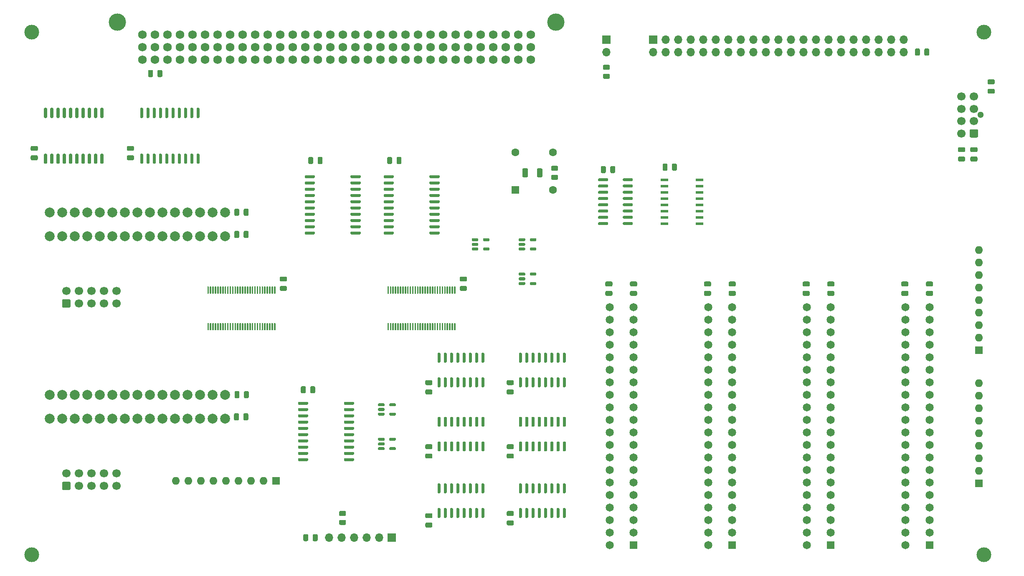
<source format=gbr>
G04 #@! TF.GenerationSoftware,KiCad,Pcbnew,(5.1.8)-1*
G04 #@! TF.CreationDate,2020-11-23T17:33:10+01:00*
G04 #@! TF.ProjectId,Project_GCM,50726f6a-6563-4745-9f47-434d2e6b6963,V5.0*
G04 #@! TF.SameCoordinates,PX40d9900PY1e84800*
G04 #@! TF.FileFunction,Soldermask,Bot*
G04 #@! TF.FilePolarity,Negative*
%FSLAX46Y46*%
G04 Gerber Fmt 4.6, Leading zero omitted, Abs format (unit mm)*
G04 Created by KiCad (PCBNEW (5.1.8)-1) date 2020-11-23 17:33:10*
%MOMM*%
%LPD*%
G01*
G04 APERTURE LIST*
%ADD10C,3.500000*%
%ADD11C,1.750000*%
%ADD12C,2.000000*%
%ADD13C,1.300000*%
%ADD14C,1.700000*%
%ADD15O,1.700000X1.700000*%
%ADD16R,1.700000X1.700000*%
%ADD17O,1.600000X1.600000*%
%ADD18R,1.600000X1.600000*%
%ADD19R,1.500000X0.600000*%
%ADD20C,3.000000*%
%ADD21C,1.650000*%
%ADD22R,1.650000X1.650000*%
%ADD23C,1.600000*%
G04 APERTURE END LIST*
G36*
G01*
X121830000Y-34755000D02*
X121830000Y-35055000D01*
G75*
G02*
X121680000Y-35205000I-150000J0D01*
G01*
X119980000Y-35205000D01*
G75*
G02*
X119830000Y-35055000I0J150000D01*
G01*
X119830000Y-34755000D01*
G75*
G02*
X119980000Y-34605000I150000J0D01*
G01*
X121680000Y-34605000D01*
G75*
G02*
X121830000Y-34755000I0J-150000D01*
G01*
G37*
G36*
G01*
X121830000Y-36025000D02*
X121830000Y-36325000D01*
G75*
G02*
X121680000Y-36475000I-150000J0D01*
G01*
X119980000Y-36475000D01*
G75*
G02*
X119830000Y-36325000I0J150000D01*
G01*
X119830000Y-36025000D01*
G75*
G02*
X119980000Y-35875000I150000J0D01*
G01*
X121680000Y-35875000D01*
G75*
G02*
X121830000Y-36025000I0J-150000D01*
G01*
G37*
G36*
G01*
X121830000Y-37295000D02*
X121830000Y-37595000D01*
G75*
G02*
X121680000Y-37745000I-150000J0D01*
G01*
X119980000Y-37745000D01*
G75*
G02*
X119830000Y-37595000I0J150000D01*
G01*
X119830000Y-37295000D01*
G75*
G02*
X119980000Y-37145000I150000J0D01*
G01*
X121680000Y-37145000D01*
G75*
G02*
X121830000Y-37295000I0J-150000D01*
G01*
G37*
G36*
G01*
X121830000Y-38565000D02*
X121830000Y-38865000D01*
G75*
G02*
X121680000Y-39015000I-150000J0D01*
G01*
X119980000Y-39015000D01*
G75*
G02*
X119830000Y-38865000I0J150000D01*
G01*
X119830000Y-38565000D01*
G75*
G02*
X119980000Y-38415000I150000J0D01*
G01*
X121680000Y-38415000D01*
G75*
G02*
X121830000Y-38565000I0J-150000D01*
G01*
G37*
G36*
G01*
X121830000Y-39835000D02*
X121830000Y-40135000D01*
G75*
G02*
X121680000Y-40285000I-150000J0D01*
G01*
X119980000Y-40285000D01*
G75*
G02*
X119830000Y-40135000I0J150000D01*
G01*
X119830000Y-39835000D01*
G75*
G02*
X119980000Y-39685000I150000J0D01*
G01*
X121680000Y-39685000D01*
G75*
G02*
X121830000Y-39835000I0J-150000D01*
G01*
G37*
G36*
G01*
X121830000Y-41105000D02*
X121830000Y-41405000D01*
G75*
G02*
X121680000Y-41555000I-150000J0D01*
G01*
X119980000Y-41555000D01*
G75*
G02*
X119830000Y-41405000I0J150000D01*
G01*
X119830000Y-41105000D01*
G75*
G02*
X119980000Y-40955000I150000J0D01*
G01*
X121680000Y-40955000D01*
G75*
G02*
X121830000Y-41105000I0J-150000D01*
G01*
G37*
G36*
G01*
X121830000Y-42375000D02*
X121830000Y-42675000D01*
G75*
G02*
X121680000Y-42825000I-150000J0D01*
G01*
X119980000Y-42825000D01*
G75*
G02*
X119830000Y-42675000I0J150000D01*
G01*
X119830000Y-42375000D01*
G75*
G02*
X119980000Y-42225000I150000J0D01*
G01*
X121680000Y-42225000D01*
G75*
G02*
X121830000Y-42375000I0J-150000D01*
G01*
G37*
G36*
G01*
X121830000Y-43645000D02*
X121830000Y-43945000D01*
G75*
G02*
X121680000Y-44095000I-150000J0D01*
G01*
X119980000Y-44095000D01*
G75*
G02*
X119830000Y-43945000I0J150000D01*
G01*
X119830000Y-43645000D01*
G75*
G02*
X119980000Y-43495000I150000J0D01*
G01*
X121680000Y-43495000D01*
G75*
G02*
X121830000Y-43645000I0J-150000D01*
G01*
G37*
G36*
G01*
X126830000Y-43645000D02*
X126830000Y-43945000D01*
G75*
G02*
X126680000Y-44095000I-150000J0D01*
G01*
X124980000Y-44095000D01*
G75*
G02*
X124830000Y-43945000I0J150000D01*
G01*
X124830000Y-43645000D01*
G75*
G02*
X124980000Y-43495000I150000J0D01*
G01*
X126680000Y-43495000D01*
G75*
G02*
X126830000Y-43645000I0J-150000D01*
G01*
G37*
G36*
G01*
X126830000Y-42375000D02*
X126830000Y-42675000D01*
G75*
G02*
X126680000Y-42825000I-150000J0D01*
G01*
X124980000Y-42825000D01*
G75*
G02*
X124830000Y-42675000I0J150000D01*
G01*
X124830000Y-42375000D01*
G75*
G02*
X124980000Y-42225000I150000J0D01*
G01*
X126680000Y-42225000D01*
G75*
G02*
X126830000Y-42375000I0J-150000D01*
G01*
G37*
G36*
G01*
X126830000Y-41105000D02*
X126830000Y-41405000D01*
G75*
G02*
X126680000Y-41555000I-150000J0D01*
G01*
X124980000Y-41555000D01*
G75*
G02*
X124830000Y-41405000I0J150000D01*
G01*
X124830000Y-41105000D01*
G75*
G02*
X124980000Y-40955000I150000J0D01*
G01*
X126680000Y-40955000D01*
G75*
G02*
X126830000Y-41105000I0J-150000D01*
G01*
G37*
G36*
G01*
X126830000Y-39835000D02*
X126830000Y-40135000D01*
G75*
G02*
X126680000Y-40285000I-150000J0D01*
G01*
X124980000Y-40285000D01*
G75*
G02*
X124830000Y-40135000I0J150000D01*
G01*
X124830000Y-39835000D01*
G75*
G02*
X124980000Y-39685000I150000J0D01*
G01*
X126680000Y-39685000D01*
G75*
G02*
X126830000Y-39835000I0J-150000D01*
G01*
G37*
G36*
G01*
X126830000Y-38565000D02*
X126830000Y-38865000D01*
G75*
G02*
X126680000Y-39015000I-150000J0D01*
G01*
X124980000Y-39015000D01*
G75*
G02*
X124830000Y-38865000I0J150000D01*
G01*
X124830000Y-38565000D01*
G75*
G02*
X124980000Y-38415000I150000J0D01*
G01*
X126680000Y-38415000D01*
G75*
G02*
X126830000Y-38565000I0J-150000D01*
G01*
G37*
G36*
G01*
X126830000Y-37295000D02*
X126830000Y-37595000D01*
G75*
G02*
X126680000Y-37745000I-150000J0D01*
G01*
X124980000Y-37745000D01*
G75*
G02*
X124830000Y-37595000I0J150000D01*
G01*
X124830000Y-37295000D01*
G75*
G02*
X124980000Y-37145000I150000J0D01*
G01*
X126680000Y-37145000D01*
G75*
G02*
X126830000Y-37295000I0J-150000D01*
G01*
G37*
G36*
G01*
X126830000Y-36025000D02*
X126830000Y-36325000D01*
G75*
G02*
X126680000Y-36475000I-150000J0D01*
G01*
X124980000Y-36475000D01*
G75*
G02*
X124830000Y-36325000I0J150000D01*
G01*
X124830000Y-36025000D01*
G75*
G02*
X124980000Y-35875000I150000J0D01*
G01*
X126680000Y-35875000D01*
G75*
G02*
X126830000Y-36025000I0J-150000D01*
G01*
G37*
G36*
G01*
X126830000Y-34755000D02*
X126830000Y-35055000D01*
G75*
G02*
X126680000Y-35205000I-150000J0D01*
G01*
X124980000Y-35205000D01*
G75*
G02*
X124830000Y-35055000I0J150000D01*
G01*
X124830000Y-34755000D01*
G75*
G02*
X124980000Y-34605000I150000J0D01*
G01*
X126680000Y-34605000D01*
G75*
G02*
X126830000Y-34755000I0J-150000D01*
G01*
G37*
D10*
X22320000Y-2920000D03*
X111220000Y-2920000D03*
D11*
X27400000Y-10540000D03*
X29940000Y-10540000D03*
X32480000Y-10540000D03*
X35020000Y-10540000D03*
X37560000Y-10540000D03*
X40100000Y-10540000D03*
X42640000Y-10540000D03*
X45180000Y-10540000D03*
X47720000Y-10540000D03*
X50260000Y-10540000D03*
X52800000Y-10540000D03*
X55340000Y-10540000D03*
X57880000Y-10540000D03*
X60420000Y-10540000D03*
X62960000Y-10540000D03*
X65500000Y-10540000D03*
X68040000Y-10540000D03*
X70580000Y-10540000D03*
X73120000Y-10540000D03*
X75660000Y-10540000D03*
X78200000Y-10540000D03*
X80740000Y-10540000D03*
X83280000Y-10540000D03*
X85820000Y-10540000D03*
X88360000Y-10540000D03*
X90900000Y-10540000D03*
X93440000Y-10540000D03*
X95980000Y-10540000D03*
X98520000Y-10540000D03*
X101060000Y-10540000D03*
X103600000Y-10540000D03*
X106140000Y-10540000D03*
X27400000Y-8000000D03*
X29940000Y-8000000D03*
X32480000Y-8000000D03*
X35020000Y-8000000D03*
X37560000Y-8000000D03*
X40100000Y-8000000D03*
X42640000Y-8000000D03*
X45180000Y-8000000D03*
X47720000Y-8000000D03*
X50260000Y-8000000D03*
X52800000Y-8000000D03*
X55340000Y-8000000D03*
X57880000Y-8000000D03*
X60420000Y-8000000D03*
X62960000Y-8000000D03*
X65500000Y-8000000D03*
X68040000Y-8000000D03*
X70580000Y-8000000D03*
X73120000Y-8000000D03*
X75660000Y-8000000D03*
X78200000Y-8000000D03*
X80740000Y-8000000D03*
X83280000Y-8000000D03*
X85820000Y-8000000D03*
X88360000Y-8000000D03*
X90900000Y-8000000D03*
X93440000Y-8000000D03*
X95980000Y-8000000D03*
X98520000Y-8000000D03*
X101060000Y-8000000D03*
X103600000Y-8000000D03*
X106140000Y-8000000D03*
X27400000Y-5460000D03*
X29940000Y-5460000D03*
X32480000Y-5460000D03*
X35020000Y-5460000D03*
X37560000Y-5460000D03*
X40100000Y-5460000D03*
X42640000Y-5460000D03*
X45180000Y-5460000D03*
X47720000Y-5460000D03*
X50260000Y-5460000D03*
X52800000Y-5460000D03*
X55340000Y-5460000D03*
X57880000Y-5460000D03*
X60420000Y-5460000D03*
X62960000Y-5460000D03*
X65500000Y-5460000D03*
X68040000Y-5460000D03*
X70580000Y-5460000D03*
X73120000Y-5460000D03*
X75660000Y-5460000D03*
X78200000Y-5460000D03*
X80740000Y-5460000D03*
X83280000Y-5460000D03*
X85820000Y-5460000D03*
X88360000Y-5460000D03*
X90900000Y-5460000D03*
X93440000Y-5460000D03*
X95980000Y-5460000D03*
X98520000Y-5460000D03*
X101060000Y-5460000D03*
X103600000Y-5460000D03*
X106140000Y-5460000D03*
D12*
X44190000Y-83400000D03*
X44190000Y-78540000D03*
X41650000Y-83400000D03*
X41650000Y-78540000D03*
X39110000Y-83400000D03*
X39110000Y-78540000D03*
X36570000Y-83400000D03*
X36570000Y-78540000D03*
X34030000Y-83400000D03*
X34030000Y-78540000D03*
X31490000Y-83400000D03*
X31490000Y-78540000D03*
X28950000Y-83400000D03*
X28950000Y-78540000D03*
X26410000Y-83400000D03*
X26410000Y-78540000D03*
X23870000Y-83400000D03*
X23870000Y-78540000D03*
X21330000Y-83400000D03*
X21330000Y-78540000D03*
X18790000Y-83400000D03*
X18790000Y-78540000D03*
X16250000Y-83400000D03*
X16250000Y-78540000D03*
X13710000Y-83400000D03*
X13710000Y-78540000D03*
X11170000Y-83400000D03*
X11170000Y-78540000D03*
X8640000Y-83400000D03*
X8630000Y-78540000D03*
X44190000Y-46400000D03*
X44190000Y-41540000D03*
X41650000Y-46400000D03*
X41650000Y-41540000D03*
X39110000Y-46400000D03*
X39110000Y-41540000D03*
X36570000Y-46400000D03*
X36570000Y-41540000D03*
X34030000Y-46400000D03*
X34030000Y-41540000D03*
X31490000Y-46400000D03*
X31490000Y-41540000D03*
X28950000Y-46400000D03*
X28950000Y-41540000D03*
X26410000Y-46400000D03*
X26410000Y-41540000D03*
X23870000Y-46400000D03*
X23870000Y-41540000D03*
X21330000Y-46400000D03*
X21330000Y-41540000D03*
X18790000Y-46400000D03*
X18790000Y-41540000D03*
X16250000Y-46400000D03*
X16250000Y-41540000D03*
X13710000Y-46400000D03*
X13710000Y-41540000D03*
X11170000Y-46400000D03*
X11170000Y-41540000D03*
X8640000Y-46400000D03*
X8630000Y-41540000D03*
G36*
G01*
X195525000Y-30200000D02*
X196475000Y-30200000D01*
G75*
G02*
X196725000Y-30450000I0J-250000D01*
G01*
X196725000Y-30950000D01*
G75*
G02*
X196475000Y-31200000I-250000J0D01*
G01*
X195525000Y-31200000D01*
G75*
G02*
X195275000Y-30950000I0J250000D01*
G01*
X195275000Y-30450000D01*
G75*
G02*
X195525000Y-30200000I250000J0D01*
G01*
G37*
G36*
G01*
X195525000Y-28300000D02*
X196475000Y-28300000D01*
G75*
G02*
X196725000Y-28550000I0J-250000D01*
G01*
X196725000Y-29050000D01*
G75*
G02*
X196475000Y-29300000I-250000J0D01*
G01*
X195525000Y-29300000D01*
G75*
G02*
X195275000Y-29050000I0J250000D01*
G01*
X195275000Y-28550000D01*
G75*
G02*
X195525000Y-28300000I250000J0D01*
G01*
G37*
G36*
G01*
X199975000Y-15550000D02*
X199025000Y-15550000D01*
G75*
G02*
X198775000Y-15300000I0J250000D01*
G01*
X198775000Y-14800000D01*
G75*
G02*
X199025000Y-14550000I250000J0D01*
G01*
X199975000Y-14550000D01*
G75*
G02*
X200225000Y-14800000I0J-250000D01*
G01*
X200225000Y-15300000D01*
G75*
G02*
X199975000Y-15550000I-250000J0D01*
G01*
G37*
G36*
G01*
X199975000Y-17450000D02*
X199025000Y-17450000D01*
G75*
G02*
X198775000Y-17200000I0J250000D01*
G01*
X198775000Y-16700000D01*
G75*
G02*
X199025000Y-16450000I250000J0D01*
G01*
X199975000Y-16450000D01*
G75*
G02*
X200225000Y-16700000I0J-250000D01*
G01*
X200225000Y-17200000D01*
G75*
G02*
X199975000Y-17450000I-250000J0D01*
G01*
G37*
G36*
G01*
X193025000Y-30200000D02*
X193975000Y-30200000D01*
G75*
G02*
X194225000Y-30450000I0J-250000D01*
G01*
X194225000Y-30950000D01*
G75*
G02*
X193975000Y-31200000I-250000J0D01*
G01*
X193025000Y-31200000D01*
G75*
G02*
X192775000Y-30950000I0J250000D01*
G01*
X192775000Y-30450000D01*
G75*
G02*
X193025000Y-30200000I250000J0D01*
G01*
G37*
G36*
G01*
X193025000Y-28300000D02*
X193975000Y-28300000D01*
G75*
G02*
X194225000Y-28550000I0J-250000D01*
G01*
X194225000Y-29050000D01*
G75*
G02*
X193975000Y-29300000I-250000J0D01*
G01*
X193025000Y-29300000D01*
G75*
G02*
X192775000Y-29050000I0J250000D01*
G01*
X192775000Y-28550000D01*
G75*
G02*
X193025000Y-28300000I250000J0D01*
G01*
G37*
G36*
G01*
X121380000Y-32375000D02*
X121380000Y-33325000D01*
G75*
G02*
X121130000Y-33575000I-250000J0D01*
G01*
X120630000Y-33575000D01*
G75*
G02*
X120380000Y-33325000I0J250000D01*
G01*
X120380000Y-32375000D01*
G75*
G02*
X120630000Y-32125000I250000J0D01*
G01*
X121130000Y-32125000D01*
G75*
G02*
X121380000Y-32375000I0J-250000D01*
G01*
G37*
G36*
G01*
X123280000Y-32375000D02*
X123280000Y-33325000D01*
G75*
G02*
X123030000Y-33575000I-250000J0D01*
G01*
X122530000Y-33575000D01*
G75*
G02*
X122280000Y-33325000I0J250000D01*
G01*
X122280000Y-32375000D01*
G75*
G02*
X122530000Y-32125000I250000J0D01*
G01*
X123030000Y-32125000D01*
G75*
G02*
X123280000Y-32375000I0J-250000D01*
G01*
G37*
G36*
G01*
X134780000Y-32825000D02*
X134780000Y-31875000D01*
G75*
G02*
X135030000Y-31625000I250000J0D01*
G01*
X135530000Y-31625000D01*
G75*
G02*
X135780000Y-31875000I0J-250000D01*
G01*
X135780000Y-32825000D01*
G75*
G02*
X135530000Y-33075000I-250000J0D01*
G01*
X135030000Y-33075000D01*
G75*
G02*
X134780000Y-32825000I0J250000D01*
G01*
G37*
G36*
G01*
X132880000Y-32825000D02*
X132880000Y-31875000D01*
G75*
G02*
X133130000Y-31625000I250000J0D01*
G01*
X133630000Y-31625000D01*
G75*
G02*
X133880000Y-31875000I0J-250000D01*
G01*
X133880000Y-32825000D01*
G75*
G02*
X133630000Y-33075000I-250000J0D01*
G01*
X133130000Y-33075000D01*
G75*
G02*
X132880000Y-32825000I0J250000D01*
G01*
G37*
G36*
G01*
X29580000Y-12885000D02*
X29580000Y-13835000D01*
G75*
G02*
X29330000Y-14085000I-250000J0D01*
G01*
X28830000Y-14085000D01*
G75*
G02*
X28580000Y-13835000I0J250000D01*
G01*
X28580000Y-12885000D01*
G75*
G02*
X28830000Y-12635000I250000J0D01*
G01*
X29330000Y-12635000D01*
G75*
G02*
X29580000Y-12885000I0J-250000D01*
G01*
G37*
G36*
G01*
X31480000Y-12885000D02*
X31480000Y-13835000D01*
G75*
G02*
X31230000Y-14085000I-250000J0D01*
G01*
X30730000Y-14085000D01*
G75*
G02*
X30480000Y-13835000I0J250000D01*
G01*
X30480000Y-12885000D01*
G75*
G02*
X30730000Y-12635000I250000J0D01*
G01*
X31230000Y-12635000D01*
G75*
G02*
X31480000Y-12885000I0J-250000D01*
G01*
G37*
G36*
G01*
X107400000Y-34150001D02*
X107400000Y-32849999D01*
G75*
G02*
X107649999Y-32600000I249999J0D01*
G01*
X108300001Y-32600000D01*
G75*
G02*
X108550000Y-32849999I0J-249999D01*
G01*
X108550000Y-34150001D01*
G75*
G02*
X108300001Y-34400000I-249999J0D01*
G01*
X107649999Y-34400000D01*
G75*
G02*
X107400000Y-34150001I0J249999D01*
G01*
G37*
G36*
G01*
X104450000Y-34150001D02*
X104450000Y-32849999D01*
G75*
G02*
X104699999Y-32600000I249999J0D01*
G01*
X105350001Y-32600000D01*
G75*
G02*
X105600000Y-32849999I0J-249999D01*
G01*
X105600000Y-34150001D01*
G75*
G02*
X105350001Y-34400000I-249999J0D01*
G01*
X104699999Y-34400000D01*
G75*
G02*
X104450000Y-34150001I0J249999D01*
G01*
G37*
G36*
G01*
X24525000Y-29950000D02*
X25475000Y-29950000D01*
G75*
G02*
X25725000Y-30200000I0J-250000D01*
G01*
X25725000Y-30700000D01*
G75*
G02*
X25475000Y-30950000I-250000J0D01*
G01*
X24525000Y-30950000D01*
G75*
G02*
X24275000Y-30700000I0J250000D01*
G01*
X24275000Y-30200000D01*
G75*
G02*
X24525000Y-29950000I250000J0D01*
G01*
G37*
G36*
G01*
X24525000Y-28050000D02*
X25475000Y-28050000D01*
G75*
G02*
X25725000Y-28300000I0J-250000D01*
G01*
X25725000Y-28800000D01*
G75*
G02*
X25475000Y-29050000I-250000J0D01*
G01*
X24525000Y-29050000D01*
G75*
G02*
X24275000Y-28800000I0J250000D01*
G01*
X24275000Y-28300000D01*
G75*
G02*
X24525000Y-28050000I250000J0D01*
G01*
G37*
G36*
G01*
X5025000Y-29950000D02*
X5975000Y-29950000D01*
G75*
G02*
X6225000Y-30200000I0J-250000D01*
G01*
X6225000Y-30700000D01*
G75*
G02*
X5975000Y-30950000I-250000J0D01*
G01*
X5025000Y-30950000D01*
G75*
G02*
X4775000Y-30700000I0J250000D01*
G01*
X4775000Y-30200000D01*
G75*
G02*
X5025000Y-29950000I250000J0D01*
G01*
G37*
G36*
G01*
X5025000Y-28050000D02*
X5975000Y-28050000D01*
G75*
G02*
X6225000Y-28300000I0J-250000D01*
G01*
X6225000Y-28800000D01*
G75*
G02*
X5975000Y-29050000I-250000J0D01*
G01*
X5025000Y-29050000D01*
G75*
G02*
X4775000Y-28800000I0J250000D01*
G01*
X4775000Y-28300000D01*
G75*
G02*
X5025000Y-28050000I250000J0D01*
G01*
G37*
G36*
G01*
X61950000Y-107975000D02*
X61950000Y-107025000D01*
G75*
G02*
X62200000Y-106775000I250000J0D01*
G01*
X62700000Y-106775000D01*
G75*
G02*
X62950000Y-107025000I0J-250000D01*
G01*
X62950000Y-107975000D01*
G75*
G02*
X62700000Y-108225000I-250000J0D01*
G01*
X62200000Y-108225000D01*
G75*
G02*
X61950000Y-107975000I0J250000D01*
G01*
G37*
G36*
G01*
X60050000Y-107975000D02*
X60050000Y-107025000D01*
G75*
G02*
X60300000Y-106775000I250000J0D01*
G01*
X60800000Y-106775000D01*
G75*
G02*
X61050000Y-107025000I0J-250000D01*
G01*
X61050000Y-107975000D01*
G75*
G02*
X60800000Y-108225000I-250000J0D01*
G01*
X60300000Y-108225000D01*
G75*
G02*
X60050000Y-107975000I0J250000D01*
G01*
G37*
G36*
G01*
X185050000Y-8525000D02*
X185050000Y-9475000D01*
G75*
G02*
X184800000Y-9725000I-250000J0D01*
G01*
X184300000Y-9725000D01*
G75*
G02*
X184050000Y-9475000I0J250000D01*
G01*
X184050000Y-8525000D01*
G75*
G02*
X184300000Y-8275000I250000J0D01*
G01*
X184800000Y-8275000D01*
G75*
G02*
X185050000Y-8525000I0J-250000D01*
G01*
G37*
G36*
G01*
X186950000Y-8525000D02*
X186950000Y-9475000D01*
G75*
G02*
X186700000Y-9725000I-250000J0D01*
G01*
X186200000Y-9725000D01*
G75*
G02*
X185950000Y-9475000I0J250000D01*
G01*
X185950000Y-8525000D01*
G75*
G02*
X186200000Y-8275000I250000J0D01*
G01*
X186700000Y-8275000D01*
G75*
G02*
X186950000Y-8525000I0J-250000D01*
G01*
G37*
G36*
G01*
X102475000Y-76550000D02*
X101525000Y-76550000D01*
G75*
G02*
X101275000Y-76300000I0J250000D01*
G01*
X101275000Y-75800000D01*
G75*
G02*
X101525000Y-75550000I250000J0D01*
G01*
X102475000Y-75550000D01*
G75*
G02*
X102725000Y-75800000I0J-250000D01*
G01*
X102725000Y-76300000D01*
G75*
G02*
X102475000Y-76550000I-250000J0D01*
G01*
G37*
G36*
G01*
X102475000Y-78450000D02*
X101525000Y-78450000D01*
G75*
G02*
X101275000Y-78200000I0J250000D01*
G01*
X101275000Y-77700000D01*
G75*
G02*
X101525000Y-77450000I250000J0D01*
G01*
X102475000Y-77450000D01*
G75*
G02*
X102725000Y-77700000I0J-250000D01*
G01*
X102725000Y-78200000D01*
G75*
G02*
X102475000Y-78450000I-250000J0D01*
G01*
G37*
G36*
G01*
X102475000Y-89550000D02*
X101525000Y-89550000D01*
G75*
G02*
X101275000Y-89300000I0J250000D01*
G01*
X101275000Y-88800000D01*
G75*
G02*
X101525000Y-88550000I250000J0D01*
G01*
X102475000Y-88550000D01*
G75*
G02*
X102725000Y-88800000I0J-250000D01*
G01*
X102725000Y-89300000D01*
G75*
G02*
X102475000Y-89550000I-250000J0D01*
G01*
G37*
G36*
G01*
X102475000Y-91450000D02*
X101525000Y-91450000D01*
G75*
G02*
X101275000Y-91200000I0J250000D01*
G01*
X101275000Y-90700000D01*
G75*
G02*
X101525000Y-90450000I250000J0D01*
G01*
X102475000Y-90450000D01*
G75*
G02*
X102725000Y-90700000I0J-250000D01*
G01*
X102725000Y-91200000D01*
G75*
G02*
X102475000Y-91450000I-250000J0D01*
G01*
G37*
G36*
G01*
X102475000Y-103112000D02*
X101525000Y-103112000D01*
G75*
G02*
X101275000Y-102862000I0J250000D01*
G01*
X101275000Y-102362000D01*
G75*
G02*
X101525000Y-102112000I250000J0D01*
G01*
X102475000Y-102112000D01*
G75*
G02*
X102725000Y-102362000I0J-250000D01*
G01*
X102725000Y-102862000D01*
G75*
G02*
X102475000Y-103112000I-250000J0D01*
G01*
G37*
G36*
G01*
X102475000Y-105012000D02*
X101525000Y-105012000D01*
G75*
G02*
X101275000Y-104762000I0J250000D01*
G01*
X101275000Y-104262000D01*
G75*
G02*
X101525000Y-104012000I250000J0D01*
G01*
X102475000Y-104012000D01*
G75*
G02*
X102725000Y-104262000I0J-250000D01*
G01*
X102725000Y-104762000D01*
G75*
G02*
X102475000Y-105012000I-250000J0D01*
G01*
G37*
G36*
G01*
X85975000Y-89550000D02*
X85025000Y-89550000D01*
G75*
G02*
X84775000Y-89300000I0J250000D01*
G01*
X84775000Y-88800000D01*
G75*
G02*
X85025000Y-88550000I250000J0D01*
G01*
X85975000Y-88550000D01*
G75*
G02*
X86225000Y-88800000I0J-250000D01*
G01*
X86225000Y-89300000D01*
G75*
G02*
X85975000Y-89550000I-250000J0D01*
G01*
G37*
G36*
G01*
X85975000Y-91450000D02*
X85025000Y-91450000D01*
G75*
G02*
X84775000Y-91200000I0J250000D01*
G01*
X84775000Y-90700000D01*
G75*
G02*
X85025000Y-90450000I250000J0D01*
G01*
X85975000Y-90450000D01*
G75*
G02*
X86225000Y-90700000I0J-250000D01*
G01*
X86225000Y-91200000D01*
G75*
G02*
X85975000Y-91450000I-250000J0D01*
G01*
G37*
G36*
G01*
X85975000Y-76550000D02*
X85025000Y-76550000D01*
G75*
G02*
X84775000Y-76300000I0J250000D01*
G01*
X84775000Y-75800000D01*
G75*
G02*
X85025000Y-75550000I250000J0D01*
G01*
X85975000Y-75550000D01*
G75*
G02*
X86225000Y-75800000I0J-250000D01*
G01*
X86225000Y-76300000D01*
G75*
G02*
X85975000Y-76550000I-250000J0D01*
G01*
G37*
G36*
G01*
X85975000Y-78450000D02*
X85025000Y-78450000D01*
G75*
G02*
X84775000Y-78200000I0J250000D01*
G01*
X84775000Y-77700000D01*
G75*
G02*
X85025000Y-77450000I250000J0D01*
G01*
X85975000Y-77450000D01*
G75*
G02*
X86225000Y-77700000I0J-250000D01*
G01*
X86225000Y-78200000D01*
G75*
G02*
X85975000Y-78450000I-250000J0D01*
G01*
G37*
G36*
G01*
X85975000Y-103550000D02*
X85025000Y-103550000D01*
G75*
G02*
X84775000Y-103300000I0J250000D01*
G01*
X84775000Y-102800000D01*
G75*
G02*
X85025000Y-102550000I250000J0D01*
G01*
X85975000Y-102550000D01*
G75*
G02*
X86225000Y-102800000I0J-250000D01*
G01*
X86225000Y-103300000D01*
G75*
G02*
X85975000Y-103550000I-250000J0D01*
G01*
G37*
G36*
G01*
X85975000Y-105450000D02*
X85025000Y-105450000D01*
G75*
G02*
X84775000Y-105200000I0J250000D01*
G01*
X84775000Y-104700000D01*
G75*
G02*
X85025000Y-104450000I250000J0D01*
G01*
X85975000Y-104450000D01*
G75*
G02*
X86225000Y-104700000I0J-250000D01*
G01*
X86225000Y-105200000D01*
G75*
G02*
X85975000Y-105450000I-250000J0D01*
G01*
G37*
G36*
G01*
X182475000Y-56550000D02*
X181525000Y-56550000D01*
G75*
G02*
X181275000Y-56300000I0J250000D01*
G01*
X181275000Y-55800000D01*
G75*
G02*
X181525000Y-55550000I250000J0D01*
G01*
X182475000Y-55550000D01*
G75*
G02*
X182725000Y-55800000I0J-250000D01*
G01*
X182725000Y-56300000D01*
G75*
G02*
X182475000Y-56550000I-250000J0D01*
G01*
G37*
G36*
G01*
X182475000Y-58450000D02*
X181525000Y-58450000D01*
G75*
G02*
X181275000Y-58200000I0J250000D01*
G01*
X181275000Y-57700000D01*
G75*
G02*
X181525000Y-57450000I250000J0D01*
G01*
X182475000Y-57450000D01*
G75*
G02*
X182725000Y-57700000I0J-250000D01*
G01*
X182725000Y-58200000D01*
G75*
G02*
X182475000Y-58450000I-250000J0D01*
G01*
G37*
G36*
G01*
X47950000Y-46475000D02*
X47950000Y-45525000D01*
G75*
G02*
X48200000Y-45275000I250000J0D01*
G01*
X48700000Y-45275000D01*
G75*
G02*
X48950000Y-45525000I0J-250000D01*
G01*
X48950000Y-46475000D01*
G75*
G02*
X48700000Y-46725000I-250000J0D01*
G01*
X48200000Y-46725000D01*
G75*
G02*
X47950000Y-46475000I0J250000D01*
G01*
G37*
G36*
G01*
X46050000Y-46475000D02*
X46050000Y-45525000D01*
G75*
G02*
X46300000Y-45275000I250000J0D01*
G01*
X46800000Y-45275000D01*
G75*
G02*
X47050000Y-45525000I0J-250000D01*
G01*
X47050000Y-46475000D01*
G75*
G02*
X46800000Y-46725000I-250000J0D01*
G01*
X46300000Y-46725000D01*
G75*
G02*
X46050000Y-46475000I0J250000D01*
G01*
G37*
G36*
G01*
X47950000Y-41975000D02*
X47950000Y-41025000D01*
G75*
G02*
X48200000Y-40775000I250000J0D01*
G01*
X48700000Y-40775000D01*
G75*
G02*
X48950000Y-41025000I0J-250000D01*
G01*
X48950000Y-41975000D01*
G75*
G02*
X48700000Y-42225000I-250000J0D01*
G01*
X48200000Y-42225000D01*
G75*
G02*
X47950000Y-41975000I0J250000D01*
G01*
G37*
G36*
G01*
X46050000Y-41975000D02*
X46050000Y-41025000D01*
G75*
G02*
X46300000Y-40775000I250000J0D01*
G01*
X46800000Y-40775000D01*
G75*
G02*
X47050000Y-41025000I0J-250000D01*
G01*
X47050000Y-41975000D01*
G75*
G02*
X46800000Y-42225000I-250000J0D01*
G01*
X46300000Y-42225000D01*
G75*
G02*
X46050000Y-41975000I0J250000D01*
G01*
G37*
G36*
G01*
X62050000Y-30525000D02*
X62050000Y-31475000D01*
G75*
G02*
X61800000Y-31725000I-250000J0D01*
G01*
X61300000Y-31725000D01*
G75*
G02*
X61050000Y-31475000I0J250000D01*
G01*
X61050000Y-30525000D01*
G75*
G02*
X61300000Y-30275000I250000J0D01*
G01*
X61800000Y-30275000D01*
G75*
G02*
X62050000Y-30525000I0J-250000D01*
G01*
G37*
G36*
G01*
X63950000Y-30525000D02*
X63950000Y-31475000D01*
G75*
G02*
X63700000Y-31725000I-250000J0D01*
G01*
X63200000Y-31725000D01*
G75*
G02*
X62950000Y-31475000I0J250000D01*
G01*
X62950000Y-30525000D01*
G75*
G02*
X63200000Y-30275000I250000J0D01*
G01*
X63700000Y-30275000D01*
G75*
G02*
X63950000Y-30525000I0J-250000D01*
G01*
G37*
G36*
G01*
X78050000Y-30525000D02*
X78050000Y-31475000D01*
G75*
G02*
X77800000Y-31725000I-250000J0D01*
G01*
X77300000Y-31725000D01*
G75*
G02*
X77050000Y-31475000I0J250000D01*
G01*
X77050000Y-30525000D01*
G75*
G02*
X77300000Y-30275000I250000J0D01*
G01*
X77800000Y-30275000D01*
G75*
G02*
X78050000Y-30525000I0J-250000D01*
G01*
G37*
G36*
G01*
X79950000Y-30525000D02*
X79950000Y-31475000D01*
G75*
G02*
X79700000Y-31725000I-250000J0D01*
G01*
X79200000Y-31725000D01*
G75*
G02*
X78950000Y-31475000I0J250000D01*
G01*
X78950000Y-30525000D01*
G75*
G02*
X79200000Y-30275000I250000J0D01*
G01*
X79700000Y-30275000D01*
G75*
G02*
X79950000Y-30525000I0J-250000D01*
G01*
G37*
G36*
G01*
X56475000Y-55550000D02*
X55525000Y-55550000D01*
G75*
G02*
X55275000Y-55300000I0J250000D01*
G01*
X55275000Y-54800000D01*
G75*
G02*
X55525000Y-54550000I250000J0D01*
G01*
X56475000Y-54550000D01*
G75*
G02*
X56725000Y-54800000I0J-250000D01*
G01*
X56725000Y-55300000D01*
G75*
G02*
X56475000Y-55550000I-250000J0D01*
G01*
G37*
G36*
G01*
X56475000Y-57450000D02*
X55525000Y-57450000D01*
G75*
G02*
X55275000Y-57200000I0J250000D01*
G01*
X55275000Y-56700000D01*
G75*
G02*
X55525000Y-56450000I250000J0D01*
G01*
X56475000Y-56450000D01*
G75*
G02*
X56725000Y-56700000I0J-250000D01*
G01*
X56725000Y-57200000D01*
G75*
G02*
X56475000Y-57450000I-250000J0D01*
G01*
G37*
G36*
G01*
X92975000Y-55550000D02*
X92025000Y-55550000D01*
G75*
G02*
X91775000Y-55300000I0J250000D01*
G01*
X91775000Y-54800000D01*
G75*
G02*
X92025000Y-54550000I250000J0D01*
G01*
X92975000Y-54550000D01*
G75*
G02*
X93225000Y-54800000I0J-250000D01*
G01*
X93225000Y-55300000D01*
G75*
G02*
X92975000Y-55550000I-250000J0D01*
G01*
G37*
G36*
G01*
X92975000Y-57450000D02*
X92025000Y-57450000D01*
G75*
G02*
X91775000Y-57200000I0J250000D01*
G01*
X91775000Y-56700000D01*
G75*
G02*
X92025000Y-56450000I250000J0D01*
G01*
X92975000Y-56450000D01*
G75*
G02*
X93225000Y-56700000I0J-250000D01*
G01*
X93225000Y-57200000D01*
G75*
G02*
X92975000Y-57450000I-250000J0D01*
G01*
G37*
G36*
G01*
X47900000Y-83475000D02*
X47900000Y-82525000D01*
G75*
G02*
X48150000Y-82275000I250000J0D01*
G01*
X48650000Y-82275000D01*
G75*
G02*
X48900000Y-82525000I0J-250000D01*
G01*
X48900000Y-83475000D01*
G75*
G02*
X48650000Y-83725000I-250000J0D01*
G01*
X48150000Y-83725000D01*
G75*
G02*
X47900000Y-83475000I0J250000D01*
G01*
G37*
G36*
G01*
X46000000Y-83475000D02*
X46000000Y-82525000D01*
G75*
G02*
X46250000Y-82275000I250000J0D01*
G01*
X46750000Y-82275000D01*
G75*
G02*
X47000000Y-82525000I0J-250000D01*
G01*
X47000000Y-83475000D01*
G75*
G02*
X46750000Y-83725000I-250000J0D01*
G01*
X46250000Y-83725000D01*
G75*
G02*
X46000000Y-83475000I0J250000D01*
G01*
G37*
G36*
G01*
X48000000Y-78975000D02*
X48000000Y-78025000D01*
G75*
G02*
X48250000Y-77775000I250000J0D01*
G01*
X48750000Y-77775000D01*
G75*
G02*
X49000000Y-78025000I0J-250000D01*
G01*
X49000000Y-78975000D01*
G75*
G02*
X48750000Y-79225000I-250000J0D01*
G01*
X48250000Y-79225000D01*
G75*
G02*
X48000000Y-78975000I0J250000D01*
G01*
G37*
G36*
G01*
X46100000Y-78975000D02*
X46100000Y-78025000D01*
G75*
G02*
X46350000Y-77775000I250000J0D01*
G01*
X46850000Y-77775000D01*
G75*
G02*
X47100000Y-78025000I0J-250000D01*
G01*
X47100000Y-78975000D01*
G75*
G02*
X46850000Y-79225000I-250000J0D01*
G01*
X46350000Y-79225000D01*
G75*
G02*
X46100000Y-78975000I0J250000D01*
G01*
G37*
G36*
G01*
X142475000Y-56550000D02*
X141525000Y-56550000D01*
G75*
G02*
X141275000Y-56300000I0J250000D01*
G01*
X141275000Y-55800000D01*
G75*
G02*
X141525000Y-55550000I250000J0D01*
G01*
X142475000Y-55550000D01*
G75*
G02*
X142725000Y-55800000I0J-250000D01*
G01*
X142725000Y-56300000D01*
G75*
G02*
X142475000Y-56550000I-250000J0D01*
G01*
G37*
G36*
G01*
X142475000Y-58450000D02*
X141525000Y-58450000D01*
G75*
G02*
X141275000Y-58200000I0J250000D01*
G01*
X141275000Y-57700000D01*
G75*
G02*
X141525000Y-57450000I250000J0D01*
G01*
X142475000Y-57450000D01*
G75*
G02*
X142725000Y-57700000I0J-250000D01*
G01*
X142725000Y-58200000D01*
G75*
G02*
X142475000Y-58450000I-250000J0D01*
G01*
G37*
G36*
G01*
X187475000Y-56550000D02*
X186525000Y-56550000D01*
G75*
G02*
X186275000Y-56300000I0J250000D01*
G01*
X186275000Y-55800000D01*
G75*
G02*
X186525000Y-55550000I250000J0D01*
G01*
X187475000Y-55550000D01*
G75*
G02*
X187725000Y-55800000I0J-250000D01*
G01*
X187725000Y-56300000D01*
G75*
G02*
X187475000Y-56550000I-250000J0D01*
G01*
G37*
G36*
G01*
X187475000Y-58450000D02*
X186525000Y-58450000D01*
G75*
G02*
X186275000Y-58200000I0J250000D01*
G01*
X186275000Y-57700000D01*
G75*
G02*
X186525000Y-57450000I250000J0D01*
G01*
X187475000Y-57450000D01*
G75*
G02*
X187725000Y-57700000I0J-250000D01*
G01*
X187725000Y-58200000D01*
G75*
G02*
X187475000Y-58450000I-250000J0D01*
G01*
G37*
G36*
G01*
X147475000Y-56550000D02*
X146525000Y-56550000D01*
G75*
G02*
X146275000Y-56300000I0J250000D01*
G01*
X146275000Y-55800000D01*
G75*
G02*
X146525000Y-55550000I250000J0D01*
G01*
X147475000Y-55550000D01*
G75*
G02*
X147725000Y-55800000I0J-250000D01*
G01*
X147725000Y-56300000D01*
G75*
G02*
X147475000Y-56550000I-250000J0D01*
G01*
G37*
G36*
G01*
X147475000Y-58450000D02*
X146525000Y-58450000D01*
G75*
G02*
X146275000Y-58200000I0J250000D01*
G01*
X146275000Y-57700000D01*
G75*
G02*
X146525000Y-57450000I250000J0D01*
G01*
X147475000Y-57450000D01*
G75*
G02*
X147725000Y-57700000I0J-250000D01*
G01*
X147725000Y-58200000D01*
G75*
G02*
X147475000Y-58450000I-250000J0D01*
G01*
G37*
G36*
G01*
X162475000Y-56550000D02*
X161525000Y-56550000D01*
G75*
G02*
X161275000Y-56300000I0J250000D01*
G01*
X161275000Y-55800000D01*
G75*
G02*
X161525000Y-55550000I250000J0D01*
G01*
X162475000Y-55550000D01*
G75*
G02*
X162725000Y-55800000I0J-250000D01*
G01*
X162725000Y-56300000D01*
G75*
G02*
X162475000Y-56550000I-250000J0D01*
G01*
G37*
G36*
G01*
X162475000Y-58450000D02*
X161525000Y-58450000D01*
G75*
G02*
X161275000Y-58200000I0J250000D01*
G01*
X161275000Y-57700000D01*
G75*
G02*
X161525000Y-57450000I250000J0D01*
G01*
X162475000Y-57450000D01*
G75*
G02*
X162725000Y-57700000I0J-250000D01*
G01*
X162725000Y-58200000D01*
G75*
G02*
X162475000Y-58450000I-250000J0D01*
G01*
G37*
G36*
G01*
X122475000Y-56550000D02*
X121525000Y-56550000D01*
G75*
G02*
X121275000Y-56300000I0J250000D01*
G01*
X121275000Y-55800000D01*
G75*
G02*
X121525000Y-55550000I250000J0D01*
G01*
X122475000Y-55550000D01*
G75*
G02*
X122725000Y-55800000I0J-250000D01*
G01*
X122725000Y-56300000D01*
G75*
G02*
X122475000Y-56550000I-250000J0D01*
G01*
G37*
G36*
G01*
X122475000Y-58450000D02*
X121525000Y-58450000D01*
G75*
G02*
X121275000Y-58200000I0J250000D01*
G01*
X121275000Y-57700000D01*
G75*
G02*
X121525000Y-57450000I250000J0D01*
G01*
X122475000Y-57450000D01*
G75*
G02*
X122725000Y-57700000I0J-250000D01*
G01*
X122725000Y-58200000D01*
G75*
G02*
X122475000Y-58450000I-250000J0D01*
G01*
G37*
G36*
G01*
X167475000Y-56550000D02*
X166525000Y-56550000D01*
G75*
G02*
X166275000Y-56300000I0J250000D01*
G01*
X166275000Y-55800000D01*
G75*
G02*
X166525000Y-55550000I250000J0D01*
G01*
X167475000Y-55550000D01*
G75*
G02*
X167725000Y-55800000I0J-250000D01*
G01*
X167725000Y-56300000D01*
G75*
G02*
X167475000Y-56550000I-250000J0D01*
G01*
G37*
G36*
G01*
X167475000Y-58450000D02*
X166525000Y-58450000D01*
G75*
G02*
X166275000Y-58200000I0J250000D01*
G01*
X166275000Y-57700000D01*
G75*
G02*
X166525000Y-57450000I250000J0D01*
G01*
X167475000Y-57450000D01*
G75*
G02*
X167725000Y-57700000I0J-250000D01*
G01*
X167725000Y-58200000D01*
G75*
G02*
X167475000Y-58450000I-250000J0D01*
G01*
G37*
G36*
G01*
X127475000Y-56550000D02*
X126525000Y-56550000D01*
G75*
G02*
X126275000Y-56300000I0J250000D01*
G01*
X126275000Y-55800000D01*
G75*
G02*
X126525000Y-55550000I250000J0D01*
G01*
X127475000Y-55550000D01*
G75*
G02*
X127725000Y-55800000I0J-250000D01*
G01*
X127725000Y-56300000D01*
G75*
G02*
X127475000Y-56550000I-250000J0D01*
G01*
G37*
G36*
G01*
X127475000Y-58450000D02*
X126525000Y-58450000D01*
G75*
G02*
X126275000Y-58200000I0J250000D01*
G01*
X126275000Y-57700000D01*
G75*
G02*
X126525000Y-57450000I250000J0D01*
G01*
X127475000Y-57450000D01*
G75*
G02*
X127725000Y-57700000I0J-250000D01*
G01*
X127725000Y-58200000D01*
G75*
G02*
X127475000Y-58450000I-250000J0D01*
G01*
G37*
D13*
X197340000Y-21750000D03*
D14*
X193500000Y-18000000D03*
X193500000Y-20500000D03*
X193500000Y-23000000D03*
X193500000Y-25500000D03*
X196000000Y-18000000D03*
X196000000Y-20500000D03*
X196000000Y-23000000D03*
G36*
G01*
X196850000Y-24900000D02*
X196850000Y-26100000D01*
G75*
G02*
X196600000Y-26350000I-250000J0D01*
G01*
X195400000Y-26350000D01*
G75*
G02*
X195150000Y-26100000I0J250000D01*
G01*
X195150000Y-24900000D01*
G75*
G02*
X195400000Y-24650000I250000J0D01*
G01*
X196600000Y-24650000D01*
G75*
G02*
X196850000Y-24900000I0J-250000D01*
G01*
G37*
D15*
X65300000Y-107500000D03*
X67840000Y-107500000D03*
X70380000Y-107500000D03*
X72920000Y-107500000D03*
X75460000Y-107500000D03*
D16*
X78000000Y-107500000D03*
D15*
X121500000Y-9040000D03*
D16*
X121500000Y-6500000D03*
D15*
X181800000Y-9040000D03*
X181800000Y-6500000D03*
X179260000Y-9040000D03*
X179260000Y-6500000D03*
X176720000Y-9040000D03*
X176720000Y-6500000D03*
X174180000Y-9040000D03*
X174180000Y-6500000D03*
X171640000Y-9040000D03*
X171640000Y-6500000D03*
X169100000Y-9040000D03*
X169100000Y-6500000D03*
X166560000Y-9040000D03*
X166560000Y-6500000D03*
X164020000Y-9040000D03*
X164020000Y-6500000D03*
X161480000Y-9040000D03*
X161480000Y-6500000D03*
X158940000Y-9040000D03*
X158940000Y-6500000D03*
X156400000Y-9040000D03*
X156400000Y-6500000D03*
X153860000Y-9040000D03*
X153860000Y-6500000D03*
X151320000Y-9040000D03*
X151320000Y-6500000D03*
X148780000Y-9040000D03*
X148780000Y-6500000D03*
X146240000Y-9040000D03*
X146240000Y-6500000D03*
X143700000Y-9040000D03*
X143700000Y-6500000D03*
X141160000Y-9040000D03*
X141160000Y-6500000D03*
X138620000Y-9040000D03*
X138620000Y-6500000D03*
X136080000Y-9040000D03*
X136080000Y-6500000D03*
X133540000Y-9040000D03*
X133540000Y-6500000D03*
X131000000Y-9040000D03*
D16*
X131000000Y-6500000D03*
G36*
G01*
X121049999Y-13400000D02*
X121950001Y-13400000D01*
G75*
G02*
X122200000Y-13649999I0J-249999D01*
G01*
X122200000Y-14175001D01*
G75*
G02*
X121950001Y-14425000I-249999J0D01*
G01*
X121049999Y-14425000D01*
G75*
G02*
X120800000Y-14175001I0J249999D01*
G01*
X120800000Y-13649999D01*
G75*
G02*
X121049999Y-13400000I249999J0D01*
G01*
G37*
G36*
G01*
X121049999Y-11575000D02*
X121950001Y-11575000D01*
G75*
G02*
X122200000Y-11824999I0J-249999D01*
G01*
X122200000Y-12350001D01*
G75*
G02*
X121950001Y-12600000I-249999J0D01*
G01*
X121049999Y-12600000D01*
G75*
G02*
X120800000Y-12350001I0J249999D01*
G01*
X120800000Y-11824999D01*
G75*
G02*
X121049999Y-11575000I249999J0D01*
G01*
G37*
G36*
G01*
X68450001Y-103100000D02*
X67549999Y-103100000D01*
G75*
G02*
X67300000Y-102850001I0J249999D01*
G01*
X67300000Y-102324999D01*
G75*
G02*
X67549999Y-102075000I249999J0D01*
G01*
X68450001Y-102075000D01*
G75*
G02*
X68700000Y-102324999I0J-249999D01*
G01*
X68700000Y-102850001D01*
G75*
G02*
X68450001Y-103100000I-249999J0D01*
G01*
G37*
G36*
G01*
X68450001Y-104925000D02*
X67549999Y-104925000D01*
G75*
G02*
X67300000Y-104675001I0J249999D01*
G01*
X67300000Y-104149999D01*
G75*
G02*
X67549999Y-103900000I249999J0D01*
G01*
X68450001Y-103900000D01*
G75*
G02*
X68700000Y-104149999I0J-249999D01*
G01*
X68700000Y-104675001D01*
G75*
G02*
X68450001Y-104925000I-249999J0D01*
G01*
G37*
D17*
X34180000Y-96000000D03*
X36720000Y-96000000D03*
X39260000Y-96000000D03*
X41800000Y-96000000D03*
X44340000Y-96000000D03*
X46880000Y-96000000D03*
X49420000Y-96000000D03*
X51960000Y-96000000D03*
D18*
X54500000Y-96000000D03*
D17*
X197000000Y-49180000D03*
X197000000Y-51720000D03*
X197000000Y-54260000D03*
X197000000Y-56800000D03*
X197000000Y-59340000D03*
X197000000Y-61880000D03*
X197000000Y-64420000D03*
X197000000Y-66960000D03*
D18*
X197000000Y-69500000D03*
D17*
X197000000Y-76180000D03*
X197000000Y-78720000D03*
X197000000Y-81260000D03*
X197000000Y-83800000D03*
X197000000Y-86340000D03*
X197000000Y-88880000D03*
X197000000Y-91420000D03*
X197000000Y-93960000D03*
D18*
X197000000Y-96500000D03*
G36*
G01*
X96475000Y-49100000D02*
X96475000Y-48800000D01*
G75*
G02*
X96625000Y-48650000I150000J0D01*
G01*
X97650000Y-48650000D01*
G75*
G02*
X97800000Y-48800000I0J-150000D01*
G01*
X97800000Y-49100000D01*
G75*
G02*
X97650000Y-49250000I-150000J0D01*
G01*
X96625000Y-49250000D01*
G75*
G02*
X96475000Y-49100000I0J150000D01*
G01*
G37*
G36*
G01*
X96475000Y-47200000D02*
X96475000Y-46900000D01*
G75*
G02*
X96625000Y-46750000I150000J0D01*
G01*
X97650000Y-46750000D01*
G75*
G02*
X97800000Y-46900000I0J-150000D01*
G01*
X97800000Y-47200000D01*
G75*
G02*
X97650000Y-47350000I-150000J0D01*
G01*
X96625000Y-47350000D01*
G75*
G02*
X96475000Y-47200000I0J150000D01*
G01*
G37*
G36*
G01*
X94200000Y-47200000D02*
X94200000Y-46900000D01*
G75*
G02*
X94350000Y-46750000I150000J0D01*
G01*
X95375000Y-46750000D01*
G75*
G02*
X95525000Y-46900000I0J-150000D01*
G01*
X95525000Y-47200000D01*
G75*
G02*
X95375000Y-47350000I-150000J0D01*
G01*
X94350000Y-47350000D01*
G75*
G02*
X94200000Y-47200000I0J150000D01*
G01*
G37*
G36*
G01*
X94200000Y-48150000D02*
X94200000Y-47850000D01*
G75*
G02*
X94350000Y-47700000I150000J0D01*
G01*
X95375000Y-47700000D01*
G75*
G02*
X95525000Y-47850000I0J-150000D01*
G01*
X95525000Y-48150000D01*
G75*
G02*
X95375000Y-48300000I-150000J0D01*
G01*
X94350000Y-48300000D01*
G75*
G02*
X94200000Y-48150000I0J150000D01*
G01*
G37*
G36*
G01*
X94200000Y-49100000D02*
X94200000Y-48800000D01*
G75*
G02*
X94350000Y-48650000I150000J0D01*
G01*
X95375000Y-48650000D01*
G75*
G02*
X95525000Y-48800000I0J-150000D01*
G01*
X95525000Y-49100000D01*
G75*
G02*
X95375000Y-49250000I-150000J0D01*
G01*
X94350000Y-49250000D01*
G75*
G02*
X94200000Y-49100000I0J150000D01*
G01*
G37*
G36*
G01*
X105975000Y-49100000D02*
X105975000Y-48800000D01*
G75*
G02*
X106125000Y-48650000I150000J0D01*
G01*
X107150000Y-48650000D01*
G75*
G02*
X107300000Y-48800000I0J-150000D01*
G01*
X107300000Y-49100000D01*
G75*
G02*
X107150000Y-49250000I-150000J0D01*
G01*
X106125000Y-49250000D01*
G75*
G02*
X105975000Y-49100000I0J150000D01*
G01*
G37*
G36*
G01*
X105975000Y-47200000D02*
X105975000Y-46900000D01*
G75*
G02*
X106125000Y-46750000I150000J0D01*
G01*
X107150000Y-46750000D01*
G75*
G02*
X107300000Y-46900000I0J-150000D01*
G01*
X107300000Y-47200000D01*
G75*
G02*
X107150000Y-47350000I-150000J0D01*
G01*
X106125000Y-47350000D01*
G75*
G02*
X105975000Y-47200000I0J150000D01*
G01*
G37*
G36*
G01*
X103700000Y-47200000D02*
X103700000Y-46900000D01*
G75*
G02*
X103850000Y-46750000I150000J0D01*
G01*
X104875000Y-46750000D01*
G75*
G02*
X105025000Y-46900000I0J-150000D01*
G01*
X105025000Y-47200000D01*
G75*
G02*
X104875000Y-47350000I-150000J0D01*
G01*
X103850000Y-47350000D01*
G75*
G02*
X103700000Y-47200000I0J150000D01*
G01*
G37*
G36*
G01*
X103700000Y-48150000D02*
X103700000Y-47850000D01*
G75*
G02*
X103850000Y-47700000I150000J0D01*
G01*
X104875000Y-47700000D01*
G75*
G02*
X105025000Y-47850000I0J-150000D01*
G01*
X105025000Y-48150000D01*
G75*
G02*
X104875000Y-48300000I-150000J0D01*
G01*
X103850000Y-48300000D01*
G75*
G02*
X103700000Y-48150000I0J150000D01*
G01*
G37*
G36*
G01*
X103700000Y-49100000D02*
X103700000Y-48800000D01*
G75*
G02*
X103850000Y-48650000I150000J0D01*
G01*
X104875000Y-48650000D01*
G75*
G02*
X105025000Y-48800000I0J-150000D01*
G01*
X105025000Y-49100000D01*
G75*
G02*
X104875000Y-49250000I-150000J0D01*
G01*
X103850000Y-49250000D01*
G75*
G02*
X103700000Y-49100000I0J150000D01*
G01*
G37*
D19*
X133280000Y-34905000D03*
X133280000Y-36175000D03*
X133280000Y-37445000D03*
X133280000Y-38715000D03*
X133280000Y-39985000D03*
X133280000Y-41255000D03*
X133280000Y-42525000D03*
X133280000Y-43795000D03*
X140380000Y-43795000D03*
X140380000Y-42525000D03*
X140380000Y-41255000D03*
X140380000Y-39985000D03*
X140380000Y-38715000D03*
X140380000Y-37445000D03*
X140380000Y-36175000D03*
X140380000Y-34905000D03*
G36*
G01*
X27135000Y-29625000D02*
X27435000Y-29625000D01*
G75*
G02*
X27585000Y-29775000I0J-150000D01*
G01*
X27585000Y-31525000D01*
G75*
G02*
X27435000Y-31675000I-150000J0D01*
G01*
X27135000Y-31675000D01*
G75*
G02*
X26985000Y-31525000I0J150000D01*
G01*
X26985000Y-29775000D01*
G75*
G02*
X27135000Y-29625000I150000J0D01*
G01*
G37*
G36*
G01*
X28405000Y-29625000D02*
X28705000Y-29625000D01*
G75*
G02*
X28855000Y-29775000I0J-150000D01*
G01*
X28855000Y-31525000D01*
G75*
G02*
X28705000Y-31675000I-150000J0D01*
G01*
X28405000Y-31675000D01*
G75*
G02*
X28255000Y-31525000I0J150000D01*
G01*
X28255000Y-29775000D01*
G75*
G02*
X28405000Y-29625000I150000J0D01*
G01*
G37*
G36*
G01*
X29675000Y-29625000D02*
X29975000Y-29625000D01*
G75*
G02*
X30125000Y-29775000I0J-150000D01*
G01*
X30125000Y-31525000D01*
G75*
G02*
X29975000Y-31675000I-150000J0D01*
G01*
X29675000Y-31675000D01*
G75*
G02*
X29525000Y-31525000I0J150000D01*
G01*
X29525000Y-29775000D01*
G75*
G02*
X29675000Y-29625000I150000J0D01*
G01*
G37*
G36*
G01*
X30945000Y-29625000D02*
X31245000Y-29625000D01*
G75*
G02*
X31395000Y-29775000I0J-150000D01*
G01*
X31395000Y-31525000D01*
G75*
G02*
X31245000Y-31675000I-150000J0D01*
G01*
X30945000Y-31675000D01*
G75*
G02*
X30795000Y-31525000I0J150000D01*
G01*
X30795000Y-29775000D01*
G75*
G02*
X30945000Y-29625000I150000J0D01*
G01*
G37*
G36*
G01*
X32215000Y-29625000D02*
X32515000Y-29625000D01*
G75*
G02*
X32665000Y-29775000I0J-150000D01*
G01*
X32665000Y-31525000D01*
G75*
G02*
X32515000Y-31675000I-150000J0D01*
G01*
X32215000Y-31675000D01*
G75*
G02*
X32065000Y-31525000I0J150000D01*
G01*
X32065000Y-29775000D01*
G75*
G02*
X32215000Y-29625000I150000J0D01*
G01*
G37*
G36*
G01*
X33485000Y-29625000D02*
X33785000Y-29625000D01*
G75*
G02*
X33935000Y-29775000I0J-150000D01*
G01*
X33935000Y-31525000D01*
G75*
G02*
X33785000Y-31675000I-150000J0D01*
G01*
X33485000Y-31675000D01*
G75*
G02*
X33335000Y-31525000I0J150000D01*
G01*
X33335000Y-29775000D01*
G75*
G02*
X33485000Y-29625000I150000J0D01*
G01*
G37*
G36*
G01*
X34755000Y-29625000D02*
X35055000Y-29625000D01*
G75*
G02*
X35205000Y-29775000I0J-150000D01*
G01*
X35205000Y-31525000D01*
G75*
G02*
X35055000Y-31675000I-150000J0D01*
G01*
X34755000Y-31675000D01*
G75*
G02*
X34605000Y-31525000I0J150000D01*
G01*
X34605000Y-29775000D01*
G75*
G02*
X34755000Y-29625000I150000J0D01*
G01*
G37*
G36*
G01*
X36025000Y-29625000D02*
X36325000Y-29625000D01*
G75*
G02*
X36475000Y-29775000I0J-150000D01*
G01*
X36475000Y-31525000D01*
G75*
G02*
X36325000Y-31675000I-150000J0D01*
G01*
X36025000Y-31675000D01*
G75*
G02*
X35875000Y-31525000I0J150000D01*
G01*
X35875000Y-29775000D01*
G75*
G02*
X36025000Y-29625000I150000J0D01*
G01*
G37*
G36*
G01*
X37295000Y-29625000D02*
X37595000Y-29625000D01*
G75*
G02*
X37745000Y-29775000I0J-150000D01*
G01*
X37745000Y-31525000D01*
G75*
G02*
X37595000Y-31675000I-150000J0D01*
G01*
X37295000Y-31675000D01*
G75*
G02*
X37145000Y-31525000I0J150000D01*
G01*
X37145000Y-29775000D01*
G75*
G02*
X37295000Y-29625000I150000J0D01*
G01*
G37*
G36*
G01*
X38565000Y-29625000D02*
X38865000Y-29625000D01*
G75*
G02*
X39015000Y-29775000I0J-150000D01*
G01*
X39015000Y-31525000D01*
G75*
G02*
X38865000Y-31675000I-150000J0D01*
G01*
X38565000Y-31675000D01*
G75*
G02*
X38415000Y-31525000I0J150000D01*
G01*
X38415000Y-29775000D01*
G75*
G02*
X38565000Y-29625000I150000J0D01*
G01*
G37*
G36*
G01*
X38565000Y-20325000D02*
X38865000Y-20325000D01*
G75*
G02*
X39015000Y-20475000I0J-150000D01*
G01*
X39015000Y-22225000D01*
G75*
G02*
X38865000Y-22375000I-150000J0D01*
G01*
X38565000Y-22375000D01*
G75*
G02*
X38415000Y-22225000I0J150000D01*
G01*
X38415000Y-20475000D01*
G75*
G02*
X38565000Y-20325000I150000J0D01*
G01*
G37*
G36*
G01*
X37295000Y-20325000D02*
X37595000Y-20325000D01*
G75*
G02*
X37745000Y-20475000I0J-150000D01*
G01*
X37745000Y-22225000D01*
G75*
G02*
X37595000Y-22375000I-150000J0D01*
G01*
X37295000Y-22375000D01*
G75*
G02*
X37145000Y-22225000I0J150000D01*
G01*
X37145000Y-20475000D01*
G75*
G02*
X37295000Y-20325000I150000J0D01*
G01*
G37*
G36*
G01*
X36025000Y-20325000D02*
X36325000Y-20325000D01*
G75*
G02*
X36475000Y-20475000I0J-150000D01*
G01*
X36475000Y-22225000D01*
G75*
G02*
X36325000Y-22375000I-150000J0D01*
G01*
X36025000Y-22375000D01*
G75*
G02*
X35875000Y-22225000I0J150000D01*
G01*
X35875000Y-20475000D01*
G75*
G02*
X36025000Y-20325000I150000J0D01*
G01*
G37*
G36*
G01*
X34755000Y-20325000D02*
X35055000Y-20325000D01*
G75*
G02*
X35205000Y-20475000I0J-150000D01*
G01*
X35205000Y-22225000D01*
G75*
G02*
X35055000Y-22375000I-150000J0D01*
G01*
X34755000Y-22375000D01*
G75*
G02*
X34605000Y-22225000I0J150000D01*
G01*
X34605000Y-20475000D01*
G75*
G02*
X34755000Y-20325000I150000J0D01*
G01*
G37*
G36*
G01*
X33485000Y-20325000D02*
X33785000Y-20325000D01*
G75*
G02*
X33935000Y-20475000I0J-150000D01*
G01*
X33935000Y-22225000D01*
G75*
G02*
X33785000Y-22375000I-150000J0D01*
G01*
X33485000Y-22375000D01*
G75*
G02*
X33335000Y-22225000I0J150000D01*
G01*
X33335000Y-20475000D01*
G75*
G02*
X33485000Y-20325000I150000J0D01*
G01*
G37*
G36*
G01*
X32215000Y-20325000D02*
X32515000Y-20325000D01*
G75*
G02*
X32665000Y-20475000I0J-150000D01*
G01*
X32665000Y-22225000D01*
G75*
G02*
X32515000Y-22375000I-150000J0D01*
G01*
X32215000Y-22375000D01*
G75*
G02*
X32065000Y-22225000I0J150000D01*
G01*
X32065000Y-20475000D01*
G75*
G02*
X32215000Y-20325000I150000J0D01*
G01*
G37*
G36*
G01*
X30945000Y-20325000D02*
X31245000Y-20325000D01*
G75*
G02*
X31395000Y-20475000I0J-150000D01*
G01*
X31395000Y-22225000D01*
G75*
G02*
X31245000Y-22375000I-150000J0D01*
G01*
X30945000Y-22375000D01*
G75*
G02*
X30795000Y-22225000I0J150000D01*
G01*
X30795000Y-20475000D01*
G75*
G02*
X30945000Y-20325000I150000J0D01*
G01*
G37*
G36*
G01*
X29675000Y-20325000D02*
X29975000Y-20325000D01*
G75*
G02*
X30125000Y-20475000I0J-150000D01*
G01*
X30125000Y-22225000D01*
G75*
G02*
X29975000Y-22375000I-150000J0D01*
G01*
X29675000Y-22375000D01*
G75*
G02*
X29525000Y-22225000I0J150000D01*
G01*
X29525000Y-20475000D01*
G75*
G02*
X29675000Y-20325000I150000J0D01*
G01*
G37*
G36*
G01*
X28405000Y-20325000D02*
X28705000Y-20325000D01*
G75*
G02*
X28855000Y-20475000I0J-150000D01*
G01*
X28855000Y-22225000D01*
G75*
G02*
X28705000Y-22375000I-150000J0D01*
G01*
X28405000Y-22375000D01*
G75*
G02*
X28255000Y-22225000I0J150000D01*
G01*
X28255000Y-20475000D01*
G75*
G02*
X28405000Y-20325000I150000J0D01*
G01*
G37*
G36*
G01*
X27135000Y-20325000D02*
X27435000Y-20325000D01*
G75*
G02*
X27585000Y-20475000I0J-150000D01*
G01*
X27585000Y-22225000D01*
G75*
G02*
X27435000Y-22375000I-150000J0D01*
G01*
X27135000Y-22375000D01*
G75*
G02*
X26985000Y-22225000I0J150000D01*
G01*
X26985000Y-20475000D01*
G75*
G02*
X27135000Y-20325000I150000J0D01*
G01*
G37*
G36*
G01*
X7635000Y-29625000D02*
X7935000Y-29625000D01*
G75*
G02*
X8085000Y-29775000I0J-150000D01*
G01*
X8085000Y-31525000D01*
G75*
G02*
X7935000Y-31675000I-150000J0D01*
G01*
X7635000Y-31675000D01*
G75*
G02*
X7485000Y-31525000I0J150000D01*
G01*
X7485000Y-29775000D01*
G75*
G02*
X7635000Y-29625000I150000J0D01*
G01*
G37*
G36*
G01*
X8905000Y-29625000D02*
X9205000Y-29625000D01*
G75*
G02*
X9355000Y-29775000I0J-150000D01*
G01*
X9355000Y-31525000D01*
G75*
G02*
X9205000Y-31675000I-150000J0D01*
G01*
X8905000Y-31675000D01*
G75*
G02*
X8755000Y-31525000I0J150000D01*
G01*
X8755000Y-29775000D01*
G75*
G02*
X8905000Y-29625000I150000J0D01*
G01*
G37*
G36*
G01*
X10175000Y-29625000D02*
X10475000Y-29625000D01*
G75*
G02*
X10625000Y-29775000I0J-150000D01*
G01*
X10625000Y-31525000D01*
G75*
G02*
X10475000Y-31675000I-150000J0D01*
G01*
X10175000Y-31675000D01*
G75*
G02*
X10025000Y-31525000I0J150000D01*
G01*
X10025000Y-29775000D01*
G75*
G02*
X10175000Y-29625000I150000J0D01*
G01*
G37*
G36*
G01*
X11445000Y-29625000D02*
X11745000Y-29625000D01*
G75*
G02*
X11895000Y-29775000I0J-150000D01*
G01*
X11895000Y-31525000D01*
G75*
G02*
X11745000Y-31675000I-150000J0D01*
G01*
X11445000Y-31675000D01*
G75*
G02*
X11295000Y-31525000I0J150000D01*
G01*
X11295000Y-29775000D01*
G75*
G02*
X11445000Y-29625000I150000J0D01*
G01*
G37*
G36*
G01*
X12715000Y-29625000D02*
X13015000Y-29625000D01*
G75*
G02*
X13165000Y-29775000I0J-150000D01*
G01*
X13165000Y-31525000D01*
G75*
G02*
X13015000Y-31675000I-150000J0D01*
G01*
X12715000Y-31675000D01*
G75*
G02*
X12565000Y-31525000I0J150000D01*
G01*
X12565000Y-29775000D01*
G75*
G02*
X12715000Y-29625000I150000J0D01*
G01*
G37*
G36*
G01*
X13985000Y-29625000D02*
X14285000Y-29625000D01*
G75*
G02*
X14435000Y-29775000I0J-150000D01*
G01*
X14435000Y-31525000D01*
G75*
G02*
X14285000Y-31675000I-150000J0D01*
G01*
X13985000Y-31675000D01*
G75*
G02*
X13835000Y-31525000I0J150000D01*
G01*
X13835000Y-29775000D01*
G75*
G02*
X13985000Y-29625000I150000J0D01*
G01*
G37*
G36*
G01*
X15255000Y-29625000D02*
X15555000Y-29625000D01*
G75*
G02*
X15705000Y-29775000I0J-150000D01*
G01*
X15705000Y-31525000D01*
G75*
G02*
X15555000Y-31675000I-150000J0D01*
G01*
X15255000Y-31675000D01*
G75*
G02*
X15105000Y-31525000I0J150000D01*
G01*
X15105000Y-29775000D01*
G75*
G02*
X15255000Y-29625000I150000J0D01*
G01*
G37*
G36*
G01*
X16525000Y-29625000D02*
X16825000Y-29625000D01*
G75*
G02*
X16975000Y-29775000I0J-150000D01*
G01*
X16975000Y-31525000D01*
G75*
G02*
X16825000Y-31675000I-150000J0D01*
G01*
X16525000Y-31675000D01*
G75*
G02*
X16375000Y-31525000I0J150000D01*
G01*
X16375000Y-29775000D01*
G75*
G02*
X16525000Y-29625000I150000J0D01*
G01*
G37*
G36*
G01*
X17795000Y-29625000D02*
X18095000Y-29625000D01*
G75*
G02*
X18245000Y-29775000I0J-150000D01*
G01*
X18245000Y-31525000D01*
G75*
G02*
X18095000Y-31675000I-150000J0D01*
G01*
X17795000Y-31675000D01*
G75*
G02*
X17645000Y-31525000I0J150000D01*
G01*
X17645000Y-29775000D01*
G75*
G02*
X17795000Y-29625000I150000J0D01*
G01*
G37*
G36*
G01*
X19065000Y-29625000D02*
X19365000Y-29625000D01*
G75*
G02*
X19515000Y-29775000I0J-150000D01*
G01*
X19515000Y-31525000D01*
G75*
G02*
X19365000Y-31675000I-150000J0D01*
G01*
X19065000Y-31675000D01*
G75*
G02*
X18915000Y-31525000I0J150000D01*
G01*
X18915000Y-29775000D01*
G75*
G02*
X19065000Y-29625000I150000J0D01*
G01*
G37*
G36*
G01*
X19065000Y-20325000D02*
X19365000Y-20325000D01*
G75*
G02*
X19515000Y-20475000I0J-150000D01*
G01*
X19515000Y-22225000D01*
G75*
G02*
X19365000Y-22375000I-150000J0D01*
G01*
X19065000Y-22375000D01*
G75*
G02*
X18915000Y-22225000I0J150000D01*
G01*
X18915000Y-20475000D01*
G75*
G02*
X19065000Y-20325000I150000J0D01*
G01*
G37*
G36*
G01*
X17795000Y-20325000D02*
X18095000Y-20325000D01*
G75*
G02*
X18245000Y-20475000I0J-150000D01*
G01*
X18245000Y-22225000D01*
G75*
G02*
X18095000Y-22375000I-150000J0D01*
G01*
X17795000Y-22375000D01*
G75*
G02*
X17645000Y-22225000I0J150000D01*
G01*
X17645000Y-20475000D01*
G75*
G02*
X17795000Y-20325000I150000J0D01*
G01*
G37*
G36*
G01*
X16525000Y-20325000D02*
X16825000Y-20325000D01*
G75*
G02*
X16975000Y-20475000I0J-150000D01*
G01*
X16975000Y-22225000D01*
G75*
G02*
X16825000Y-22375000I-150000J0D01*
G01*
X16525000Y-22375000D01*
G75*
G02*
X16375000Y-22225000I0J150000D01*
G01*
X16375000Y-20475000D01*
G75*
G02*
X16525000Y-20325000I150000J0D01*
G01*
G37*
G36*
G01*
X15255000Y-20325000D02*
X15555000Y-20325000D01*
G75*
G02*
X15705000Y-20475000I0J-150000D01*
G01*
X15705000Y-22225000D01*
G75*
G02*
X15555000Y-22375000I-150000J0D01*
G01*
X15255000Y-22375000D01*
G75*
G02*
X15105000Y-22225000I0J150000D01*
G01*
X15105000Y-20475000D01*
G75*
G02*
X15255000Y-20325000I150000J0D01*
G01*
G37*
G36*
G01*
X13985000Y-20325000D02*
X14285000Y-20325000D01*
G75*
G02*
X14435000Y-20475000I0J-150000D01*
G01*
X14435000Y-22225000D01*
G75*
G02*
X14285000Y-22375000I-150000J0D01*
G01*
X13985000Y-22375000D01*
G75*
G02*
X13835000Y-22225000I0J150000D01*
G01*
X13835000Y-20475000D01*
G75*
G02*
X13985000Y-20325000I150000J0D01*
G01*
G37*
G36*
G01*
X12715000Y-20325000D02*
X13015000Y-20325000D01*
G75*
G02*
X13165000Y-20475000I0J-150000D01*
G01*
X13165000Y-22225000D01*
G75*
G02*
X13015000Y-22375000I-150000J0D01*
G01*
X12715000Y-22375000D01*
G75*
G02*
X12565000Y-22225000I0J150000D01*
G01*
X12565000Y-20475000D01*
G75*
G02*
X12715000Y-20325000I150000J0D01*
G01*
G37*
G36*
G01*
X11445000Y-20325000D02*
X11745000Y-20325000D01*
G75*
G02*
X11895000Y-20475000I0J-150000D01*
G01*
X11895000Y-22225000D01*
G75*
G02*
X11745000Y-22375000I-150000J0D01*
G01*
X11445000Y-22375000D01*
G75*
G02*
X11295000Y-22225000I0J150000D01*
G01*
X11295000Y-20475000D01*
G75*
G02*
X11445000Y-20325000I150000J0D01*
G01*
G37*
G36*
G01*
X10175000Y-20325000D02*
X10475000Y-20325000D01*
G75*
G02*
X10625000Y-20475000I0J-150000D01*
G01*
X10625000Y-22225000D01*
G75*
G02*
X10475000Y-22375000I-150000J0D01*
G01*
X10175000Y-22375000D01*
G75*
G02*
X10025000Y-22225000I0J150000D01*
G01*
X10025000Y-20475000D01*
G75*
G02*
X10175000Y-20325000I150000J0D01*
G01*
G37*
G36*
G01*
X8905000Y-20325000D02*
X9205000Y-20325000D01*
G75*
G02*
X9355000Y-20475000I0J-150000D01*
G01*
X9355000Y-22225000D01*
G75*
G02*
X9205000Y-22375000I-150000J0D01*
G01*
X8905000Y-22375000D01*
G75*
G02*
X8755000Y-22225000I0J150000D01*
G01*
X8755000Y-20475000D01*
G75*
G02*
X8905000Y-20325000I150000J0D01*
G01*
G37*
G36*
G01*
X7635000Y-20325000D02*
X7935000Y-20325000D01*
G75*
G02*
X8085000Y-20475000I0J-150000D01*
G01*
X8085000Y-22225000D01*
G75*
G02*
X7935000Y-22375000I-150000J0D01*
G01*
X7635000Y-22375000D01*
G75*
G02*
X7485000Y-22225000I0J150000D01*
G01*
X7485000Y-20475000D01*
G75*
G02*
X7635000Y-20325000I150000J0D01*
G01*
G37*
G36*
G01*
X105975000Y-56100000D02*
X105975000Y-55800000D01*
G75*
G02*
X106125000Y-55650000I150000J0D01*
G01*
X107150000Y-55650000D01*
G75*
G02*
X107300000Y-55800000I0J-150000D01*
G01*
X107300000Y-56100000D01*
G75*
G02*
X107150000Y-56250000I-150000J0D01*
G01*
X106125000Y-56250000D01*
G75*
G02*
X105975000Y-56100000I0J150000D01*
G01*
G37*
G36*
G01*
X105975000Y-54200000D02*
X105975000Y-53900000D01*
G75*
G02*
X106125000Y-53750000I150000J0D01*
G01*
X107150000Y-53750000D01*
G75*
G02*
X107300000Y-53900000I0J-150000D01*
G01*
X107300000Y-54200000D01*
G75*
G02*
X107150000Y-54350000I-150000J0D01*
G01*
X106125000Y-54350000D01*
G75*
G02*
X105975000Y-54200000I0J150000D01*
G01*
G37*
G36*
G01*
X103700000Y-54200000D02*
X103700000Y-53900000D01*
G75*
G02*
X103850000Y-53750000I150000J0D01*
G01*
X104875000Y-53750000D01*
G75*
G02*
X105025000Y-53900000I0J-150000D01*
G01*
X105025000Y-54200000D01*
G75*
G02*
X104875000Y-54350000I-150000J0D01*
G01*
X103850000Y-54350000D01*
G75*
G02*
X103700000Y-54200000I0J150000D01*
G01*
G37*
G36*
G01*
X103700000Y-55150000D02*
X103700000Y-54850000D01*
G75*
G02*
X103850000Y-54700000I150000J0D01*
G01*
X104875000Y-54700000D01*
G75*
G02*
X105025000Y-54850000I0J-150000D01*
G01*
X105025000Y-55150000D01*
G75*
G02*
X104875000Y-55300000I-150000J0D01*
G01*
X103850000Y-55300000D01*
G75*
G02*
X103700000Y-55150000I0J150000D01*
G01*
G37*
G36*
G01*
X103700000Y-56100000D02*
X103700000Y-55800000D01*
G75*
G02*
X103850000Y-55650000I150000J0D01*
G01*
X104875000Y-55650000D01*
G75*
G02*
X105025000Y-55800000I0J-150000D01*
G01*
X105025000Y-56100000D01*
G75*
G02*
X104875000Y-56250000I-150000J0D01*
G01*
X103850000Y-56250000D01*
G75*
G02*
X103700000Y-56100000I0J150000D01*
G01*
G37*
G36*
G01*
X62375000Y-34135000D02*
X62375000Y-34435000D01*
G75*
G02*
X62225000Y-34585000I-150000J0D01*
G01*
X60475000Y-34585000D01*
G75*
G02*
X60325000Y-34435000I0J150000D01*
G01*
X60325000Y-34135000D01*
G75*
G02*
X60475000Y-33985000I150000J0D01*
G01*
X62225000Y-33985000D01*
G75*
G02*
X62375000Y-34135000I0J-150000D01*
G01*
G37*
G36*
G01*
X62375000Y-35405000D02*
X62375000Y-35705000D01*
G75*
G02*
X62225000Y-35855000I-150000J0D01*
G01*
X60475000Y-35855000D01*
G75*
G02*
X60325000Y-35705000I0J150000D01*
G01*
X60325000Y-35405000D01*
G75*
G02*
X60475000Y-35255000I150000J0D01*
G01*
X62225000Y-35255000D01*
G75*
G02*
X62375000Y-35405000I0J-150000D01*
G01*
G37*
G36*
G01*
X62375000Y-36675000D02*
X62375000Y-36975000D01*
G75*
G02*
X62225000Y-37125000I-150000J0D01*
G01*
X60475000Y-37125000D01*
G75*
G02*
X60325000Y-36975000I0J150000D01*
G01*
X60325000Y-36675000D01*
G75*
G02*
X60475000Y-36525000I150000J0D01*
G01*
X62225000Y-36525000D01*
G75*
G02*
X62375000Y-36675000I0J-150000D01*
G01*
G37*
G36*
G01*
X62375000Y-37945000D02*
X62375000Y-38245000D01*
G75*
G02*
X62225000Y-38395000I-150000J0D01*
G01*
X60475000Y-38395000D01*
G75*
G02*
X60325000Y-38245000I0J150000D01*
G01*
X60325000Y-37945000D01*
G75*
G02*
X60475000Y-37795000I150000J0D01*
G01*
X62225000Y-37795000D01*
G75*
G02*
X62375000Y-37945000I0J-150000D01*
G01*
G37*
G36*
G01*
X62375000Y-39215000D02*
X62375000Y-39515000D01*
G75*
G02*
X62225000Y-39665000I-150000J0D01*
G01*
X60475000Y-39665000D01*
G75*
G02*
X60325000Y-39515000I0J150000D01*
G01*
X60325000Y-39215000D01*
G75*
G02*
X60475000Y-39065000I150000J0D01*
G01*
X62225000Y-39065000D01*
G75*
G02*
X62375000Y-39215000I0J-150000D01*
G01*
G37*
G36*
G01*
X62375000Y-40485000D02*
X62375000Y-40785000D01*
G75*
G02*
X62225000Y-40935000I-150000J0D01*
G01*
X60475000Y-40935000D01*
G75*
G02*
X60325000Y-40785000I0J150000D01*
G01*
X60325000Y-40485000D01*
G75*
G02*
X60475000Y-40335000I150000J0D01*
G01*
X62225000Y-40335000D01*
G75*
G02*
X62375000Y-40485000I0J-150000D01*
G01*
G37*
G36*
G01*
X62375000Y-41755000D02*
X62375000Y-42055000D01*
G75*
G02*
X62225000Y-42205000I-150000J0D01*
G01*
X60475000Y-42205000D01*
G75*
G02*
X60325000Y-42055000I0J150000D01*
G01*
X60325000Y-41755000D01*
G75*
G02*
X60475000Y-41605000I150000J0D01*
G01*
X62225000Y-41605000D01*
G75*
G02*
X62375000Y-41755000I0J-150000D01*
G01*
G37*
G36*
G01*
X62375000Y-43025000D02*
X62375000Y-43325000D01*
G75*
G02*
X62225000Y-43475000I-150000J0D01*
G01*
X60475000Y-43475000D01*
G75*
G02*
X60325000Y-43325000I0J150000D01*
G01*
X60325000Y-43025000D01*
G75*
G02*
X60475000Y-42875000I150000J0D01*
G01*
X62225000Y-42875000D01*
G75*
G02*
X62375000Y-43025000I0J-150000D01*
G01*
G37*
G36*
G01*
X62375000Y-44295000D02*
X62375000Y-44595000D01*
G75*
G02*
X62225000Y-44745000I-150000J0D01*
G01*
X60475000Y-44745000D01*
G75*
G02*
X60325000Y-44595000I0J150000D01*
G01*
X60325000Y-44295000D01*
G75*
G02*
X60475000Y-44145000I150000J0D01*
G01*
X62225000Y-44145000D01*
G75*
G02*
X62375000Y-44295000I0J-150000D01*
G01*
G37*
G36*
G01*
X62375000Y-45565000D02*
X62375000Y-45865000D01*
G75*
G02*
X62225000Y-46015000I-150000J0D01*
G01*
X60475000Y-46015000D01*
G75*
G02*
X60325000Y-45865000I0J150000D01*
G01*
X60325000Y-45565000D01*
G75*
G02*
X60475000Y-45415000I150000J0D01*
G01*
X62225000Y-45415000D01*
G75*
G02*
X62375000Y-45565000I0J-150000D01*
G01*
G37*
G36*
G01*
X71675000Y-45565000D02*
X71675000Y-45865000D01*
G75*
G02*
X71525000Y-46015000I-150000J0D01*
G01*
X69775000Y-46015000D01*
G75*
G02*
X69625000Y-45865000I0J150000D01*
G01*
X69625000Y-45565000D01*
G75*
G02*
X69775000Y-45415000I150000J0D01*
G01*
X71525000Y-45415000D01*
G75*
G02*
X71675000Y-45565000I0J-150000D01*
G01*
G37*
G36*
G01*
X71675000Y-44295000D02*
X71675000Y-44595000D01*
G75*
G02*
X71525000Y-44745000I-150000J0D01*
G01*
X69775000Y-44745000D01*
G75*
G02*
X69625000Y-44595000I0J150000D01*
G01*
X69625000Y-44295000D01*
G75*
G02*
X69775000Y-44145000I150000J0D01*
G01*
X71525000Y-44145000D01*
G75*
G02*
X71675000Y-44295000I0J-150000D01*
G01*
G37*
G36*
G01*
X71675000Y-43025000D02*
X71675000Y-43325000D01*
G75*
G02*
X71525000Y-43475000I-150000J0D01*
G01*
X69775000Y-43475000D01*
G75*
G02*
X69625000Y-43325000I0J150000D01*
G01*
X69625000Y-43025000D01*
G75*
G02*
X69775000Y-42875000I150000J0D01*
G01*
X71525000Y-42875000D01*
G75*
G02*
X71675000Y-43025000I0J-150000D01*
G01*
G37*
G36*
G01*
X71675000Y-41755000D02*
X71675000Y-42055000D01*
G75*
G02*
X71525000Y-42205000I-150000J0D01*
G01*
X69775000Y-42205000D01*
G75*
G02*
X69625000Y-42055000I0J150000D01*
G01*
X69625000Y-41755000D01*
G75*
G02*
X69775000Y-41605000I150000J0D01*
G01*
X71525000Y-41605000D01*
G75*
G02*
X71675000Y-41755000I0J-150000D01*
G01*
G37*
G36*
G01*
X71675000Y-40485000D02*
X71675000Y-40785000D01*
G75*
G02*
X71525000Y-40935000I-150000J0D01*
G01*
X69775000Y-40935000D01*
G75*
G02*
X69625000Y-40785000I0J150000D01*
G01*
X69625000Y-40485000D01*
G75*
G02*
X69775000Y-40335000I150000J0D01*
G01*
X71525000Y-40335000D01*
G75*
G02*
X71675000Y-40485000I0J-150000D01*
G01*
G37*
G36*
G01*
X71675000Y-39215000D02*
X71675000Y-39515000D01*
G75*
G02*
X71525000Y-39665000I-150000J0D01*
G01*
X69775000Y-39665000D01*
G75*
G02*
X69625000Y-39515000I0J150000D01*
G01*
X69625000Y-39215000D01*
G75*
G02*
X69775000Y-39065000I150000J0D01*
G01*
X71525000Y-39065000D01*
G75*
G02*
X71675000Y-39215000I0J-150000D01*
G01*
G37*
G36*
G01*
X71675000Y-37945000D02*
X71675000Y-38245000D01*
G75*
G02*
X71525000Y-38395000I-150000J0D01*
G01*
X69775000Y-38395000D01*
G75*
G02*
X69625000Y-38245000I0J150000D01*
G01*
X69625000Y-37945000D01*
G75*
G02*
X69775000Y-37795000I150000J0D01*
G01*
X71525000Y-37795000D01*
G75*
G02*
X71675000Y-37945000I0J-150000D01*
G01*
G37*
G36*
G01*
X71675000Y-36675000D02*
X71675000Y-36975000D01*
G75*
G02*
X71525000Y-37125000I-150000J0D01*
G01*
X69775000Y-37125000D01*
G75*
G02*
X69625000Y-36975000I0J150000D01*
G01*
X69625000Y-36675000D01*
G75*
G02*
X69775000Y-36525000I150000J0D01*
G01*
X71525000Y-36525000D01*
G75*
G02*
X71675000Y-36675000I0J-150000D01*
G01*
G37*
G36*
G01*
X71675000Y-35405000D02*
X71675000Y-35705000D01*
G75*
G02*
X71525000Y-35855000I-150000J0D01*
G01*
X69775000Y-35855000D01*
G75*
G02*
X69625000Y-35705000I0J150000D01*
G01*
X69625000Y-35405000D01*
G75*
G02*
X69775000Y-35255000I150000J0D01*
G01*
X71525000Y-35255000D01*
G75*
G02*
X71675000Y-35405000I0J-150000D01*
G01*
G37*
G36*
G01*
X71675000Y-34135000D02*
X71675000Y-34435000D01*
G75*
G02*
X71525000Y-34585000I-150000J0D01*
G01*
X69775000Y-34585000D01*
G75*
G02*
X69625000Y-34435000I0J150000D01*
G01*
X69625000Y-34135000D01*
G75*
G02*
X69775000Y-33985000I150000J0D01*
G01*
X71525000Y-33985000D01*
G75*
G02*
X71675000Y-34135000I0J-150000D01*
G01*
G37*
G36*
G01*
X77475000Y-89600000D02*
X77475000Y-89300000D01*
G75*
G02*
X77625000Y-89150000I150000J0D01*
G01*
X78650000Y-89150000D01*
G75*
G02*
X78800000Y-89300000I0J-150000D01*
G01*
X78800000Y-89600000D01*
G75*
G02*
X78650000Y-89750000I-150000J0D01*
G01*
X77625000Y-89750000D01*
G75*
G02*
X77475000Y-89600000I0J150000D01*
G01*
G37*
G36*
G01*
X77475000Y-87700000D02*
X77475000Y-87400000D01*
G75*
G02*
X77625000Y-87250000I150000J0D01*
G01*
X78650000Y-87250000D01*
G75*
G02*
X78800000Y-87400000I0J-150000D01*
G01*
X78800000Y-87700000D01*
G75*
G02*
X78650000Y-87850000I-150000J0D01*
G01*
X77625000Y-87850000D01*
G75*
G02*
X77475000Y-87700000I0J150000D01*
G01*
G37*
G36*
G01*
X75200000Y-87700000D02*
X75200000Y-87400000D01*
G75*
G02*
X75350000Y-87250000I150000J0D01*
G01*
X76375000Y-87250000D01*
G75*
G02*
X76525000Y-87400000I0J-150000D01*
G01*
X76525000Y-87700000D01*
G75*
G02*
X76375000Y-87850000I-150000J0D01*
G01*
X75350000Y-87850000D01*
G75*
G02*
X75200000Y-87700000I0J150000D01*
G01*
G37*
G36*
G01*
X75200000Y-88650000D02*
X75200000Y-88350000D01*
G75*
G02*
X75350000Y-88200000I150000J0D01*
G01*
X76375000Y-88200000D01*
G75*
G02*
X76525000Y-88350000I0J-150000D01*
G01*
X76525000Y-88650000D01*
G75*
G02*
X76375000Y-88800000I-150000J0D01*
G01*
X75350000Y-88800000D01*
G75*
G02*
X75200000Y-88650000I0J150000D01*
G01*
G37*
G36*
G01*
X75200000Y-89600000D02*
X75200000Y-89300000D01*
G75*
G02*
X75350000Y-89150000I150000J0D01*
G01*
X76375000Y-89150000D01*
G75*
G02*
X76525000Y-89300000I0J-150000D01*
G01*
X76525000Y-89600000D01*
G75*
G02*
X76375000Y-89750000I-150000J0D01*
G01*
X75350000Y-89750000D01*
G75*
G02*
X75200000Y-89600000I0J150000D01*
G01*
G37*
G36*
G01*
X78375000Y-34135000D02*
X78375000Y-34435000D01*
G75*
G02*
X78225000Y-34585000I-150000J0D01*
G01*
X76475000Y-34585000D01*
G75*
G02*
X76325000Y-34435000I0J150000D01*
G01*
X76325000Y-34135000D01*
G75*
G02*
X76475000Y-33985000I150000J0D01*
G01*
X78225000Y-33985000D01*
G75*
G02*
X78375000Y-34135000I0J-150000D01*
G01*
G37*
G36*
G01*
X78375000Y-35405000D02*
X78375000Y-35705000D01*
G75*
G02*
X78225000Y-35855000I-150000J0D01*
G01*
X76475000Y-35855000D01*
G75*
G02*
X76325000Y-35705000I0J150000D01*
G01*
X76325000Y-35405000D01*
G75*
G02*
X76475000Y-35255000I150000J0D01*
G01*
X78225000Y-35255000D01*
G75*
G02*
X78375000Y-35405000I0J-150000D01*
G01*
G37*
G36*
G01*
X78375000Y-36675000D02*
X78375000Y-36975000D01*
G75*
G02*
X78225000Y-37125000I-150000J0D01*
G01*
X76475000Y-37125000D01*
G75*
G02*
X76325000Y-36975000I0J150000D01*
G01*
X76325000Y-36675000D01*
G75*
G02*
X76475000Y-36525000I150000J0D01*
G01*
X78225000Y-36525000D01*
G75*
G02*
X78375000Y-36675000I0J-150000D01*
G01*
G37*
G36*
G01*
X78375000Y-37945000D02*
X78375000Y-38245000D01*
G75*
G02*
X78225000Y-38395000I-150000J0D01*
G01*
X76475000Y-38395000D01*
G75*
G02*
X76325000Y-38245000I0J150000D01*
G01*
X76325000Y-37945000D01*
G75*
G02*
X76475000Y-37795000I150000J0D01*
G01*
X78225000Y-37795000D01*
G75*
G02*
X78375000Y-37945000I0J-150000D01*
G01*
G37*
G36*
G01*
X78375000Y-39215000D02*
X78375000Y-39515000D01*
G75*
G02*
X78225000Y-39665000I-150000J0D01*
G01*
X76475000Y-39665000D01*
G75*
G02*
X76325000Y-39515000I0J150000D01*
G01*
X76325000Y-39215000D01*
G75*
G02*
X76475000Y-39065000I150000J0D01*
G01*
X78225000Y-39065000D01*
G75*
G02*
X78375000Y-39215000I0J-150000D01*
G01*
G37*
G36*
G01*
X78375000Y-40485000D02*
X78375000Y-40785000D01*
G75*
G02*
X78225000Y-40935000I-150000J0D01*
G01*
X76475000Y-40935000D01*
G75*
G02*
X76325000Y-40785000I0J150000D01*
G01*
X76325000Y-40485000D01*
G75*
G02*
X76475000Y-40335000I150000J0D01*
G01*
X78225000Y-40335000D01*
G75*
G02*
X78375000Y-40485000I0J-150000D01*
G01*
G37*
G36*
G01*
X78375000Y-41755000D02*
X78375000Y-42055000D01*
G75*
G02*
X78225000Y-42205000I-150000J0D01*
G01*
X76475000Y-42205000D01*
G75*
G02*
X76325000Y-42055000I0J150000D01*
G01*
X76325000Y-41755000D01*
G75*
G02*
X76475000Y-41605000I150000J0D01*
G01*
X78225000Y-41605000D01*
G75*
G02*
X78375000Y-41755000I0J-150000D01*
G01*
G37*
G36*
G01*
X78375000Y-43025000D02*
X78375000Y-43325000D01*
G75*
G02*
X78225000Y-43475000I-150000J0D01*
G01*
X76475000Y-43475000D01*
G75*
G02*
X76325000Y-43325000I0J150000D01*
G01*
X76325000Y-43025000D01*
G75*
G02*
X76475000Y-42875000I150000J0D01*
G01*
X78225000Y-42875000D01*
G75*
G02*
X78375000Y-43025000I0J-150000D01*
G01*
G37*
G36*
G01*
X78375000Y-44295000D02*
X78375000Y-44595000D01*
G75*
G02*
X78225000Y-44745000I-150000J0D01*
G01*
X76475000Y-44745000D01*
G75*
G02*
X76325000Y-44595000I0J150000D01*
G01*
X76325000Y-44295000D01*
G75*
G02*
X76475000Y-44145000I150000J0D01*
G01*
X78225000Y-44145000D01*
G75*
G02*
X78375000Y-44295000I0J-150000D01*
G01*
G37*
G36*
G01*
X78375000Y-45565000D02*
X78375000Y-45865000D01*
G75*
G02*
X78225000Y-46015000I-150000J0D01*
G01*
X76475000Y-46015000D01*
G75*
G02*
X76325000Y-45865000I0J150000D01*
G01*
X76325000Y-45565000D01*
G75*
G02*
X76475000Y-45415000I150000J0D01*
G01*
X78225000Y-45415000D01*
G75*
G02*
X78375000Y-45565000I0J-150000D01*
G01*
G37*
G36*
G01*
X87675000Y-45565000D02*
X87675000Y-45865000D01*
G75*
G02*
X87525000Y-46015000I-150000J0D01*
G01*
X85775000Y-46015000D01*
G75*
G02*
X85625000Y-45865000I0J150000D01*
G01*
X85625000Y-45565000D01*
G75*
G02*
X85775000Y-45415000I150000J0D01*
G01*
X87525000Y-45415000D01*
G75*
G02*
X87675000Y-45565000I0J-150000D01*
G01*
G37*
G36*
G01*
X87675000Y-44295000D02*
X87675000Y-44595000D01*
G75*
G02*
X87525000Y-44745000I-150000J0D01*
G01*
X85775000Y-44745000D01*
G75*
G02*
X85625000Y-44595000I0J150000D01*
G01*
X85625000Y-44295000D01*
G75*
G02*
X85775000Y-44145000I150000J0D01*
G01*
X87525000Y-44145000D01*
G75*
G02*
X87675000Y-44295000I0J-150000D01*
G01*
G37*
G36*
G01*
X87675000Y-43025000D02*
X87675000Y-43325000D01*
G75*
G02*
X87525000Y-43475000I-150000J0D01*
G01*
X85775000Y-43475000D01*
G75*
G02*
X85625000Y-43325000I0J150000D01*
G01*
X85625000Y-43025000D01*
G75*
G02*
X85775000Y-42875000I150000J0D01*
G01*
X87525000Y-42875000D01*
G75*
G02*
X87675000Y-43025000I0J-150000D01*
G01*
G37*
G36*
G01*
X87675000Y-41755000D02*
X87675000Y-42055000D01*
G75*
G02*
X87525000Y-42205000I-150000J0D01*
G01*
X85775000Y-42205000D01*
G75*
G02*
X85625000Y-42055000I0J150000D01*
G01*
X85625000Y-41755000D01*
G75*
G02*
X85775000Y-41605000I150000J0D01*
G01*
X87525000Y-41605000D01*
G75*
G02*
X87675000Y-41755000I0J-150000D01*
G01*
G37*
G36*
G01*
X87675000Y-40485000D02*
X87675000Y-40785000D01*
G75*
G02*
X87525000Y-40935000I-150000J0D01*
G01*
X85775000Y-40935000D01*
G75*
G02*
X85625000Y-40785000I0J150000D01*
G01*
X85625000Y-40485000D01*
G75*
G02*
X85775000Y-40335000I150000J0D01*
G01*
X87525000Y-40335000D01*
G75*
G02*
X87675000Y-40485000I0J-150000D01*
G01*
G37*
G36*
G01*
X87675000Y-39215000D02*
X87675000Y-39515000D01*
G75*
G02*
X87525000Y-39665000I-150000J0D01*
G01*
X85775000Y-39665000D01*
G75*
G02*
X85625000Y-39515000I0J150000D01*
G01*
X85625000Y-39215000D01*
G75*
G02*
X85775000Y-39065000I150000J0D01*
G01*
X87525000Y-39065000D01*
G75*
G02*
X87675000Y-39215000I0J-150000D01*
G01*
G37*
G36*
G01*
X87675000Y-37945000D02*
X87675000Y-38245000D01*
G75*
G02*
X87525000Y-38395000I-150000J0D01*
G01*
X85775000Y-38395000D01*
G75*
G02*
X85625000Y-38245000I0J150000D01*
G01*
X85625000Y-37945000D01*
G75*
G02*
X85775000Y-37795000I150000J0D01*
G01*
X87525000Y-37795000D01*
G75*
G02*
X87675000Y-37945000I0J-150000D01*
G01*
G37*
G36*
G01*
X87675000Y-36675000D02*
X87675000Y-36975000D01*
G75*
G02*
X87525000Y-37125000I-150000J0D01*
G01*
X85775000Y-37125000D01*
G75*
G02*
X85625000Y-36975000I0J150000D01*
G01*
X85625000Y-36675000D01*
G75*
G02*
X85775000Y-36525000I150000J0D01*
G01*
X87525000Y-36525000D01*
G75*
G02*
X87675000Y-36675000I0J-150000D01*
G01*
G37*
G36*
G01*
X87675000Y-35405000D02*
X87675000Y-35705000D01*
G75*
G02*
X87525000Y-35855000I-150000J0D01*
G01*
X85775000Y-35855000D01*
G75*
G02*
X85625000Y-35705000I0J150000D01*
G01*
X85625000Y-35405000D01*
G75*
G02*
X85775000Y-35255000I150000J0D01*
G01*
X87525000Y-35255000D01*
G75*
G02*
X87675000Y-35405000I0J-150000D01*
G01*
G37*
G36*
G01*
X87675000Y-34135000D02*
X87675000Y-34435000D01*
G75*
G02*
X87525000Y-34585000I-150000J0D01*
G01*
X85775000Y-34585000D01*
G75*
G02*
X85625000Y-34435000I0J150000D01*
G01*
X85625000Y-34135000D01*
G75*
G02*
X85775000Y-33985000I150000J0D01*
G01*
X87525000Y-33985000D01*
G75*
G02*
X87675000Y-34135000I0J-150000D01*
G01*
G37*
G36*
G01*
X54325000Y-58025000D02*
X54175000Y-58025000D01*
G75*
G02*
X54100000Y-57950000I0J75000D01*
G01*
X54100000Y-56625000D01*
G75*
G02*
X54175000Y-56550000I75000J0D01*
G01*
X54325000Y-56550000D01*
G75*
G02*
X54400000Y-56625000I0J-75000D01*
G01*
X54400000Y-57950000D01*
G75*
G02*
X54325000Y-58025000I-75000J0D01*
G01*
G37*
G36*
G01*
X53825000Y-58025000D02*
X53675000Y-58025000D01*
G75*
G02*
X53600000Y-57950000I0J75000D01*
G01*
X53600000Y-56625000D01*
G75*
G02*
X53675000Y-56550000I75000J0D01*
G01*
X53825000Y-56550000D01*
G75*
G02*
X53900000Y-56625000I0J-75000D01*
G01*
X53900000Y-57950000D01*
G75*
G02*
X53825000Y-58025000I-75000J0D01*
G01*
G37*
G36*
G01*
X53325000Y-58025000D02*
X53175000Y-58025000D01*
G75*
G02*
X53100000Y-57950000I0J75000D01*
G01*
X53100000Y-56625000D01*
G75*
G02*
X53175000Y-56550000I75000J0D01*
G01*
X53325000Y-56550000D01*
G75*
G02*
X53400000Y-56625000I0J-75000D01*
G01*
X53400000Y-57950000D01*
G75*
G02*
X53325000Y-58025000I-75000J0D01*
G01*
G37*
G36*
G01*
X52825000Y-58025000D02*
X52675000Y-58025000D01*
G75*
G02*
X52600000Y-57950000I0J75000D01*
G01*
X52600000Y-56625000D01*
G75*
G02*
X52675000Y-56550000I75000J0D01*
G01*
X52825000Y-56550000D01*
G75*
G02*
X52900000Y-56625000I0J-75000D01*
G01*
X52900000Y-57950000D01*
G75*
G02*
X52825000Y-58025000I-75000J0D01*
G01*
G37*
G36*
G01*
X52325000Y-58025000D02*
X52175000Y-58025000D01*
G75*
G02*
X52100000Y-57950000I0J75000D01*
G01*
X52100000Y-56625000D01*
G75*
G02*
X52175000Y-56550000I75000J0D01*
G01*
X52325000Y-56550000D01*
G75*
G02*
X52400000Y-56625000I0J-75000D01*
G01*
X52400000Y-57950000D01*
G75*
G02*
X52325000Y-58025000I-75000J0D01*
G01*
G37*
G36*
G01*
X51825000Y-58025000D02*
X51675000Y-58025000D01*
G75*
G02*
X51600000Y-57950000I0J75000D01*
G01*
X51600000Y-56625000D01*
G75*
G02*
X51675000Y-56550000I75000J0D01*
G01*
X51825000Y-56550000D01*
G75*
G02*
X51900000Y-56625000I0J-75000D01*
G01*
X51900000Y-57950000D01*
G75*
G02*
X51825000Y-58025000I-75000J0D01*
G01*
G37*
G36*
G01*
X51325000Y-58025000D02*
X51175000Y-58025000D01*
G75*
G02*
X51100000Y-57950000I0J75000D01*
G01*
X51100000Y-56625000D01*
G75*
G02*
X51175000Y-56550000I75000J0D01*
G01*
X51325000Y-56550000D01*
G75*
G02*
X51400000Y-56625000I0J-75000D01*
G01*
X51400000Y-57950000D01*
G75*
G02*
X51325000Y-58025000I-75000J0D01*
G01*
G37*
G36*
G01*
X50825000Y-58025000D02*
X50675000Y-58025000D01*
G75*
G02*
X50600000Y-57950000I0J75000D01*
G01*
X50600000Y-56625000D01*
G75*
G02*
X50675000Y-56550000I75000J0D01*
G01*
X50825000Y-56550000D01*
G75*
G02*
X50900000Y-56625000I0J-75000D01*
G01*
X50900000Y-57950000D01*
G75*
G02*
X50825000Y-58025000I-75000J0D01*
G01*
G37*
G36*
G01*
X50325000Y-58025000D02*
X50175000Y-58025000D01*
G75*
G02*
X50100000Y-57950000I0J75000D01*
G01*
X50100000Y-56625000D01*
G75*
G02*
X50175000Y-56550000I75000J0D01*
G01*
X50325000Y-56550000D01*
G75*
G02*
X50400000Y-56625000I0J-75000D01*
G01*
X50400000Y-57950000D01*
G75*
G02*
X50325000Y-58025000I-75000J0D01*
G01*
G37*
G36*
G01*
X49825000Y-58025000D02*
X49675000Y-58025000D01*
G75*
G02*
X49600000Y-57950000I0J75000D01*
G01*
X49600000Y-56625000D01*
G75*
G02*
X49675000Y-56550000I75000J0D01*
G01*
X49825000Y-56550000D01*
G75*
G02*
X49900000Y-56625000I0J-75000D01*
G01*
X49900000Y-57950000D01*
G75*
G02*
X49825000Y-58025000I-75000J0D01*
G01*
G37*
G36*
G01*
X49325000Y-58025000D02*
X49175000Y-58025000D01*
G75*
G02*
X49100000Y-57950000I0J75000D01*
G01*
X49100000Y-56625000D01*
G75*
G02*
X49175000Y-56550000I75000J0D01*
G01*
X49325000Y-56550000D01*
G75*
G02*
X49400000Y-56625000I0J-75000D01*
G01*
X49400000Y-57950000D01*
G75*
G02*
X49325000Y-58025000I-75000J0D01*
G01*
G37*
G36*
G01*
X48825000Y-58025000D02*
X48675000Y-58025000D01*
G75*
G02*
X48600000Y-57950000I0J75000D01*
G01*
X48600000Y-56625000D01*
G75*
G02*
X48675000Y-56550000I75000J0D01*
G01*
X48825000Y-56550000D01*
G75*
G02*
X48900000Y-56625000I0J-75000D01*
G01*
X48900000Y-57950000D01*
G75*
G02*
X48825000Y-58025000I-75000J0D01*
G01*
G37*
G36*
G01*
X48325000Y-58025000D02*
X48175000Y-58025000D01*
G75*
G02*
X48100000Y-57950000I0J75000D01*
G01*
X48100000Y-56625000D01*
G75*
G02*
X48175000Y-56550000I75000J0D01*
G01*
X48325000Y-56550000D01*
G75*
G02*
X48400000Y-56625000I0J-75000D01*
G01*
X48400000Y-57950000D01*
G75*
G02*
X48325000Y-58025000I-75000J0D01*
G01*
G37*
G36*
G01*
X47825000Y-58025000D02*
X47675000Y-58025000D01*
G75*
G02*
X47600000Y-57950000I0J75000D01*
G01*
X47600000Y-56625000D01*
G75*
G02*
X47675000Y-56550000I75000J0D01*
G01*
X47825000Y-56550000D01*
G75*
G02*
X47900000Y-56625000I0J-75000D01*
G01*
X47900000Y-57950000D01*
G75*
G02*
X47825000Y-58025000I-75000J0D01*
G01*
G37*
G36*
G01*
X47325000Y-58025000D02*
X47175000Y-58025000D01*
G75*
G02*
X47100000Y-57950000I0J75000D01*
G01*
X47100000Y-56625000D01*
G75*
G02*
X47175000Y-56550000I75000J0D01*
G01*
X47325000Y-56550000D01*
G75*
G02*
X47400000Y-56625000I0J-75000D01*
G01*
X47400000Y-57950000D01*
G75*
G02*
X47325000Y-58025000I-75000J0D01*
G01*
G37*
G36*
G01*
X46825000Y-58025000D02*
X46675000Y-58025000D01*
G75*
G02*
X46600000Y-57950000I0J75000D01*
G01*
X46600000Y-56625000D01*
G75*
G02*
X46675000Y-56550000I75000J0D01*
G01*
X46825000Y-56550000D01*
G75*
G02*
X46900000Y-56625000I0J-75000D01*
G01*
X46900000Y-57950000D01*
G75*
G02*
X46825000Y-58025000I-75000J0D01*
G01*
G37*
G36*
G01*
X46325000Y-58025000D02*
X46175000Y-58025000D01*
G75*
G02*
X46100000Y-57950000I0J75000D01*
G01*
X46100000Y-56625000D01*
G75*
G02*
X46175000Y-56550000I75000J0D01*
G01*
X46325000Y-56550000D01*
G75*
G02*
X46400000Y-56625000I0J-75000D01*
G01*
X46400000Y-57950000D01*
G75*
G02*
X46325000Y-58025000I-75000J0D01*
G01*
G37*
G36*
G01*
X45825000Y-58025000D02*
X45675000Y-58025000D01*
G75*
G02*
X45600000Y-57950000I0J75000D01*
G01*
X45600000Y-56625000D01*
G75*
G02*
X45675000Y-56550000I75000J0D01*
G01*
X45825000Y-56550000D01*
G75*
G02*
X45900000Y-56625000I0J-75000D01*
G01*
X45900000Y-57950000D01*
G75*
G02*
X45825000Y-58025000I-75000J0D01*
G01*
G37*
G36*
G01*
X45325000Y-58025000D02*
X45175000Y-58025000D01*
G75*
G02*
X45100000Y-57950000I0J75000D01*
G01*
X45100000Y-56625000D01*
G75*
G02*
X45175000Y-56550000I75000J0D01*
G01*
X45325000Y-56550000D01*
G75*
G02*
X45400000Y-56625000I0J-75000D01*
G01*
X45400000Y-57950000D01*
G75*
G02*
X45325000Y-58025000I-75000J0D01*
G01*
G37*
G36*
G01*
X44825000Y-58025000D02*
X44675000Y-58025000D01*
G75*
G02*
X44600000Y-57950000I0J75000D01*
G01*
X44600000Y-56625000D01*
G75*
G02*
X44675000Y-56550000I75000J0D01*
G01*
X44825000Y-56550000D01*
G75*
G02*
X44900000Y-56625000I0J-75000D01*
G01*
X44900000Y-57950000D01*
G75*
G02*
X44825000Y-58025000I-75000J0D01*
G01*
G37*
G36*
G01*
X44325000Y-58025000D02*
X44175000Y-58025000D01*
G75*
G02*
X44100000Y-57950000I0J75000D01*
G01*
X44100000Y-56625000D01*
G75*
G02*
X44175000Y-56550000I75000J0D01*
G01*
X44325000Y-56550000D01*
G75*
G02*
X44400000Y-56625000I0J-75000D01*
G01*
X44400000Y-57950000D01*
G75*
G02*
X44325000Y-58025000I-75000J0D01*
G01*
G37*
G36*
G01*
X43825000Y-58025000D02*
X43675000Y-58025000D01*
G75*
G02*
X43600000Y-57950000I0J75000D01*
G01*
X43600000Y-56625000D01*
G75*
G02*
X43675000Y-56550000I75000J0D01*
G01*
X43825000Y-56550000D01*
G75*
G02*
X43900000Y-56625000I0J-75000D01*
G01*
X43900000Y-57950000D01*
G75*
G02*
X43825000Y-58025000I-75000J0D01*
G01*
G37*
G36*
G01*
X43325000Y-58025000D02*
X43175000Y-58025000D01*
G75*
G02*
X43100000Y-57950000I0J75000D01*
G01*
X43100000Y-56625000D01*
G75*
G02*
X43175000Y-56550000I75000J0D01*
G01*
X43325000Y-56550000D01*
G75*
G02*
X43400000Y-56625000I0J-75000D01*
G01*
X43400000Y-57950000D01*
G75*
G02*
X43325000Y-58025000I-75000J0D01*
G01*
G37*
G36*
G01*
X42825000Y-58025000D02*
X42675000Y-58025000D01*
G75*
G02*
X42600000Y-57950000I0J75000D01*
G01*
X42600000Y-56625000D01*
G75*
G02*
X42675000Y-56550000I75000J0D01*
G01*
X42825000Y-56550000D01*
G75*
G02*
X42900000Y-56625000I0J-75000D01*
G01*
X42900000Y-57950000D01*
G75*
G02*
X42825000Y-58025000I-75000J0D01*
G01*
G37*
G36*
G01*
X42325000Y-58025000D02*
X42175000Y-58025000D01*
G75*
G02*
X42100000Y-57950000I0J75000D01*
G01*
X42100000Y-56625000D01*
G75*
G02*
X42175000Y-56550000I75000J0D01*
G01*
X42325000Y-56550000D01*
G75*
G02*
X42400000Y-56625000I0J-75000D01*
G01*
X42400000Y-57950000D01*
G75*
G02*
X42325000Y-58025000I-75000J0D01*
G01*
G37*
G36*
G01*
X41825000Y-58025000D02*
X41675000Y-58025000D01*
G75*
G02*
X41600000Y-57950000I0J75000D01*
G01*
X41600000Y-56625000D01*
G75*
G02*
X41675000Y-56550000I75000J0D01*
G01*
X41825000Y-56550000D01*
G75*
G02*
X41900000Y-56625000I0J-75000D01*
G01*
X41900000Y-57950000D01*
G75*
G02*
X41825000Y-58025000I-75000J0D01*
G01*
G37*
G36*
G01*
X41325000Y-58025000D02*
X41175000Y-58025000D01*
G75*
G02*
X41100000Y-57950000I0J75000D01*
G01*
X41100000Y-56625000D01*
G75*
G02*
X41175000Y-56550000I75000J0D01*
G01*
X41325000Y-56550000D01*
G75*
G02*
X41400000Y-56625000I0J-75000D01*
G01*
X41400000Y-57950000D01*
G75*
G02*
X41325000Y-58025000I-75000J0D01*
G01*
G37*
G36*
G01*
X40825000Y-58025000D02*
X40675000Y-58025000D01*
G75*
G02*
X40600000Y-57950000I0J75000D01*
G01*
X40600000Y-56625000D01*
G75*
G02*
X40675000Y-56550000I75000J0D01*
G01*
X40825000Y-56550000D01*
G75*
G02*
X40900000Y-56625000I0J-75000D01*
G01*
X40900000Y-57950000D01*
G75*
G02*
X40825000Y-58025000I-75000J0D01*
G01*
G37*
G36*
G01*
X40825000Y-65450000D02*
X40675000Y-65450000D01*
G75*
G02*
X40600000Y-65375000I0J75000D01*
G01*
X40600000Y-64050000D01*
G75*
G02*
X40675000Y-63975000I75000J0D01*
G01*
X40825000Y-63975000D01*
G75*
G02*
X40900000Y-64050000I0J-75000D01*
G01*
X40900000Y-65375000D01*
G75*
G02*
X40825000Y-65450000I-75000J0D01*
G01*
G37*
G36*
G01*
X41325000Y-65450000D02*
X41175000Y-65450000D01*
G75*
G02*
X41100000Y-65375000I0J75000D01*
G01*
X41100000Y-64050000D01*
G75*
G02*
X41175000Y-63975000I75000J0D01*
G01*
X41325000Y-63975000D01*
G75*
G02*
X41400000Y-64050000I0J-75000D01*
G01*
X41400000Y-65375000D01*
G75*
G02*
X41325000Y-65450000I-75000J0D01*
G01*
G37*
G36*
G01*
X41825000Y-65450000D02*
X41675000Y-65450000D01*
G75*
G02*
X41600000Y-65375000I0J75000D01*
G01*
X41600000Y-64050000D01*
G75*
G02*
X41675000Y-63975000I75000J0D01*
G01*
X41825000Y-63975000D01*
G75*
G02*
X41900000Y-64050000I0J-75000D01*
G01*
X41900000Y-65375000D01*
G75*
G02*
X41825000Y-65450000I-75000J0D01*
G01*
G37*
G36*
G01*
X42325000Y-65450000D02*
X42175000Y-65450000D01*
G75*
G02*
X42100000Y-65375000I0J75000D01*
G01*
X42100000Y-64050000D01*
G75*
G02*
X42175000Y-63975000I75000J0D01*
G01*
X42325000Y-63975000D01*
G75*
G02*
X42400000Y-64050000I0J-75000D01*
G01*
X42400000Y-65375000D01*
G75*
G02*
X42325000Y-65450000I-75000J0D01*
G01*
G37*
G36*
G01*
X42825000Y-65450000D02*
X42675000Y-65450000D01*
G75*
G02*
X42600000Y-65375000I0J75000D01*
G01*
X42600000Y-64050000D01*
G75*
G02*
X42675000Y-63975000I75000J0D01*
G01*
X42825000Y-63975000D01*
G75*
G02*
X42900000Y-64050000I0J-75000D01*
G01*
X42900000Y-65375000D01*
G75*
G02*
X42825000Y-65450000I-75000J0D01*
G01*
G37*
G36*
G01*
X43325000Y-65450000D02*
X43175000Y-65450000D01*
G75*
G02*
X43100000Y-65375000I0J75000D01*
G01*
X43100000Y-64050000D01*
G75*
G02*
X43175000Y-63975000I75000J0D01*
G01*
X43325000Y-63975000D01*
G75*
G02*
X43400000Y-64050000I0J-75000D01*
G01*
X43400000Y-65375000D01*
G75*
G02*
X43325000Y-65450000I-75000J0D01*
G01*
G37*
G36*
G01*
X43825000Y-65450000D02*
X43675000Y-65450000D01*
G75*
G02*
X43600000Y-65375000I0J75000D01*
G01*
X43600000Y-64050000D01*
G75*
G02*
X43675000Y-63975000I75000J0D01*
G01*
X43825000Y-63975000D01*
G75*
G02*
X43900000Y-64050000I0J-75000D01*
G01*
X43900000Y-65375000D01*
G75*
G02*
X43825000Y-65450000I-75000J0D01*
G01*
G37*
G36*
G01*
X44325000Y-65450000D02*
X44175000Y-65450000D01*
G75*
G02*
X44100000Y-65375000I0J75000D01*
G01*
X44100000Y-64050000D01*
G75*
G02*
X44175000Y-63975000I75000J0D01*
G01*
X44325000Y-63975000D01*
G75*
G02*
X44400000Y-64050000I0J-75000D01*
G01*
X44400000Y-65375000D01*
G75*
G02*
X44325000Y-65450000I-75000J0D01*
G01*
G37*
G36*
G01*
X44825000Y-65450000D02*
X44675000Y-65450000D01*
G75*
G02*
X44600000Y-65375000I0J75000D01*
G01*
X44600000Y-64050000D01*
G75*
G02*
X44675000Y-63975000I75000J0D01*
G01*
X44825000Y-63975000D01*
G75*
G02*
X44900000Y-64050000I0J-75000D01*
G01*
X44900000Y-65375000D01*
G75*
G02*
X44825000Y-65450000I-75000J0D01*
G01*
G37*
G36*
G01*
X45325000Y-65450000D02*
X45175000Y-65450000D01*
G75*
G02*
X45100000Y-65375000I0J75000D01*
G01*
X45100000Y-64050000D01*
G75*
G02*
X45175000Y-63975000I75000J0D01*
G01*
X45325000Y-63975000D01*
G75*
G02*
X45400000Y-64050000I0J-75000D01*
G01*
X45400000Y-65375000D01*
G75*
G02*
X45325000Y-65450000I-75000J0D01*
G01*
G37*
G36*
G01*
X45825000Y-65450000D02*
X45675000Y-65450000D01*
G75*
G02*
X45600000Y-65375000I0J75000D01*
G01*
X45600000Y-64050000D01*
G75*
G02*
X45675000Y-63975000I75000J0D01*
G01*
X45825000Y-63975000D01*
G75*
G02*
X45900000Y-64050000I0J-75000D01*
G01*
X45900000Y-65375000D01*
G75*
G02*
X45825000Y-65450000I-75000J0D01*
G01*
G37*
G36*
G01*
X46325000Y-65450000D02*
X46175000Y-65450000D01*
G75*
G02*
X46100000Y-65375000I0J75000D01*
G01*
X46100000Y-64050000D01*
G75*
G02*
X46175000Y-63975000I75000J0D01*
G01*
X46325000Y-63975000D01*
G75*
G02*
X46400000Y-64050000I0J-75000D01*
G01*
X46400000Y-65375000D01*
G75*
G02*
X46325000Y-65450000I-75000J0D01*
G01*
G37*
G36*
G01*
X46825000Y-65450000D02*
X46675000Y-65450000D01*
G75*
G02*
X46600000Y-65375000I0J75000D01*
G01*
X46600000Y-64050000D01*
G75*
G02*
X46675000Y-63975000I75000J0D01*
G01*
X46825000Y-63975000D01*
G75*
G02*
X46900000Y-64050000I0J-75000D01*
G01*
X46900000Y-65375000D01*
G75*
G02*
X46825000Y-65450000I-75000J0D01*
G01*
G37*
G36*
G01*
X47325000Y-65450000D02*
X47175000Y-65450000D01*
G75*
G02*
X47100000Y-65375000I0J75000D01*
G01*
X47100000Y-64050000D01*
G75*
G02*
X47175000Y-63975000I75000J0D01*
G01*
X47325000Y-63975000D01*
G75*
G02*
X47400000Y-64050000I0J-75000D01*
G01*
X47400000Y-65375000D01*
G75*
G02*
X47325000Y-65450000I-75000J0D01*
G01*
G37*
G36*
G01*
X47825000Y-65450000D02*
X47675000Y-65450000D01*
G75*
G02*
X47600000Y-65375000I0J75000D01*
G01*
X47600000Y-64050000D01*
G75*
G02*
X47675000Y-63975000I75000J0D01*
G01*
X47825000Y-63975000D01*
G75*
G02*
X47900000Y-64050000I0J-75000D01*
G01*
X47900000Y-65375000D01*
G75*
G02*
X47825000Y-65450000I-75000J0D01*
G01*
G37*
G36*
G01*
X48325000Y-65450000D02*
X48175000Y-65450000D01*
G75*
G02*
X48100000Y-65375000I0J75000D01*
G01*
X48100000Y-64050000D01*
G75*
G02*
X48175000Y-63975000I75000J0D01*
G01*
X48325000Y-63975000D01*
G75*
G02*
X48400000Y-64050000I0J-75000D01*
G01*
X48400000Y-65375000D01*
G75*
G02*
X48325000Y-65450000I-75000J0D01*
G01*
G37*
G36*
G01*
X48825000Y-65450000D02*
X48675000Y-65450000D01*
G75*
G02*
X48600000Y-65375000I0J75000D01*
G01*
X48600000Y-64050000D01*
G75*
G02*
X48675000Y-63975000I75000J0D01*
G01*
X48825000Y-63975000D01*
G75*
G02*
X48900000Y-64050000I0J-75000D01*
G01*
X48900000Y-65375000D01*
G75*
G02*
X48825000Y-65450000I-75000J0D01*
G01*
G37*
G36*
G01*
X49325000Y-65450000D02*
X49175000Y-65450000D01*
G75*
G02*
X49100000Y-65375000I0J75000D01*
G01*
X49100000Y-64050000D01*
G75*
G02*
X49175000Y-63975000I75000J0D01*
G01*
X49325000Y-63975000D01*
G75*
G02*
X49400000Y-64050000I0J-75000D01*
G01*
X49400000Y-65375000D01*
G75*
G02*
X49325000Y-65450000I-75000J0D01*
G01*
G37*
G36*
G01*
X49825000Y-65450000D02*
X49675000Y-65450000D01*
G75*
G02*
X49600000Y-65375000I0J75000D01*
G01*
X49600000Y-64050000D01*
G75*
G02*
X49675000Y-63975000I75000J0D01*
G01*
X49825000Y-63975000D01*
G75*
G02*
X49900000Y-64050000I0J-75000D01*
G01*
X49900000Y-65375000D01*
G75*
G02*
X49825000Y-65450000I-75000J0D01*
G01*
G37*
G36*
G01*
X50325000Y-65450000D02*
X50175000Y-65450000D01*
G75*
G02*
X50100000Y-65375000I0J75000D01*
G01*
X50100000Y-64050000D01*
G75*
G02*
X50175000Y-63975000I75000J0D01*
G01*
X50325000Y-63975000D01*
G75*
G02*
X50400000Y-64050000I0J-75000D01*
G01*
X50400000Y-65375000D01*
G75*
G02*
X50325000Y-65450000I-75000J0D01*
G01*
G37*
G36*
G01*
X50825000Y-65450000D02*
X50675000Y-65450000D01*
G75*
G02*
X50600000Y-65375000I0J75000D01*
G01*
X50600000Y-64050000D01*
G75*
G02*
X50675000Y-63975000I75000J0D01*
G01*
X50825000Y-63975000D01*
G75*
G02*
X50900000Y-64050000I0J-75000D01*
G01*
X50900000Y-65375000D01*
G75*
G02*
X50825000Y-65450000I-75000J0D01*
G01*
G37*
G36*
G01*
X51325000Y-65450000D02*
X51175000Y-65450000D01*
G75*
G02*
X51100000Y-65375000I0J75000D01*
G01*
X51100000Y-64050000D01*
G75*
G02*
X51175000Y-63975000I75000J0D01*
G01*
X51325000Y-63975000D01*
G75*
G02*
X51400000Y-64050000I0J-75000D01*
G01*
X51400000Y-65375000D01*
G75*
G02*
X51325000Y-65450000I-75000J0D01*
G01*
G37*
G36*
G01*
X51825000Y-65450000D02*
X51675000Y-65450000D01*
G75*
G02*
X51600000Y-65375000I0J75000D01*
G01*
X51600000Y-64050000D01*
G75*
G02*
X51675000Y-63975000I75000J0D01*
G01*
X51825000Y-63975000D01*
G75*
G02*
X51900000Y-64050000I0J-75000D01*
G01*
X51900000Y-65375000D01*
G75*
G02*
X51825000Y-65450000I-75000J0D01*
G01*
G37*
G36*
G01*
X52325000Y-65450000D02*
X52175000Y-65450000D01*
G75*
G02*
X52100000Y-65375000I0J75000D01*
G01*
X52100000Y-64050000D01*
G75*
G02*
X52175000Y-63975000I75000J0D01*
G01*
X52325000Y-63975000D01*
G75*
G02*
X52400000Y-64050000I0J-75000D01*
G01*
X52400000Y-65375000D01*
G75*
G02*
X52325000Y-65450000I-75000J0D01*
G01*
G37*
G36*
G01*
X52825000Y-65450000D02*
X52675000Y-65450000D01*
G75*
G02*
X52600000Y-65375000I0J75000D01*
G01*
X52600000Y-64050000D01*
G75*
G02*
X52675000Y-63975000I75000J0D01*
G01*
X52825000Y-63975000D01*
G75*
G02*
X52900000Y-64050000I0J-75000D01*
G01*
X52900000Y-65375000D01*
G75*
G02*
X52825000Y-65450000I-75000J0D01*
G01*
G37*
G36*
G01*
X53325000Y-65450000D02*
X53175000Y-65450000D01*
G75*
G02*
X53100000Y-65375000I0J75000D01*
G01*
X53100000Y-64050000D01*
G75*
G02*
X53175000Y-63975000I75000J0D01*
G01*
X53325000Y-63975000D01*
G75*
G02*
X53400000Y-64050000I0J-75000D01*
G01*
X53400000Y-65375000D01*
G75*
G02*
X53325000Y-65450000I-75000J0D01*
G01*
G37*
G36*
G01*
X53825000Y-65450000D02*
X53675000Y-65450000D01*
G75*
G02*
X53600000Y-65375000I0J75000D01*
G01*
X53600000Y-64050000D01*
G75*
G02*
X53675000Y-63975000I75000J0D01*
G01*
X53825000Y-63975000D01*
G75*
G02*
X53900000Y-64050000I0J-75000D01*
G01*
X53900000Y-65375000D01*
G75*
G02*
X53825000Y-65450000I-75000J0D01*
G01*
G37*
G36*
G01*
X54325000Y-65450000D02*
X54175000Y-65450000D01*
G75*
G02*
X54100000Y-65375000I0J75000D01*
G01*
X54100000Y-64050000D01*
G75*
G02*
X54175000Y-63975000I75000J0D01*
G01*
X54325000Y-63975000D01*
G75*
G02*
X54400000Y-64050000I0J-75000D01*
G01*
X54400000Y-65375000D01*
G75*
G02*
X54325000Y-65450000I-75000J0D01*
G01*
G37*
G36*
G01*
X90825000Y-58025000D02*
X90675000Y-58025000D01*
G75*
G02*
X90600000Y-57950000I0J75000D01*
G01*
X90600000Y-56625000D01*
G75*
G02*
X90675000Y-56550000I75000J0D01*
G01*
X90825000Y-56550000D01*
G75*
G02*
X90900000Y-56625000I0J-75000D01*
G01*
X90900000Y-57950000D01*
G75*
G02*
X90825000Y-58025000I-75000J0D01*
G01*
G37*
G36*
G01*
X90325000Y-58025000D02*
X90175000Y-58025000D01*
G75*
G02*
X90100000Y-57950000I0J75000D01*
G01*
X90100000Y-56625000D01*
G75*
G02*
X90175000Y-56550000I75000J0D01*
G01*
X90325000Y-56550000D01*
G75*
G02*
X90400000Y-56625000I0J-75000D01*
G01*
X90400000Y-57950000D01*
G75*
G02*
X90325000Y-58025000I-75000J0D01*
G01*
G37*
G36*
G01*
X89825000Y-58025000D02*
X89675000Y-58025000D01*
G75*
G02*
X89600000Y-57950000I0J75000D01*
G01*
X89600000Y-56625000D01*
G75*
G02*
X89675000Y-56550000I75000J0D01*
G01*
X89825000Y-56550000D01*
G75*
G02*
X89900000Y-56625000I0J-75000D01*
G01*
X89900000Y-57950000D01*
G75*
G02*
X89825000Y-58025000I-75000J0D01*
G01*
G37*
G36*
G01*
X89325000Y-58025000D02*
X89175000Y-58025000D01*
G75*
G02*
X89100000Y-57950000I0J75000D01*
G01*
X89100000Y-56625000D01*
G75*
G02*
X89175000Y-56550000I75000J0D01*
G01*
X89325000Y-56550000D01*
G75*
G02*
X89400000Y-56625000I0J-75000D01*
G01*
X89400000Y-57950000D01*
G75*
G02*
X89325000Y-58025000I-75000J0D01*
G01*
G37*
G36*
G01*
X88825000Y-58025000D02*
X88675000Y-58025000D01*
G75*
G02*
X88600000Y-57950000I0J75000D01*
G01*
X88600000Y-56625000D01*
G75*
G02*
X88675000Y-56550000I75000J0D01*
G01*
X88825000Y-56550000D01*
G75*
G02*
X88900000Y-56625000I0J-75000D01*
G01*
X88900000Y-57950000D01*
G75*
G02*
X88825000Y-58025000I-75000J0D01*
G01*
G37*
G36*
G01*
X88325000Y-58025000D02*
X88175000Y-58025000D01*
G75*
G02*
X88100000Y-57950000I0J75000D01*
G01*
X88100000Y-56625000D01*
G75*
G02*
X88175000Y-56550000I75000J0D01*
G01*
X88325000Y-56550000D01*
G75*
G02*
X88400000Y-56625000I0J-75000D01*
G01*
X88400000Y-57950000D01*
G75*
G02*
X88325000Y-58025000I-75000J0D01*
G01*
G37*
G36*
G01*
X87825000Y-58025000D02*
X87675000Y-58025000D01*
G75*
G02*
X87600000Y-57950000I0J75000D01*
G01*
X87600000Y-56625000D01*
G75*
G02*
X87675000Y-56550000I75000J0D01*
G01*
X87825000Y-56550000D01*
G75*
G02*
X87900000Y-56625000I0J-75000D01*
G01*
X87900000Y-57950000D01*
G75*
G02*
X87825000Y-58025000I-75000J0D01*
G01*
G37*
G36*
G01*
X87325000Y-58025000D02*
X87175000Y-58025000D01*
G75*
G02*
X87100000Y-57950000I0J75000D01*
G01*
X87100000Y-56625000D01*
G75*
G02*
X87175000Y-56550000I75000J0D01*
G01*
X87325000Y-56550000D01*
G75*
G02*
X87400000Y-56625000I0J-75000D01*
G01*
X87400000Y-57950000D01*
G75*
G02*
X87325000Y-58025000I-75000J0D01*
G01*
G37*
G36*
G01*
X86825000Y-58025000D02*
X86675000Y-58025000D01*
G75*
G02*
X86600000Y-57950000I0J75000D01*
G01*
X86600000Y-56625000D01*
G75*
G02*
X86675000Y-56550000I75000J0D01*
G01*
X86825000Y-56550000D01*
G75*
G02*
X86900000Y-56625000I0J-75000D01*
G01*
X86900000Y-57950000D01*
G75*
G02*
X86825000Y-58025000I-75000J0D01*
G01*
G37*
G36*
G01*
X86325000Y-58025000D02*
X86175000Y-58025000D01*
G75*
G02*
X86100000Y-57950000I0J75000D01*
G01*
X86100000Y-56625000D01*
G75*
G02*
X86175000Y-56550000I75000J0D01*
G01*
X86325000Y-56550000D01*
G75*
G02*
X86400000Y-56625000I0J-75000D01*
G01*
X86400000Y-57950000D01*
G75*
G02*
X86325000Y-58025000I-75000J0D01*
G01*
G37*
G36*
G01*
X85825000Y-58025000D02*
X85675000Y-58025000D01*
G75*
G02*
X85600000Y-57950000I0J75000D01*
G01*
X85600000Y-56625000D01*
G75*
G02*
X85675000Y-56550000I75000J0D01*
G01*
X85825000Y-56550000D01*
G75*
G02*
X85900000Y-56625000I0J-75000D01*
G01*
X85900000Y-57950000D01*
G75*
G02*
X85825000Y-58025000I-75000J0D01*
G01*
G37*
G36*
G01*
X85325000Y-58025000D02*
X85175000Y-58025000D01*
G75*
G02*
X85100000Y-57950000I0J75000D01*
G01*
X85100000Y-56625000D01*
G75*
G02*
X85175000Y-56550000I75000J0D01*
G01*
X85325000Y-56550000D01*
G75*
G02*
X85400000Y-56625000I0J-75000D01*
G01*
X85400000Y-57950000D01*
G75*
G02*
X85325000Y-58025000I-75000J0D01*
G01*
G37*
G36*
G01*
X84825000Y-58025000D02*
X84675000Y-58025000D01*
G75*
G02*
X84600000Y-57950000I0J75000D01*
G01*
X84600000Y-56625000D01*
G75*
G02*
X84675000Y-56550000I75000J0D01*
G01*
X84825000Y-56550000D01*
G75*
G02*
X84900000Y-56625000I0J-75000D01*
G01*
X84900000Y-57950000D01*
G75*
G02*
X84825000Y-58025000I-75000J0D01*
G01*
G37*
G36*
G01*
X84325000Y-58025000D02*
X84175000Y-58025000D01*
G75*
G02*
X84100000Y-57950000I0J75000D01*
G01*
X84100000Y-56625000D01*
G75*
G02*
X84175000Y-56550000I75000J0D01*
G01*
X84325000Y-56550000D01*
G75*
G02*
X84400000Y-56625000I0J-75000D01*
G01*
X84400000Y-57950000D01*
G75*
G02*
X84325000Y-58025000I-75000J0D01*
G01*
G37*
G36*
G01*
X83825000Y-58025000D02*
X83675000Y-58025000D01*
G75*
G02*
X83600000Y-57950000I0J75000D01*
G01*
X83600000Y-56625000D01*
G75*
G02*
X83675000Y-56550000I75000J0D01*
G01*
X83825000Y-56550000D01*
G75*
G02*
X83900000Y-56625000I0J-75000D01*
G01*
X83900000Y-57950000D01*
G75*
G02*
X83825000Y-58025000I-75000J0D01*
G01*
G37*
G36*
G01*
X83325000Y-58025000D02*
X83175000Y-58025000D01*
G75*
G02*
X83100000Y-57950000I0J75000D01*
G01*
X83100000Y-56625000D01*
G75*
G02*
X83175000Y-56550000I75000J0D01*
G01*
X83325000Y-56550000D01*
G75*
G02*
X83400000Y-56625000I0J-75000D01*
G01*
X83400000Y-57950000D01*
G75*
G02*
X83325000Y-58025000I-75000J0D01*
G01*
G37*
G36*
G01*
X82825000Y-58025000D02*
X82675000Y-58025000D01*
G75*
G02*
X82600000Y-57950000I0J75000D01*
G01*
X82600000Y-56625000D01*
G75*
G02*
X82675000Y-56550000I75000J0D01*
G01*
X82825000Y-56550000D01*
G75*
G02*
X82900000Y-56625000I0J-75000D01*
G01*
X82900000Y-57950000D01*
G75*
G02*
X82825000Y-58025000I-75000J0D01*
G01*
G37*
G36*
G01*
X82325000Y-58025000D02*
X82175000Y-58025000D01*
G75*
G02*
X82100000Y-57950000I0J75000D01*
G01*
X82100000Y-56625000D01*
G75*
G02*
X82175000Y-56550000I75000J0D01*
G01*
X82325000Y-56550000D01*
G75*
G02*
X82400000Y-56625000I0J-75000D01*
G01*
X82400000Y-57950000D01*
G75*
G02*
X82325000Y-58025000I-75000J0D01*
G01*
G37*
G36*
G01*
X81825000Y-58025000D02*
X81675000Y-58025000D01*
G75*
G02*
X81600000Y-57950000I0J75000D01*
G01*
X81600000Y-56625000D01*
G75*
G02*
X81675000Y-56550000I75000J0D01*
G01*
X81825000Y-56550000D01*
G75*
G02*
X81900000Y-56625000I0J-75000D01*
G01*
X81900000Y-57950000D01*
G75*
G02*
X81825000Y-58025000I-75000J0D01*
G01*
G37*
G36*
G01*
X81325000Y-58025000D02*
X81175000Y-58025000D01*
G75*
G02*
X81100000Y-57950000I0J75000D01*
G01*
X81100000Y-56625000D01*
G75*
G02*
X81175000Y-56550000I75000J0D01*
G01*
X81325000Y-56550000D01*
G75*
G02*
X81400000Y-56625000I0J-75000D01*
G01*
X81400000Y-57950000D01*
G75*
G02*
X81325000Y-58025000I-75000J0D01*
G01*
G37*
G36*
G01*
X80825000Y-58025000D02*
X80675000Y-58025000D01*
G75*
G02*
X80600000Y-57950000I0J75000D01*
G01*
X80600000Y-56625000D01*
G75*
G02*
X80675000Y-56550000I75000J0D01*
G01*
X80825000Y-56550000D01*
G75*
G02*
X80900000Y-56625000I0J-75000D01*
G01*
X80900000Y-57950000D01*
G75*
G02*
X80825000Y-58025000I-75000J0D01*
G01*
G37*
G36*
G01*
X80325000Y-58025000D02*
X80175000Y-58025000D01*
G75*
G02*
X80100000Y-57950000I0J75000D01*
G01*
X80100000Y-56625000D01*
G75*
G02*
X80175000Y-56550000I75000J0D01*
G01*
X80325000Y-56550000D01*
G75*
G02*
X80400000Y-56625000I0J-75000D01*
G01*
X80400000Y-57950000D01*
G75*
G02*
X80325000Y-58025000I-75000J0D01*
G01*
G37*
G36*
G01*
X79825000Y-58025000D02*
X79675000Y-58025000D01*
G75*
G02*
X79600000Y-57950000I0J75000D01*
G01*
X79600000Y-56625000D01*
G75*
G02*
X79675000Y-56550000I75000J0D01*
G01*
X79825000Y-56550000D01*
G75*
G02*
X79900000Y-56625000I0J-75000D01*
G01*
X79900000Y-57950000D01*
G75*
G02*
X79825000Y-58025000I-75000J0D01*
G01*
G37*
G36*
G01*
X79325000Y-58025000D02*
X79175000Y-58025000D01*
G75*
G02*
X79100000Y-57950000I0J75000D01*
G01*
X79100000Y-56625000D01*
G75*
G02*
X79175000Y-56550000I75000J0D01*
G01*
X79325000Y-56550000D01*
G75*
G02*
X79400000Y-56625000I0J-75000D01*
G01*
X79400000Y-57950000D01*
G75*
G02*
X79325000Y-58025000I-75000J0D01*
G01*
G37*
G36*
G01*
X78825000Y-58025000D02*
X78675000Y-58025000D01*
G75*
G02*
X78600000Y-57950000I0J75000D01*
G01*
X78600000Y-56625000D01*
G75*
G02*
X78675000Y-56550000I75000J0D01*
G01*
X78825000Y-56550000D01*
G75*
G02*
X78900000Y-56625000I0J-75000D01*
G01*
X78900000Y-57950000D01*
G75*
G02*
X78825000Y-58025000I-75000J0D01*
G01*
G37*
G36*
G01*
X78325000Y-58025000D02*
X78175000Y-58025000D01*
G75*
G02*
X78100000Y-57950000I0J75000D01*
G01*
X78100000Y-56625000D01*
G75*
G02*
X78175000Y-56550000I75000J0D01*
G01*
X78325000Y-56550000D01*
G75*
G02*
X78400000Y-56625000I0J-75000D01*
G01*
X78400000Y-57950000D01*
G75*
G02*
X78325000Y-58025000I-75000J0D01*
G01*
G37*
G36*
G01*
X77825000Y-58025000D02*
X77675000Y-58025000D01*
G75*
G02*
X77600000Y-57950000I0J75000D01*
G01*
X77600000Y-56625000D01*
G75*
G02*
X77675000Y-56550000I75000J0D01*
G01*
X77825000Y-56550000D01*
G75*
G02*
X77900000Y-56625000I0J-75000D01*
G01*
X77900000Y-57950000D01*
G75*
G02*
X77825000Y-58025000I-75000J0D01*
G01*
G37*
G36*
G01*
X77325000Y-58025000D02*
X77175000Y-58025000D01*
G75*
G02*
X77100000Y-57950000I0J75000D01*
G01*
X77100000Y-56625000D01*
G75*
G02*
X77175000Y-56550000I75000J0D01*
G01*
X77325000Y-56550000D01*
G75*
G02*
X77400000Y-56625000I0J-75000D01*
G01*
X77400000Y-57950000D01*
G75*
G02*
X77325000Y-58025000I-75000J0D01*
G01*
G37*
G36*
G01*
X77325000Y-65450000D02*
X77175000Y-65450000D01*
G75*
G02*
X77100000Y-65375000I0J75000D01*
G01*
X77100000Y-64050000D01*
G75*
G02*
X77175000Y-63975000I75000J0D01*
G01*
X77325000Y-63975000D01*
G75*
G02*
X77400000Y-64050000I0J-75000D01*
G01*
X77400000Y-65375000D01*
G75*
G02*
X77325000Y-65450000I-75000J0D01*
G01*
G37*
G36*
G01*
X77825000Y-65450000D02*
X77675000Y-65450000D01*
G75*
G02*
X77600000Y-65375000I0J75000D01*
G01*
X77600000Y-64050000D01*
G75*
G02*
X77675000Y-63975000I75000J0D01*
G01*
X77825000Y-63975000D01*
G75*
G02*
X77900000Y-64050000I0J-75000D01*
G01*
X77900000Y-65375000D01*
G75*
G02*
X77825000Y-65450000I-75000J0D01*
G01*
G37*
G36*
G01*
X78325000Y-65450000D02*
X78175000Y-65450000D01*
G75*
G02*
X78100000Y-65375000I0J75000D01*
G01*
X78100000Y-64050000D01*
G75*
G02*
X78175000Y-63975000I75000J0D01*
G01*
X78325000Y-63975000D01*
G75*
G02*
X78400000Y-64050000I0J-75000D01*
G01*
X78400000Y-65375000D01*
G75*
G02*
X78325000Y-65450000I-75000J0D01*
G01*
G37*
G36*
G01*
X78825000Y-65450000D02*
X78675000Y-65450000D01*
G75*
G02*
X78600000Y-65375000I0J75000D01*
G01*
X78600000Y-64050000D01*
G75*
G02*
X78675000Y-63975000I75000J0D01*
G01*
X78825000Y-63975000D01*
G75*
G02*
X78900000Y-64050000I0J-75000D01*
G01*
X78900000Y-65375000D01*
G75*
G02*
X78825000Y-65450000I-75000J0D01*
G01*
G37*
G36*
G01*
X79325000Y-65450000D02*
X79175000Y-65450000D01*
G75*
G02*
X79100000Y-65375000I0J75000D01*
G01*
X79100000Y-64050000D01*
G75*
G02*
X79175000Y-63975000I75000J0D01*
G01*
X79325000Y-63975000D01*
G75*
G02*
X79400000Y-64050000I0J-75000D01*
G01*
X79400000Y-65375000D01*
G75*
G02*
X79325000Y-65450000I-75000J0D01*
G01*
G37*
G36*
G01*
X79825000Y-65450000D02*
X79675000Y-65450000D01*
G75*
G02*
X79600000Y-65375000I0J75000D01*
G01*
X79600000Y-64050000D01*
G75*
G02*
X79675000Y-63975000I75000J0D01*
G01*
X79825000Y-63975000D01*
G75*
G02*
X79900000Y-64050000I0J-75000D01*
G01*
X79900000Y-65375000D01*
G75*
G02*
X79825000Y-65450000I-75000J0D01*
G01*
G37*
G36*
G01*
X80325000Y-65450000D02*
X80175000Y-65450000D01*
G75*
G02*
X80100000Y-65375000I0J75000D01*
G01*
X80100000Y-64050000D01*
G75*
G02*
X80175000Y-63975000I75000J0D01*
G01*
X80325000Y-63975000D01*
G75*
G02*
X80400000Y-64050000I0J-75000D01*
G01*
X80400000Y-65375000D01*
G75*
G02*
X80325000Y-65450000I-75000J0D01*
G01*
G37*
G36*
G01*
X80825000Y-65450000D02*
X80675000Y-65450000D01*
G75*
G02*
X80600000Y-65375000I0J75000D01*
G01*
X80600000Y-64050000D01*
G75*
G02*
X80675000Y-63975000I75000J0D01*
G01*
X80825000Y-63975000D01*
G75*
G02*
X80900000Y-64050000I0J-75000D01*
G01*
X80900000Y-65375000D01*
G75*
G02*
X80825000Y-65450000I-75000J0D01*
G01*
G37*
G36*
G01*
X81325000Y-65450000D02*
X81175000Y-65450000D01*
G75*
G02*
X81100000Y-65375000I0J75000D01*
G01*
X81100000Y-64050000D01*
G75*
G02*
X81175000Y-63975000I75000J0D01*
G01*
X81325000Y-63975000D01*
G75*
G02*
X81400000Y-64050000I0J-75000D01*
G01*
X81400000Y-65375000D01*
G75*
G02*
X81325000Y-65450000I-75000J0D01*
G01*
G37*
G36*
G01*
X81825000Y-65450000D02*
X81675000Y-65450000D01*
G75*
G02*
X81600000Y-65375000I0J75000D01*
G01*
X81600000Y-64050000D01*
G75*
G02*
X81675000Y-63975000I75000J0D01*
G01*
X81825000Y-63975000D01*
G75*
G02*
X81900000Y-64050000I0J-75000D01*
G01*
X81900000Y-65375000D01*
G75*
G02*
X81825000Y-65450000I-75000J0D01*
G01*
G37*
G36*
G01*
X82325000Y-65450000D02*
X82175000Y-65450000D01*
G75*
G02*
X82100000Y-65375000I0J75000D01*
G01*
X82100000Y-64050000D01*
G75*
G02*
X82175000Y-63975000I75000J0D01*
G01*
X82325000Y-63975000D01*
G75*
G02*
X82400000Y-64050000I0J-75000D01*
G01*
X82400000Y-65375000D01*
G75*
G02*
X82325000Y-65450000I-75000J0D01*
G01*
G37*
G36*
G01*
X82825000Y-65450000D02*
X82675000Y-65450000D01*
G75*
G02*
X82600000Y-65375000I0J75000D01*
G01*
X82600000Y-64050000D01*
G75*
G02*
X82675000Y-63975000I75000J0D01*
G01*
X82825000Y-63975000D01*
G75*
G02*
X82900000Y-64050000I0J-75000D01*
G01*
X82900000Y-65375000D01*
G75*
G02*
X82825000Y-65450000I-75000J0D01*
G01*
G37*
G36*
G01*
X83325000Y-65450000D02*
X83175000Y-65450000D01*
G75*
G02*
X83100000Y-65375000I0J75000D01*
G01*
X83100000Y-64050000D01*
G75*
G02*
X83175000Y-63975000I75000J0D01*
G01*
X83325000Y-63975000D01*
G75*
G02*
X83400000Y-64050000I0J-75000D01*
G01*
X83400000Y-65375000D01*
G75*
G02*
X83325000Y-65450000I-75000J0D01*
G01*
G37*
G36*
G01*
X83825000Y-65450000D02*
X83675000Y-65450000D01*
G75*
G02*
X83600000Y-65375000I0J75000D01*
G01*
X83600000Y-64050000D01*
G75*
G02*
X83675000Y-63975000I75000J0D01*
G01*
X83825000Y-63975000D01*
G75*
G02*
X83900000Y-64050000I0J-75000D01*
G01*
X83900000Y-65375000D01*
G75*
G02*
X83825000Y-65450000I-75000J0D01*
G01*
G37*
G36*
G01*
X84325000Y-65450000D02*
X84175000Y-65450000D01*
G75*
G02*
X84100000Y-65375000I0J75000D01*
G01*
X84100000Y-64050000D01*
G75*
G02*
X84175000Y-63975000I75000J0D01*
G01*
X84325000Y-63975000D01*
G75*
G02*
X84400000Y-64050000I0J-75000D01*
G01*
X84400000Y-65375000D01*
G75*
G02*
X84325000Y-65450000I-75000J0D01*
G01*
G37*
G36*
G01*
X84825000Y-65450000D02*
X84675000Y-65450000D01*
G75*
G02*
X84600000Y-65375000I0J75000D01*
G01*
X84600000Y-64050000D01*
G75*
G02*
X84675000Y-63975000I75000J0D01*
G01*
X84825000Y-63975000D01*
G75*
G02*
X84900000Y-64050000I0J-75000D01*
G01*
X84900000Y-65375000D01*
G75*
G02*
X84825000Y-65450000I-75000J0D01*
G01*
G37*
G36*
G01*
X85325000Y-65450000D02*
X85175000Y-65450000D01*
G75*
G02*
X85100000Y-65375000I0J75000D01*
G01*
X85100000Y-64050000D01*
G75*
G02*
X85175000Y-63975000I75000J0D01*
G01*
X85325000Y-63975000D01*
G75*
G02*
X85400000Y-64050000I0J-75000D01*
G01*
X85400000Y-65375000D01*
G75*
G02*
X85325000Y-65450000I-75000J0D01*
G01*
G37*
G36*
G01*
X85825000Y-65450000D02*
X85675000Y-65450000D01*
G75*
G02*
X85600000Y-65375000I0J75000D01*
G01*
X85600000Y-64050000D01*
G75*
G02*
X85675000Y-63975000I75000J0D01*
G01*
X85825000Y-63975000D01*
G75*
G02*
X85900000Y-64050000I0J-75000D01*
G01*
X85900000Y-65375000D01*
G75*
G02*
X85825000Y-65450000I-75000J0D01*
G01*
G37*
G36*
G01*
X86325000Y-65450000D02*
X86175000Y-65450000D01*
G75*
G02*
X86100000Y-65375000I0J75000D01*
G01*
X86100000Y-64050000D01*
G75*
G02*
X86175000Y-63975000I75000J0D01*
G01*
X86325000Y-63975000D01*
G75*
G02*
X86400000Y-64050000I0J-75000D01*
G01*
X86400000Y-65375000D01*
G75*
G02*
X86325000Y-65450000I-75000J0D01*
G01*
G37*
G36*
G01*
X86825000Y-65450000D02*
X86675000Y-65450000D01*
G75*
G02*
X86600000Y-65375000I0J75000D01*
G01*
X86600000Y-64050000D01*
G75*
G02*
X86675000Y-63975000I75000J0D01*
G01*
X86825000Y-63975000D01*
G75*
G02*
X86900000Y-64050000I0J-75000D01*
G01*
X86900000Y-65375000D01*
G75*
G02*
X86825000Y-65450000I-75000J0D01*
G01*
G37*
G36*
G01*
X87325000Y-65450000D02*
X87175000Y-65450000D01*
G75*
G02*
X87100000Y-65375000I0J75000D01*
G01*
X87100000Y-64050000D01*
G75*
G02*
X87175000Y-63975000I75000J0D01*
G01*
X87325000Y-63975000D01*
G75*
G02*
X87400000Y-64050000I0J-75000D01*
G01*
X87400000Y-65375000D01*
G75*
G02*
X87325000Y-65450000I-75000J0D01*
G01*
G37*
G36*
G01*
X87825000Y-65450000D02*
X87675000Y-65450000D01*
G75*
G02*
X87600000Y-65375000I0J75000D01*
G01*
X87600000Y-64050000D01*
G75*
G02*
X87675000Y-63975000I75000J0D01*
G01*
X87825000Y-63975000D01*
G75*
G02*
X87900000Y-64050000I0J-75000D01*
G01*
X87900000Y-65375000D01*
G75*
G02*
X87825000Y-65450000I-75000J0D01*
G01*
G37*
G36*
G01*
X88325000Y-65450000D02*
X88175000Y-65450000D01*
G75*
G02*
X88100000Y-65375000I0J75000D01*
G01*
X88100000Y-64050000D01*
G75*
G02*
X88175000Y-63975000I75000J0D01*
G01*
X88325000Y-63975000D01*
G75*
G02*
X88400000Y-64050000I0J-75000D01*
G01*
X88400000Y-65375000D01*
G75*
G02*
X88325000Y-65450000I-75000J0D01*
G01*
G37*
G36*
G01*
X88825000Y-65450000D02*
X88675000Y-65450000D01*
G75*
G02*
X88600000Y-65375000I0J75000D01*
G01*
X88600000Y-64050000D01*
G75*
G02*
X88675000Y-63975000I75000J0D01*
G01*
X88825000Y-63975000D01*
G75*
G02*
X88900000Y-64050000I0J-75000D01*
G01*
X88900000Y-65375000D01*
G75*
G02*
X88825000Y-65450000I-75000J0D01*
G01*
G37*
G36*
G01*
X89325000Y-65450000D02*
X89175000Y-65450000D01*
G75*
G02*
X89100000Y-65375000I0J75000D01*
G01*
X89100000Y-64050000D01*
G75*
G02*
X89175000Y-63975000I75000J0D01*
G01*
X89325000Y-63975000D01*
G75*
G02*
X89400000Y-64050000I0J-75000D01*
G01*
X89400000Y-65375000D01*
G75*
G02*
X89325000Y-65450000I-75000J0D01*
G01*
G37*
G36*
G01*
X89825000Y-65450000D02*
X89675000Y-65450000D01*
G75*
G02*
X89600000Y-65375000I0J75000D01*
G01*
X89600000Y-64050000D01*
G75*
G02*
X89675000Y-63975000I75000J0D01*
G01*
X89825000Y-63975000D01*
G75*
G02*
X89900000Y-64050000I0J-75000D01*
G01*
X89900000Y-65375000D01*
G75*
G02*
X89825000Y-65450000I-75000J0D01*
G01*
G37*
G36*
G01*
X90325000Y-65450000D02*
X90175000Y-65450000D01*
G75*
G02*
X90100000Y-65375000I0J75000D01*
G01*
X90100000Y-64050000D01*
G75*
G02*
X90175000Y-63975000I75000J0D01*
G01*
X90325000Y-63975000D01*
G75*
G02*
X90400000Y-64050000I0J-75000D01*
G01*
X90400000Y-65375000D01*
G75*
G02*
X90325000Y-65450000I-75000J0D01*
G01*
G37*
G36*
G01*
X90825000Y-65450000D02*
X90675000Y-65450000D01*
G75*
G02*
X90600000Y-65375000I0J75000D01*
G01*
X90600000Y-64050000D01*
G75*
G02*
X90675000Y-63975000I75000J0D01*
G01*
X90825000Y-63975000D01*
G75*
G02*
X90900000Y-64050000I0J-75000D01*
G01*
X90900000Y-65375000D01*
G75*
G02*
X90825000Y-65450000I-75000J0D01*
G01*
G37*
G36*
G01*
X60550000Y-77025000D02*
X60550000Y-77975000D01*
G75*
G02*
X60300000Y-78225000I-250000J0D01*
G01*
X59800000Y-78225000D01*
G75*
G02*
X59550000Y-77975000I0J250000D01*
G01*
X59550000Y-77025000D01*
G75*
G02*
X59800000Y-76775000I250000J0D01*
G01*
X60300000Y-76775000D01*
G75*
G02*
X60550000Y-77025000I0J-250000D01*
G01*
G37*
G36*
G01*
X62450000Y-77025000D02*
X62450000Y-77975000D01*
G75*
G02*
X62200000Y-78225000I-250000J0D01*
G01*
X61700000Y-78225000D01*
G75*
G02*
X61450000Y-77975000I0J250000D01*
G01*
X61450000Y-77025000D01*
G75*
G02*
X61700000Y-76775000I250000J0D01*
G01*
X62200000Y-76775000D01*
G75*
G02*
X62450000Y-77025000I0J-250000D01*
G01*
G37*
D20*
X5000000Y-5000000D03*
X198000000Y-5000000D03*
X5000000Y-111000000D03*
X198000000Y-111000000D03*
D21*
X182149000Y-60740000D03*
X187000000Y-60740000D03*
X182149000Y-63280000D03*
X187000000Y-63280000D03*
X182149000Y-65820000D03*
X187000000Y-65820000D03*
X182149000Y-68360000D03*
X187000000Y-68360000D03*
X182149000Y-70900000D03*
X187000000Y-70900000D03*
X182149000Y-73440000D03*
X187000000Y-73440000D03*
X182149000Y-75980000D03*
X187000000Y-75980000D03*
X182149000Y-78520000D03*
X187000000Y-78520000D03*
X182149000Y-81060000D03*
X187000000Y-81060000D03*
X182149000Y-83600000D03*
X187000000Y-83600000D03*
X182149000Y-86140000D03*
X187000000Y-86140000D03*
X182149000Y-88680000D03*
X187000000Y-88680000D03*
X182149000Y-91220000D03*
X187000000Y-91220000D03*
X182149000Y-93760000D03*
X187000000Y-93760000D03*
X182149000Y-96300000D03*
X187000000Y-96300000D03*
X182149000Y-98840000D03*
X187000000Y-98840000D03*
X182149000Y-101380000D03*
X187000000Y-101380000D03*
X182149000Y-103920000D03*
X187000000Y-103920000D03*
X182149000Y-106460000D03*
X187000000Y-106460000D03*
X182149000Y-109000000D03*
D22*
X187000000Y-109000000D03*
D21*
X142149000Y-60740000D03*
X147000000Y-60740000D03*
X142149000Y-63280000D03*
X147000000Y-63280000D03*
X142149000Y-65820000D03*
X147000000Y-65820000D03*
X142149000Y-68360000D03*
X147000000Y-68360000D03*
X142149000Y-70900000D03*
X147000000Y-70900000D03*
X142149000Y-73440000D03*
X147000000Y-73440000D03*
X142149000Y-75980000D03*
X147000000Y-75980000D03*
X142149000Y-78520000D03*
X147000000Y-78520000D03*
X142149000Y-81060000D03*
X147000000Y-81060000D03*
X142149000Y-83600000D03*
X147000000Y-83600000D03*
X142149000Y-86140000D03*
X147000000Y-86140000D03*
X142149000Y-88680000D03*
X147000000Y-88680000D03*
X142149000Y-91220000D03*
X147000000Y-91220000D03*
X142149000Y-93760000D03*
X147000000Y-93760000D03*
X142149000Y-96300000D03*
X147000000Y-96300000D03*
X142149000Y-98840000D03*
X147000000Y-98840000D03*
X142149000Y-101380000D03*
X147000000Y-101380000D03*
X142149000Y-103920000D03*
X147000000Y-103920000D03*
X142149000Y-106460000D03*
X147000000Y-106460000D03*
X142149000Y-109000000D03*
D22*
X147000000Y-109000000D03*
D21*
X162149000Y-60740000D03*
X167000000Y-60740000D03*
X162149000Y-63280000D03*
X167000000Y-63280000D03*
X162149000Y-65820000D03*
X167000000Y-65820000D03*
X162149000Y-68360000D03*
X167000000Y-68360000D03*
X162149000Y-70900000D03*
X167000000Y-70900000D03*
X162149000Y-73440000D03*
X167000000Y-73440000D03*
X162149000Y-75980000D03*
X167000000Y-75980000D03*
X162149000Y-78520000D03*
X167000000Y-78520000D03*
X162149000Y-81060000D03*
X167000000Y-81060000D03*
X162149000Y-83600000D03*
X167000000Y-83600000D03*
X162149000Y-86140000D03*
X167000000Y-86140000D03*
X162149000Y-88680000D03*
X167000000Y-88680000D03*
X162149000Y-91220000D03*
X167000000Y-91220000D03*
X162149000Y-93760000D03*
X167000000Y-93760000D03*
X162149000Y-96300000D03*
X167000000Y-96300000D03*
X162149000Y-98840000D03*
X167000000Y-98840000D03*
X162149000Y-101380000D03*
X167000000Y-101380000D03*
X162149000Y-103920000D03*
X167000000Y-103920000D03*
X162149000Y-106460000D03*
X167000000Y-106460000D03*
X162149000Y-109000000D03*
D22*
X167000000Y-109000000D03*
D21*
X122149000Y-60740000D03*
X127000000Y-60740000D03*
X122149000Y-63280000D03*
X127000000Y-63280000D03*
X122149000Y-65820000D03*
X127000000Y-65820000D03*
X122149000Y-68360000D03*
X127000000Y-68360000D03*
X122149000Y-70900000D03*
X127000000Y-70900000D03*
X122149000Y-73440000D03*
X127000000Y-73440000D03*
X122149000Y-75980000D03*
X127000000Y-75980000D03*
X122149000Y-78520000D03*
X127000000Y-78520000D03*
X122149000Y-81060000D03*
X127000000Y-81060000D03*
X122149000Y-83600000D03*
X127000000Y-83600000D03*
X122149000Y-86140000D03*
X127000000Y-86140000D03*
X122149000Y-88680000D03*
X127000000Y-88680000D03*
X122149000Y-91220000D03*
X127000000Y-91220000D03*
X122149000Y-93760000D03*
X127000000Y-93760000D03*
X122149000Y-96300000D03*
X127000000Y-96300000D03*
X122149000Y-98840000D03*
X127000000Y-98840000D03*
X122149000Y-101380000D03*
X127000000Y-101380000D03*
X122149000Y-103920000D03*
X127000000Y-103920000D03*
X122149000Y-106460000D03*
X127000000Y-106460000D03*
X122149000Y-109000000D03*
D22*
X127000000Y-109000000D03*
G36*
G01*
X110549999Y-33900000D02*
X111450001Y-33900000D01*
G75*
G02*
X111700000Y-34149999I0J-249999D01*
G01*
X111700000Y-34675001D01*
G75*
G02*
X111450001Y-34925000I-249999J0D01*
G01*
X110549999Y-34925000D01*
G75*
G02*
X110300000Y-34675001I0J249999D01*
G01*
X110300000Y-34149999D01*
G75*
G02*
X110549999Y-33900000I249999J0D01*
G01*
G37*
G36*
G01*
X110549999Y-32075000D02*
X111450001Y-32075000D01*
G75*
G02*
X111700000Y-32324999I0J-249999D01*
G01*
X111700000Y-32850001D01*
G75*
G02*
X111450001Y-33100000I-249999J0D01*
G01*
X110549999Y-33100000D01*
G75*
G02*
X110300000Y-32850001I0J249999D01*
G01*
X110300000Y-32324999D01*
G75*
G02*
X110549999Y-32075000I249999J0D01*
G01*
G37*
G36*
G01*
X103905000Y-75000000D02*
X104205000Y-75000000D01*
G75*
G02*
X104355000Y-75150000I0J-150000D01*
G01*
X104355000Y-76850000D01*
G75*
G02*
X104205000Y-77000000I-150000J0D01*
G01*
X103905000Y-77000000D01*
G75*
G02*
X103755000Y-76850000I0J150000D01*
G01*
X103755000Y-75150000D01*
G75*
G02*
X103905000Y-75000000I150000J0D01*
G01*
G37*
G36*
G01*
X105175000Y-75000000D02*
X105475000Y-75000000D01*
G75*
G02*
X105625000Y-75150000I0J-150000D01*
G01*
X105625000Y-76850000D01*
G75*
G02*
X105475000Y-77000000I-150000J0D01*
G01*
X105175000Y-77000000D01*
G75*
G02*
X105025000Y-76850000I0J150000D01*
G01*
X105025000Y-75150000D01*
G75*
G02*
X105175000Y-75000000I150000J0D01*
G01*
G37*
G36*
G01*
X106445000Y-75000000D02*
X106745000Y-75000000D01*
G75*
G02*
X106895000Y-75150000I0J-150000D01*
G01*
X106895000Y-76850000D01*
G75*
G02*
X106745000Y-77000000I-150000J0D01*
G01*
X106445000Y-77000000D01*
G75*
G02*
X106295000Y-76850000I0J150000D01*
G01*
X106295000Y-75150000D01*
G75*
G02*
X106445000Y-75000000I150000J0D01*
G01*
G37*
G36*
G01*
X107715000Y-75000000D02*
X108015000Y-75000000D01*
G75*
G02*
X108165000Y-75150000I0J-150000D01*
G01*
X108165000Y-76850000D01*
G75*
G02*
X108015000Y-77000000I-150000J0D01*
G01*
X107715000Y-77000000D01*
G75*
G02*
X107565000Y-76850000I0J150000D01*
G01*
X107565000Y-75150000D01*
G75*
G02*
X107715000Y-75000000I150000J0D01*
G01*
G37*
G36*
G01*
X108985000Y-75000000D02*
X109285000Y-75000000D01*
G75*
G02*
X109435000Y-75150000I0J-150000D01*
G01*
X109435000Y-76850000D01*
G75*
G02*
X109285000Y-77000000I-150000J0D01*
G01*
X108985000Y-77000000D01*
G75*
G02*
X108835000Y-76850000I0J150000D01*
G01*
X108835000Y-75150000D01*
G75*
G02*
X108985000Y-75000000I150000J0D01*
G01*
G37*
G36*
G01*
X110255000Y-75000000D02*
X110555000Y-75000000D01*
G75*
G02*
X110705000Y-75150000I0J-150000D01*
G01*
X110705000Y-76850000D01*
G75*
G02*
X110555000Y-77000000I-150000J0D01*
G01*
X110255000Y-77000000D01*
G75*
G02*
X110105000Y-76850000I0J150000D01*
G01*
X110105000Y-75150000D01*
G75*
G02*
X110255000Y-75000000I150000J0D01*
G01*
G37*
G36*
G01*
X111525000Y-75000000D02*
X111825000Y-75000000D01*
G75*
G02*
X111975000Y-75150000I0J-150000D01*
G01*
X111975000Y-76850000D01*
G75*
G02*
X111825000Y-77000000I-150000J0D01*
G01*
X111525000Y-77000000D01*
G75*
G02*
X111375000Y-76850000I0J150000D01*
G01*
X111375000Y-75150000D01*
G75*
G02*
X111525000Y-75000000I150000J0D01*
G01*
G37*
G36*
G01*
X112795000Y-75000000D02*
X113095000Y-75000000D01*
G75*
G02*
X113245000Y-75150000I0J-150000D01*
G01*
X113245000Y-76850000D01*
G75*
G02*
X113095000Y-77000000I-150000J0D01*
G01*
X112795000Y-77000000D01*
G75*
G02*
X112645000Y-76850000I0J150000D01*
G01*
X112645000Y-75150000D01*
G75*
G02*
X112795000Y-75000000I150000J0D01*
G01*
G37*
G36*
G01*
X112795000Y-70000000D02*
X113095000Y-70000000D01*
G75*
G02*
X113245000Y-70150000I0J-150000D01*
G01*
X113245000Y-71850000D01*
G75*
G02*
X113095000Y-72000000I-150000J0D01*
G01*
X112795000Y-72000000D01*
G75*
G02*
X112645000Y-71850000I0J150000D01*
G01*
X112645000Y-70150000D01*
G75*
G02*
X112795000Y-70000000I150000J0D01*
G01*
G37*
G36*
G01*
X111525000Y-70000000D02*
X111825000Y-70000000D01*
G75*
G02*
X111975000Y-70150000I0J-150000D01*
G01*
X111975000Y-71850000D01*
G75*
G02*
X111825000Y-72000000I-150000J0D01*
G01*
X111525000Y-72000000D01*
G75*
G02*
X111375000Y-71850000I0J150000D01*
G01*
X111375000Y-70150000D01*
G75*
G02*
X111525000Y-70000000I150000J0D01*
G01*
G37*
G36*
G01*
X110255000Y-70000000D02*
X110555000Y-70000000D01*
G75*
G02*
X110705000Y-70150000I0J-150000D01*
G01*
X110705000Y-71850000D01*
G75*
G02*
X110555000Y-72000000I-150000J0D01*
G01*
X110255000Y-72000000D01*
G75*
G02*
X110105000Y-71850000I0J150000D01*
G01*
X110105000Y-70150000D01*
G75*
G02*
X110255000Y-70000000I150000J0D01*
G01*
G37*
G36*
G01*
X108985000Y-70000000D02*
X109285000Y-70000000D01*
G75*
G02*
X109435000Y-70150000I0J-150000D01*
G01*
X109435000Y-71850000D01*
G75*
G02*
X109285000Y-72000000I-150000J0D01*
G01*
X108985000Y-72000000D01*
G75*
G02*
X108835000Y-71850000I0J150000D01*
G01*
X108835000Y-70150000D01*
G75*
G02*
X108985000Y-70000000I150000J0D01*
G01*
G37*
G36*
G01*
X107715000Y-70000000D02*
X108015000Y-70000000D01*
G75*
G02*
X108165000Y-70150000I0J-150000D01*
G01*
X108165000Y-71850000D01*
G75*
G02*
X108015000Y-72000000I-150000J0D01*
G01*
X107715000Y-72000000D01*
G75*
G02*
X107565000Y-71850000I0J150000D01*
G01*
X107565000Y-70150000D01*
G75*
G02*
X107715000Y-70000000I150000J0D01*
G01*
G37*
G36*
G01*
X106445000Y-70000000D02*
X106745000Y-70000000D01*
G75*
G02*
X106895000Y-70150000I0J-150000D01*
G01*
X106895000Y-71850000D01*
G75*
G02*
X106745000Y-72000000I-150000J0D01*
G01*
X106445000Y-72000000D01*
G75*
G02*
X106295000Y-71850000I0J150000D01*
G01*
X106295000Y-70150000D01*
G75*
G02*
X106445000Y-70000000I150000J0D01*
G01*
G37*
G36*
G01*
X105175000Y-70000000D02*
X105475000Y-70000000D01*
G75*
G02*
X105625000Y-70150000I0J-150000D01*
G01*
X105625000Y-71850000D01*
G75*
G02*
X105475000Y-72000000I-150000J0D01*
G01*
X105175000Y-72000000D01*
G75*
G02*
X105025000Y-71850000I0J150000D01*
G01*
X105025000Y-70150000D01*
G75*
G02*
X105175000Y-70000000I150000J0D01*
G01*
G37*
G36*
G01*
X103905000Y-70000000D02*
X104205000Y-70000000D01*
G75*
G02*
X104355000Y-70150000I0J-150000D01*
G01*
X104355000Y-71850000D01*
G75*
G02*
X104205000Y-72000000I-150000J0D01*
G01*
X103905000Y-72000000D01*
G75*
G02*
X103755000Y-71850000I0J150000D01*
G01*
X103755000Y-70150000D01*
G75*
G02*
X103905000Y-70000000I150000J0D01*
G01*
G37*
G36*
G01*
X103905000Y-88000000D02*
X104205000Y-88000000D01*
G75*
G02*
X104355000Y-88150000I0J-150000D01*
G01*
X104355000Y-89850000D01*
G75*
G02*
X104205000Y-90000000I-150000J0D01*
G01*
X103905000Y-90000000D01*
G75*
G02*
X103755000Y-89850000I0J150000D01*
G01*
X103755000Y-88150000D01*
G75*
G02*
X103905000Y-88000000I150000J0D01*
G01*
G37*
G36*
G01*
X105175000Y-88000000D02*
X105475000Y-88000000D01*
G75*
G02*
X105625000Y-88150000I0J-150000D01*
G01*
X105625000Y-89850000D01*
G75*
G02*
X105475000Y-90000000I-150000J0D01*
G01*
X105175000Y-90000000D01*
G75*
G02*
X105025000Y-89850000I0J150000D01*
G01*
X105025000Y-88150000D01*
G75*
G02*
X105175000Y-88000000I150000J0D01*
G01*
G37*
G36*
G01*
X106445000Y-88000000D02*
X106745000Y-88000000D01*
G75*
G02*
X106895000Y-88150000I0J-150000D01*
G01*
X106895000Y-89850000D01*
G75*
G02*
X106745000Y-90000000I-150000J0D01*
G01*
X106445000Y-90000000D01*
G75*
G02*
X106295000Y-89850000I0J150000D01*
G01*
X106295000Y-88150000D01*
G75*
G02*
X106445000Y-88000000I150000J0D01*
G01*
G37*
G36*
G01*
X107715000Y-88000000D02*
X108015000Y-88000000D01*
G75*
G02*
X108165000Y-88150000I0J-150000D01*
G01*
X108165000Y-89850000D01*
G75*
G02*
X108015000Y-90000000I-150000J0D01*
G01*
X107715000Y-90000000D01*
G75*
G02*
X107565000Y-89850000I0J150000D01*
G01*
X107565000Y-88150000D01*
G75*
G02*
X107715000Y-88000000I150000J0D01*
G01*
G37*
G36*
G01*
X108985000Y-88000000D02*
X109285000Y-88000000D01*
G75*
G02*
X109435000Y-88150000I0J-150000D01*
G01*
X109435000Y-89850000D01*
G75*
G02*
X109285000Y-90000000I-150000J0D01*
G01*
X108985000Y-90000000D01*
G75*
G02*
X108835000Y-89850000I0J150000D01*
G01*
X108835000Y-88150000D01*
G75*
G02*
X108985000Y-88000000I150000J0D01*
G01*
G37*
G36*
G01*
X110255000Y-88000000D02*
X110555000Y-88000000D01*
G75*
G02*
X110705000Y-88150000I0J-150000D01*
G01*
X110705000Y-89850000D01*
G75*
G02*
X110555000Y-90000000I-150000J0D01*
G01*
X110255000Y-90000000D01*
G75*
G02*
X110105000Y-89850000I0J150000D01*
G01*
X110105000Y-88150000D01*
G75*
G02*
X110255000Y-88000000I150000J0D01*
G01*
G37*
G36*
G01*
X111525000Y-88000000D02*
X111825000Y-88000000D01*
G75*
G02*
X111975000Y-88150000I0J-150000D01*
G01*
X111975000Y-89850000D01*
G75*
G02*
X111825000Y-90000000I-150000J0D01*
G01*
X111525000Y-90000000D01*
G75*
G02*
X111375000Y-89850000I0J150000D01*
G01*
X111375000Y-88150000D01*
G75*
G02*
X111525000Y-88000000I150000J0D01*
G01*
G37*
G36*
G01*
X112795000Y-88000000D02*
X113095000Y-88000000D01*
G75*
G02*
X113245000Y-88150000I0J-150000D01*
G01*
X113245000Y-89850000D01*
G75*
G02*
X113095000Y-90000000I-150000J0D01*
G01*
X112795000Y-90000000D01*
G75*
G02*
X112645000Y-89850000I0J150000D01*
G01*
X112645000Y-88150000D01*
G75*
G02*
X112795000Y-88000000I150000J0D01*
G01*
G37*
G36*
G01*
X112795000Y-83000000D02*
X113095000Y-83000000D01*
G75*
G02*
X113245000Y-83150000I0J-150000D01*
G01*
X113245000Y-84850000D01*
G75*
G02*
X113095000Y-85000000I-150000J0D01*
G01*
X112795000Y-85000000D01*
G75*
G02*
X112645000Y-84850000I0J150000D01*
G01*
X112645000Y-83150000D01*
G75*
G02*
X112795000Y-83000000I150000J0D01*
G01*
G37*
G36*
G01*
X111525000Y-83000000D02*
X111825000Y-83000000D01*
G75*
G02*
X111975000Y-83150000I0J-150000D01*
G01*
X111975000Y-84850000D01*
G75*
G02*
X111825000Y-85000000I-150000J0D01*
G01*
X111525000Y-85000000D01*
G75*
G02*
X111375000Y-84850000I0J150000D01*
G01*
X111375000Y-83150000D01*
G75*
G02*
X111525000Y-83000000I150000J0D01*
G01*
G37*
G36*
G01*
X110255000Y-83000000D02*
X110555000Y-83000000D01*
G75*
G02*
X110705000Y-83150000I0J-150000D01*
G01*
X110705000Y-84850000D01*
G75*
G02*
X110555000Y-85000000I-150000J0D01*
G01*
X110255000Y-85000000D01*
G75*
G02*
X110105000Y-84850000I0J150000D01*
G01*
X110105000Y-83150000D01*
G75*
G02*
X110255000Y-83000000I150000J0D01*
G01*
G37*
G36*
G01*
X108985000Y-83000000D02*
X109285000Y-83000000D01*
G75*
G02*
X109435000Y-83150000I0J-150000D01*
G01*
X109435000Y-84850000D01*
G75*
G02*
X109285000Y-85000000I-150000J0D01*
G01*
X108985000Y-85000000D01*
G75*
G02*
X108835000Y-84850000I0J150000D01*
G01*
X108835000Y-83150000D01*
G75*
G02*
X108985000Y-83000000I150000J0D01*
G01*
G37*
G36*
G01*
X107715000Y-83000000D02*
X108015000Y-83000000D01*
G75*
G02*
X108165000Y-83150000I0J-150000D01*
G01*
X108165000Y-84850000D01*
G75*
G02*
X108015000Y-85000000I-150000J0D01*
G01*
X107715000Y-85000000D01*
G75*
G02*
X107565000Y-84850000I0J150000D01*
G01*
X107565000Y-83150000D01*
G75*
G02*
X107715000Y-83000000I150000J0D01*
G01*
G37*
G36*
G01*
X106445000Y-83000000D02*
X106745000Y-83000000D01*
G75*
G02*
X106895000Y-83150000I0J-150000D01*
G01*
X106895000Y-84850000D01*
G75*
G02*
X106745000Y-85000000I-150000J0D01*
G01*
X106445000Y-85000000D01*
G75*
G02*
X106295000Y-84850000I0J150000D01*
G01*
X106295000Y-83150000D01*
G75*
G02*
X106445000Y-83000000I150000J0D01*
G01*
G37*
G36*
G01*
X105175000Y-83000000D02*
X105475000Y-83000000D01*
G75*
G02*
X105625000Y-83150000I0J-150000D01*
G01*
X105625000Y-84850000D01*
G75*
G02*
X105475000Y-85000000I-150000J0D01*
G01*
X105175000Y-85000000D01*
G75*
G02*
X105025000Y-84850000I0J150000D01*
G01*
X105025000Y-83150000D01*
G75*
G02*
X105175000Y-83000000I150000J0D01*
G01*
G37*
G36*
G01*
X103905000Y-83000000D02*
X104205000Y-83000000D01*
G75*
G02*
X104355000Y-83150000I0J-150000D01*
G01*
X104355000Y-84850000D01*
G75*
G02*
X104205000Y-85000000I-150000J0D01*
G01*
X103905000Y-85000000D01*
G75*
G02*
X103755000Y-84850000I0J150000D01*
G01*
X103755000Y-83150000D01*
G75*
G02*
X103905000Y-83000000I150000J0D01*
G01*
G37*
G36*
G01*
X103905000Y-101500000D02*
X104205000Y-101500000D01*
G75*
G02*
X104355000Y-101650000I0J-150000D01*
G01*
X104355000Y-103350000D01*
G75*
G02*
X104205000Y-103500000I-150000J0D01*
G01*
X103905000Y-103500000D01*
G75*
G02*
X103755000Y-103350000I0J150000D01*
G01*
X103755000Y-101650000D01*
G75*
G02*
X103905000Y-101500000I150000J0D01*
G01*
G37*
G36*
G01*
X105175000Y-101500000D02*
X105475000Y-101500000D01*
G75*
G02*
X105625000Y-101650000I0J-150000D01*
G01*
X105625000Y-103350000D01*
G75*
G02*
X105475000Y-103500000I-150000J0D01*
G01*
X105175000Y-103500000D01*
G75*
G02*
X105025000Y-103350000I0J150000D01*
G01*
X105025000Y-101650000D01*
G75*
G02*
X105175000Y-101500000I150000J0D01*
G01*
G37*
G36*
G01*
X106445000Y-101500000D02*
X106745000Y-101500000D01*
G75*
G02*
X106895000Y-101650000I0J-150000D01*
G01*
X106895000Y-103350000D01*
G75*
G02*
X106745000Y-103500000I-150000J0D01*
G01*
X106445000Y-103500000D01*
G75*
G02*
X106295000Y-103350000I0J150000D01*
G01*
X106295000Y-101650000D01*
G75*
G02*
X106445000Y-101500000I150000J0D01*
G01*
G37*
G36*
G01*
X107715000Y-101500000D02*
X108015000Y-101500000D01*
G75*
G02*
X108165000Y-101650000I0J-150000D01*
G01*
X108165000Y-103350000D01*
G75*
G02*
X108015000Y-103500000I-150000J0D01*
G01*
X107715000Y-103500000D01*
G75*
G02*
X107565000Y-103350000I0J150000D01*
G01*
X107565000Y-101650000D01*
G75*
G02*
X107715000Y-101500000I150000J0D01*
G01*
G37*
G36*
G01*
X108985000Y-101500000D02*
X109285000Y-101500000D01*
G75*
G02*
X109435000Y-101650000I0J-150000D01*
G01*
X109435000Y-103350000D01*
G75*
G02*
X109285000Y-103500000I-150000J0D01*
G01*
X108985000Y-103500000D01*
G75*
G02*
X108835000Y-103350000I0J150000D01*
G01*
X108835000Y-101650000D01*
G75*
G02*
X108985000Y-101500000I150000J0D01*
G01*
G37*
G36*
G01*
X110255000Y-101500000D02*
X110555000Y-101500000D01*
G75*
G02*
X110705000Y-101650000I0J-150000D01*
G01*
X110705000Y-103350000D01*
G75*
G02*
X110555000Y-103500000I-150000J0D01*
G01*
X110255000Y-103500000D01*
G75*
G02*
X110105000Y-103350000I0J150000D01*
G01*
X110105000Y-101650000D01*
G75*
G02*
X110255000Y-101500000I150000J0D01*
G01*
G37*
G36*
G01*
X111525000Y-101500000D02*
X111825000Y-101500000D01*
G75*
G02*
X111975000Y-101650000I0J-150000D01*
G01*
X111975000Y-103350000D01*
G75*
G02*
X111825000Y-103500000I-150000J0D01*
G01*
X111525000Y-103500000D01*
G75*
G02*
X111375000Y-103350000I0J150000D01*
G01*
X111375000Y-101650000D01*
G75*
G02*
X111525000Y-101500000I150000J0D01*
G01*
G37*
G36*
G01*
X112795000Y-101500000D02*
X113095000Y-101500000D01*
G75*
G02*
X113245000Y-101650000I0J-150000D01*
G01*
X113245000Y-103350000D01*
G75*
G02*
X113095000Y-103500000I-150000J0D01*
G01*
X112795000Y-103500000D01*
G75*
G02*
X112645000Y-103350000I0J150000D01*
G01*
X112645000Y-101650000D01*
G75*
G02*
X112795000Y-101500000I150000J0D01*
G01*
G37*
G36*
G01*
X112795000Y-96500000D02*
X113095000Y-96500000D01*
G75*
G02*
X113245000Y-96650000I0J-150000D01*
G01*
X113245000Y-98350000D01*
G75*
G02*
X113095000Y-98500000I-150000J0D01*
G01*
X112795000Y-98500000D01*
G75*
G02*
X112645000Y-98350000I0J150000D01*
G01*
X112645000Y-96650000D01*
G75*
G02*
X112795000Y-96500000I150000J0D01*
G01*
G37*
G36*
G01*
X111525000Y-96500000D02*
X111825000Y-96500000D01*
G75*
G02*
X111975000Y-96650000I0J-150000D01*
G01*
X111975000Y-98350000D01*
G75*
G02*
X111825000Y-98500000I-150000J0D01*
G01*
X111525000Y-98500000D01*
G75*
G02*
X111375000Y-98350000I0J150000D01*
G01*
X111375000Y-96650000D01*
G75*
G02*
X111525000Y-96500000I150000J0D01*
G01*
G37*
G36*
G01*
X110255000Y-96500000D02*
X110555000Y-96500000D01*
G75*
G02*
X110705000Y-96650000I0J-150000D01*
G01*
X110705000Y-98350000D01*
G75*
G02*
X110555000Y-98500000I-150000J0D01*
G01*
X110255000Y-98500000D01*
G75*
G02*
X110105000Y-98350000I0J150000D01*
G01*
X110105000Y-96650000D01*
G75*
G02*
X110255000Y-96500000I150000J0D01*
G01*
G37*
G36*
G01*
X108985000Y-96500000D02*
X109285000Y-96500000D01*
G75*
G02*
X109435000Y-96650000I0J-150000D01*
G01*
X109435000Y-98350000D01*
G75*
G02*
X109285000Y-98500000I-150000J0D01*
G01*
X108985000Y-98500000D01*
G75*
G02*
X108835000Y-98350000I0J150000D01*
G01*
X108835000Y-96650000D01*
G75*
G02*
X108985000Y-96500000I150000J0D01*
G01*
G37*
G36*
G01*
X107715000Y-96500000D02*
X108015000Y-96500000D01*
G75*
G02*
X108165000Y-96650000I0J-150000D01*
G01*
X108165000Y-98350000D01*
G75*
G02*
X108015000Y-98500000I-150000J0D01*
G01*
X107715000Y-98500000D01*
G75*
G02*
X107565000Y-98350000I0J150000D01*
G01*
X107565000Y-96650000D01*
G75*
G02*
X107715000Y-96500000I150000J0D01*
G01*
G37*
G36*
G01*
X106445000Y-96500000D02*
X106745000Y-96500000D01*
G75*
G02*
X106895000Y-96650000I0J-150000D01*
G01*
X106895000Y-98350000D01*
G75*
G02*
X106745000Y-98500000I-150000J0D01*
G01*
X106445000Y-98500000D01*
G75*
G02*
X106295000Y-98350000I0J150000D01*
G01*
X106295000Y-96650000D01*
G75*
G02*
X106445000Y-96500000I150000J0D01*
G01*
G37*
G36*
G01*
X105175000Y-96500000D02*
X105475000Y-96500000D01*
G75*
G02*
X105625000Y-96650000I0J-150000D01*
G01*
X105625000Y-98350000D01*
G75*
G02*
X105475000Y-98500000I-150000J0D01*
G01*
X105175000Y-98500000D01*
G75*
G02*
X105025000Y-98350000I0J150000D01*
G01*
X105025000Y-96650000D01*
G75*
G02*
X105175000Y-96500000I150000J0D01*
G01*
G37*
G36*
G01*
X103905000Y-96500000D02*
X104205000Y-96500000D01*
G75*
G02*
X104355000Y-96650000I0J-150000D01*
G01*
X104355000Y-98350000D01*
G75*
G02*
X104205000Y-98500000I-150000J0D01*
G01*
X103905000Y-98500000D01*
G75*
G02*
X103755000Y-98350000I0J150000D01*
G01*
X103755000Y-96650000D01*
G75*
G02*
X103905000Y-96500000I150000J0D01*
G01*
G37*
G36*
G01*
X87405000Y-88000000D02*
X87705000Y-88000000D01*
G75*
G02*
X87855000Y-88150000I0J-150000D01*
G01*
X87855000Y-89850000D01*
G75*
G02*
X87705000Y-90000000I-150000J0D01*
G01*
X87405000Y-90000000D01*
G75*
G02*
X87255000Y-89850000I0J150000D01*
G01*
X87255000Y-88150000D01*
G75*
G02*
X87405000Y-88000000I150000J0D01*
G01*
G37*
G36*
G01*
X88675000Y-88000000D02*
X88975000Y-88000000D01*
G75*
G02*
X89125000Y-88150000I0J-150000D01*
G01*
X89125000Y-89850000D01*
G75*
G02*
X88975000Y-90000000I-150000J0D01*
G01*
X88675000Y-90000000D01*
G75*
G02*
X88525000Y-89850000I0J150000D01*
G01*
X88525000Y-88150000D01*
G75*
G02*
X88675000Y-88000000I150000J0D01*
G01*
G37*
G36*
G01*
X89945000Y-88000000D02*
X90245000Y-88000000D01*
G75*
G02*
X90395000Y-88150000I0J-150000D01*
G01*
X90395000Y-89850000D01*
G75*
G02*
X90245000Y-90000000I-150000J0D01*
G01*
X89945000Y-90000000D01*
G75*
G02*
X89795000Y-89850000I0J150000D01*
G01*
X89795000Y-88150000D01*
G75*
G02*
X89945000Y-88000000I150000J0D01*
G01*
G37*
G36*
G01*
X91215000Y-88000000D02*
X91515000Y-88000000D01*
G75*
G02*
X91665000Y-88150000I0J-150000D01*
G01*
X91665000Y-89850000D01*
G75*
G02*
X91515000Y-90000000I-150000J0D01*
G01*
X91215000Y-90000000D01*
G75*
G02*
X91065000Y-89850000I0J150000D01*
G01*
X91065000Y-88150000D01*
G75*
G02*
X91215000Y-88000000I150000J0D01*
G01*
G37*
G36*
G01*
X92485000Y-88000000D02*
X92785000Y-88000000D01*
G75*
G02*
X92935000Y-88150000I0J-150000D01*
G01*
X92935000Y-89850000D01*
G75*
G02*
X92785000Y-90000000I-150000J0D01*
G01*
X92485000Y-90000000D01*
G75*
G02*
X92335000Y-89850000I0J150000D01*
G01*
X92335000Y-88150000D01*
G75*
G02*
X92485000Y-88000000I150000J0D01*
G01*
G37*
G36*
G01*
X93755000Y-88000000D02*
X94055000Y-88000000D01*
G75*
G02*
X94205000Y-88150000I0J-150000D01*
G01*
X94205000Y-89850000D01*
G75*
G02*
X94055000Y-90000000I-150000J0D01*
G01*
X93755000Y-90000000D01*
G75*
G02*
X93605000Y-89850000I0J150000D01*
G01*
X93605000Y-88150000D01*
G75*
G02*
X93755000Y-88000000I150000J0D01*
G01*
G37*
G36*
G01*
X95025000Y-88000000D02*
X95325000Y-88000000D01*
G75*
G02*
X95475000Y-88150000I0J-150000D01*
G01*
X95475000Y-89850000D01*
G75*
G02*
X95325000Y-90000000I-150000J0D01*
G01*
X95025000Y-90000000D01*
G75*
G02*
X94875000Y-89850000I0J150000D01*
G01*
X94875000Y-88150000D01*
G75*
G02*
X95025000Y-88000000I150000J0D01*
G01*
G37*
G36*
G01*
X96295000Y-88000000D02*
X96595000Y-88000000D01*
G75*
G02*
X96745000Y-88150000I0J-150000D01*
G01*
X96745000Y-89850000D01*
G75*
G02*
X96595000Y-90000000I-150000J0D01*
G01*
X96295000Y-90000000D01*
G75*
G02*
X96145000Y-89850000I0J150000D01*
G01*
X96145000Y-88150000D01*
G75*
G02*
X96295000Y-88000000I150000J0D01*
G01*
G37*
G36*
G01*
X96295000Y-83000000D02*
X96595000Y-83000000D01*
G75*
G02*
X96745000Y-83150000I0J-150000D01*
G01*
X96745000Y-84850000D01*
G75*
G02*
X96595000Y-85000000I-150000J0D01*
G01*
X96295000Y-85000000D01*
G75*
G02*
X96145000Y-84850000I0J150000D01*
G01*
X96145000Y-83150000D01*
G75*
G02*
X96295000Y-83000000I150000J0D01*
G01*
G37*
G36*
G01*
X95025000Y-83000000D02*
X95325000Y-83000000D01*
G75*
G02*
X95475000Y-83150000I0J-150000D01*
G01*
X95475000Y-84850000D01*
G75*
G02*
X95325000Y-85000000I-150000J0D01*
G01*
X95025000Y-85000000D01*
G75*
G02*
X94875000Y-84850000I0J150000D01*
G01*
X94875000Y-83150000D01*
G75*
G02*
X95025000Y-83000000I150000J0D01*
G01*
G37*
G36*
G01*
X93755000Y-83000000D02*
X94055000Y-83000000D01*
G75*
G02*
X94205000Y-83150000I0J-150000D01*
G01*
X94205000Y-84850000D01*
G75*
G02*
X94055000Y-85000000I-150000J0D01*
G01*
X93755000Y-85000000D01*
G75*
G02*
X93605000Y-84850000I0J150000D01*
G01*
X93605000Y-83150000D01*
G75*
G02*
X93755000Y-83000000I150000J0D01*
G01*
G37*
G36*
G01*
X92485000Y-83000000D02*
X92785000Y-83000000D01*
G75*
G02*
X92935000Y-83150000I0J-150000D01*
G01*
X92935000Y-84850000D01*
G75*
G02*
X92785000Y-85000000I-150000J0D01*
G01*
X92485000Y-85000000D01*
G75*
G02*
X92335000Y-84850000I0J150000D01*
G01*
X92335000Y-83150000D01*
G75*
G02*
X92485000Y-83000000I150000J0D01*
G01*
G37*
G36*
G01*
X91215000Y-83000000D02*
X91515000Y-83000000D01*
G75*
G02*
X91665000Y-83150000I0J-150000D01*
G01*
X91665000Y-84850000D01*
G75*
G02*
X91515000Y-85000000I-150000J0D01*
G01*
X91215000Y-85000000D01*
G75*
G02*
X91065000Y-84850000I0J150000D01*
G01*
X91065000Y-83150000D01*
G75*
G02*
X91215000Y-83000000I150000J0D01*
G01*
G37*
G36*
G01*
X89945000Y-83000000D02*
X90245000Y-83000000D01*
G75*
G02*
X90395000Y-83150000I0J-150000D01*
G01*
X90395000Y-84850000D01*
G75*
G02*
X90245000Y-85000000I-150000J0D01*
G01*
X89945000Y-85000000D01*
G75*
G02*
X89795000Y-84850000I0J150000D01*
G01*
X89795000Y-83150000D01*
G75*
G02*
X89945000Y-83000000I150000J0D01*
G01*
G37*
G36*
G01*
X88675000Y-83000000D02*
X88975000Y-83000000D01*
G75*
G02*
X89125000Y-83150000I0J-150000D01*
G01*
X89125000Y-84850000D01*
G75*
G02*
X88975000Y-85000000I-150000J0D01*
G01*
X88675000Y-85000000D01*
G75*
G02*
X88525000Y-84850000I0J150000D01*
G01*
X88525000Y-83150000D01*
G75*
G02*
X88675000Y-83000000I150000J0D01*
G01*
G37*
G36*
G01*
X87405000Y-83000000D02*
X87705000Y-83000000D01*
G75*
G02*
X87855000Y-83150000I0J-150000D01*
G01*
X87855000Y-84850000D01*
G75*
G02*
X87705000Y-85000000I-150000J0D01*
G01*
X87405000Y-85000000D01*
G75*
G02*
X87255000Y-84850000I0J150000D01*
G01*
X87255000Y-83150000D01*
G75*
G02*
X87405000Y-83000000I150000J0D01*
G01*
G37*
G36*
G01*
X87405000Y-75000000D02*
X87705000Y-75000000D01*
G75*
G02*
X87855000Y-75150000I0J-150000D01*
G01*
X87855000Y-76850000D01*
G75*
G02*
X87705000Y-77000000I-150000J0D01*
G01*
X87405000Y-77000000D01*
G75*
G02*
X87255000Y-76850000I0J150000D01*
G01*
X87255000Y-75150000D01*
G75*
G02*
X87405000Y-75000000I150000J0D01*
G01*
G37*
G36*
G01*
X88675000Y-75000000D02*
X88975000Y-75000000D01*
G75*
G02*
X89125000Y-75150000I0J-150000D01*
G01*
X89125000Y-76850000D01*
G75*
G02*
X88975000Y-77000000I-150000J0D01*
G01*
X88675000Y-77000000D01*
G75*
G02*
X88525000Y-76850000I0J150000D01*
G01*
X88525000Y-75150000D01*
G75*
G02*
X88675000Y-75000000I150000J0D01*
G01*
G37*
G36*
G01*
X89945000Y-75000000D02*
X90245000Y-75000000D01*
G75*
G02*
X90395000Y-75150000I0J-150000D01*
G01*
X90395000Y-76850000D01*
G75*
G02*
X90245000Y-77000000I-150000J0D01*
G01*
X89945000Y-77000000D01*
G75*
G02*
X89795000Y-76850000I0J150000D01*
G01*
X89795000Y-75150000D01*
G75*
G02*
X89945000Y-75000000I150000J0D01*
G01*
G37*
G36*
G01*
X91215000Y-75000000D02*
X91515000Y-75000000D01*
G75*
G02*
X91665000Y-75150000I0J-150000D01*
G01*
X91665000Y-76850000D01*
G75*
G02*
X91515000Y-77000000I-150000J0D01*
G01*
X91215000Y-77000000D01*
G75*
G02*
X91065000Y-76850000I0J150000D01*
G01*
X91065000Y-75150000D01*
G75*
G02*
X91215000Y-75000000I150000J0D01*
G01*
G37*
G36*
G01*
X92485000Y-75000000D02*
X92785000Y-75000000D01*
G75*
G02*
X92935000Y-75150000I0J-150000D01*
G01*
X92935000Y-76850000D01*
G75*
G02*
X92785000Y-77000000I-150000J0D01*
G01*
X92485000Y-77000000D01*
G75*
G02*
X92335000Y-76850000I0J150000D01*
G01*
X92335000Y-75150000D01*
G75*
G02*
X92485000Y-75000000I150000J0D01*
G01*
G37*
G36*
G01*
X93755000Y-75000000D02*
X94055000Y-75000000D01*
G75*
G02*
X94205000Y-75150000I0J-150000D01*
G01*
X94205000Y-76850000D01*
G75*
G02*
X94055000Y-77000000I-150000J0D01*
G01*
X93755000Y-77000000D01*
G75*
G02*
X93605000Y-76850000I0J150000D01*
G01*
X93605000Y-75150000D01*
G75*
G02*
X93755000Y-75000000I150000J0D01*
G01*
G37*
G36*
G01*
X95025000Y-75000000D02*
X95325000Y-75000000D01*
G75*
G02*
X95475000Y-75150000I0J-150000D01*
G01*
X95475000Y-76850000D01*
G75*
G02*
X95325000Y-77000000I-150000J0D01*
G01*
X95025000Y-77000000D01*
G75*
G02*
X94875000Y-76850000I0J150000D01*
G01*
X94875000Y-75150000D01*
G75*
G02*
X95025000Y-75000000I150000J0D01*
G01*
G37*
G36*
G01*
X96295000Y-75000000D02*
X96595000Y-75000000D01*
G75*
G02*
X96745000Y-75150000I0J-150000D01*
G01*
X96745000Y-76850000D01*
G75*
G02*
X96595000Y-77000000I-150000J0D01*
G01*
X96295000Y-77000000D01*
G75*
G02*
X96145000Y-76850000I0J150000D01*
G01*
X96145000Y-75150000D01*
G75*
G02*
X96295000Y-75000000I150000J0D01*
G01*
G37*
G36*
G01*
X96295000Y-70000000D02*
X96595000Y-70000000D01*
G75*
G02*
X96745000Y-70150000I0J-150000D01*
G01*
X96745000Y-71850000D01*
G75*
G02*
X96595000Y-72000000I-150000J0D01*
G01*
X96295000Y-72000000D01*
G75*
G02*
X96145000Y-71850000I0J150000D01*
G01*
X96145000Y-70150000D01*
G75*
G02*
X96295000Y-70000000I150000J0D01*
G01*
G37*
G36*
G01*
X95025000Y-70000000D02*
X95325000Y-70000000D01*
G75*
G02*
X95475000Y-70150000I0J-150000D01*
G01*
X95475000Y-71850000D01*
G75*
G02*
X95325000Y-72000000I-150000J0D01*
G01*
X95025000Y-72000000D01*
G75*
G02*
X94875000Y-71850000I0J150000D01*
G01*
X94875000Y-70150000D01*
G75*
G02*
X95025000Y-70000000I150000J0D01*
G01*
G37*
G36*
G01*
X93755000Y-70000000D02*
X94055000Y-70000000D01*
G75*
G02*
X94205000Y-70150000I0J-150000D01*
G01*
X94205000Y-71850000D01*
G75*
G02*
X94055000Y-72000000I-150000J0D01*
G01*
X93755000Y-72000000D01*
G75*
G02*
X93605000Y-71850000I0J150000D01*
G01*
X93605000Y-70150000D01*
G75*
G02*
X93755000Y-70000000I150000J0D01*
G01*
G37*
G36*
G01*
X92485000Y-70000000D02*
X92785000Y-70000000D01*
G75*
G02*
X92935000Y-70150000I0J-150000D01*
G01*
X92935000Y-71850000D01*
G75*
G02*
X92785000Y-72000000I-150000J0D01*
G01*
X92485000Y-72000000D01*
G75*
G02*
X92335000Y-71850000I0J150000D01*
G01*
X92335000Y-70150000D01*
G75*
G02*
X92485000Y-70000000I150000J0D01*
G01*
G37*
G36*
G01*
X91215000Y-70000000D02*
X91515000Y-70000000D01*
G75*
G02*
X91665000Y-70150000I0J-150000D01*
G01*
X91665000Y-71850000D01*
G75*
G02*
X91515000Y-72000000I-150000J0D01*
G01*
X91215000Y-72000000D01*
G75*
G02*
X91065000Y-71850000I0J150000D01*
G01*
X91065000Y-70150000D01*
G75*
G02*
X91215000Y-70000000I150000J0D01*
G01*
G37*
G36*
G01*
X89945000Y-70000000D02*
X90245000Y-70000000D01*
G75*
G02*
X90395000Y-70150000I0J-150000D01*
G01*
X90395000Y-71850000D01*
G75*
G02*
X90245000Y-72000000I-150000J0D01*
G01*
X89945000Y-72000000D01*
G75*
G02*
X89795000Y-71850000I0J150000D01*
G01*
X89795000Y-70150000D01*
G75*
G02*
X89945000Y-70000000I150000J0D01*
G01*
G37*
G36*
G01*
X88675000Y-70000000D02*
X88975000Y-70000000D01*
G75*
G02*
X89125000Y-70150000I0J-150000D01*
G01*
X89125000Y-71850000D01*
G75*
G02*
X88975000Y-72000000I-150000J0D01*
G01*
X88675000Y-72000000D01*
G75*
G02*
X88525000Y-71850000I0J150000D01*
G01*
X88525000Y-70150000D01*
G75*
G02*
X88675000Y-70000000I150000J0D01*
G01*
G37*
G36*
G01*
X87405000Y-70000000D02*
X87705000Y-70000000D01*
G75*
G02*
X87855000Y-70150000I0J-150000D01*
G01*
X87855000Y-71850000D01*
G75*
G02*
X87705000Y-72000000I-150000J0D01*
G01*
X87405000Y-72000000D01*
G75*
G02*
X87255000Y-71850000I0J150000D01*
G01*
X87255000Y-70150000D01*
G75*
G02*
X87405000Y-70000000I150000J0D01*
G01*
G37*
G36*
G01*
X87405000Y-101500000D02*
X87705000Y-101500000D01*
G75*
G02*
X87855000Y-101650000I0J-150000D01*
G01*
X87855000Y-103350000D01*
G75*
G02*
X87705000Y-103500000I-150000J0D01*
G01*
X87405000Y-103500000D01*
G75*
G02*
X87255000Y-103350000I0J150000D01*
G01*
X87255000Y-101650000D01*
G75*
G02*
X87405000Y-101500000I150000J0D01*
G01*
G37*
G36*
G01*
X88675000Y-101500000D02*
X88975000Y-101500000D01*
G75*
G02*
X89125000Y-101650000I0J-150000D01*
G01*
X89125000Y-103350000D01*
G75*
G02*
X88975000Y-103500000I-150000J0D01*
G01*
X88675000Y-103500000D01*
G75*
G02*
X88525000Y-103350000I0J150000D01*
G01*
X88525000Y-101650000D01*
G75*
G02*
X88675000Y-101500000I150000J0D01*
G01*
G37*
G36*
G01*
X89945000Y-101500000D02*
X90245000Y-101500000D01*
G75*
G02*
X90395000Y-101650000I0J-150000D01*
G01*
X90395000Y-103350000D01*
G75*
G02*
X90245000Y-103500000I-150000J0D01*
G01*
X89945000Y-103500000D01*
G75*
G02*
X89795000Y-103350000I0J150000D01*
G01*
X89795000Y-101650000D01*
G75*
G02*
X89945000Y-101500000I150000J0D01*
G01*
G37*
G36*
G01*
X91215000Y-101500000D02*
X91515000Y-101500000D01*
G75*
G02*
X91665000Y-101650000I0J-150000D01*
G01*
X91665000Y-103350000D01*
G75*
G02*
X91515000Y-103500000I-150000J0D01*
G01*
X91215000Y-103500000D01*
G75*
G02*
X91065000Y-103350000I0J150000D01*
G01*
X91065000Y-101650000D01*
G75*
G02*
X91215000Y-101500000I150000J0D01*
G01*
G37*
G36*
G01*
X92485000Y-101500000D02*
X92785000Y-101500000D01*
G75*
G02*
X92935000Y-101650000I0J-150000D01*
G01*
X92935000Y-103350000D01*
G75*
G02*
X92785000Y-103500000I-150000J0D01*
G01*
X92485000Y-103500000D01*
G75*
G02*
X92335000Y-103350000I0J150000D01*
G01*
X92335000Y-101650000D01*
G75*
G02*
X92485000Y-101500000I150000J0D01*
G01*
G37*
G36*
G01*
X93755000Y-101500000D02*
X94055000Y-101500000D01*
G75*
G02*
X94205000Y-101650000I0J-150000D01*
G01*
X94205000Y-103350000D01*
G75*
G02*
X94055000Y-103500000I-150000J0D01*
G01*
X93755000Y-103500000D01*
G75*
G02*
X93605000Y-103350000I0J150000D01*
G01*
X93605000Y-101650000D01*
G75*
G02*
X93755000Y-101500000I150000J0D01*
G01*
G37*
G36*
G01*
X95025000Y-101500000D02*
X95325000Y-101500000D01*
G75*
G02*
X95475000Y-101650000I0J-150000D01*
G01*
X95475000Y-103350000D01*
G75*
G02*
X95325000Y-103500000I-150000J0D01*
G01*
X95025000Y-103500000D01*
G75*
G02*
X94875000Y-103350000I0J150000D01*
G01*
X94875000Y-101650000D01*
G75*
G02*
X95025000Y-101500000I150000J0D01*
G01*
G37*
G36*
G01*
X96295000Y-101500000D02*
X96595000Y-101500000D01*
G75*
G02*
X96745000Y-101650000I0J-150000D01*
G01*
X96745000Y-103350000D01*
G75*
G02*
X96595000Y-103500000I-150000J0D01*
G01*
X96295000Y-103500000D01*
G75*
G02*
X96145000Y-103350000I0J150000D01*
G01*
X96145000Y-101650000D01*
G75*
G02*
X96295000Y-101500000I150000J0D01*
G01*
G37*
G36*
G01*
X96295000Y-96500000D02*
X96595000Y-96500000D01*
G75*
G02*
X96745000Y-96650000I0J-150000D01*
G01*
X96745000Y-98350000D01*
G75*
G02*
X96595000Y-98500000I-150000J0D01*
G01*
X96295000Y-98500000D01*
G75*
G02*
X96145000Y-98350000I0J150000D01*
G01*
X96145000Y-96650000D01*
G75*
G02*
X96295000Y-96500000I150000J0D01*
G01*
G37*
G36*
G01*
X95025000Y-96500000D02*
X95325000Y-96500000D01*
G75*
G02*
X95475000Y-96650000I0J-150000D01*
G01*
X95475000Y-98350000D01*
G75*
G02*
X95325000Y-98500000I-150000J0D01*
G01*
X95025000Y-98500000D01*
G75*
G02*
X94875000Y-98350000I0J150000D01*
G01*
X94875000Y-96650000D01*
G75*
G02*
X95025000Y-96500000I150000J0D01*
G01*
G37*
G36*
G01*
X93755000Y-96500000D02*
X94055000Y-96500000D01*
G75*
G02*
X94205000Y-96650000I0J-150000D01*
G01*
X94205000Y-98350000D01*
G75*
G02*
X94055000Y-98500000I-150000J0D01*
G01*
X93755000Y-98500000D01*
G75*
G02*
X93605000Y-98350000I0J150000D01*
G01*
X93605000Y-96650000D01*
G75*
G02*
X93755000Y-96500000I150000J0D01*
G01*
G37*
G36*
G01*
X92485000Y-96500000D02*
X92785000Y-96500000D01*
G75*
G02*
X92935000Y-96650000I0J-150000D01*
G01*
X92935000Y-98350000D01*
G75*
G02*
X92785000Y-98500000I-150000J0D01*
G01*
X92485000Y-98500000D01*
G75*
G02*
X92335000Y-98350000I0J150000D01*
G01*
X92335000Y-96650000D01*
G75*
G02*
X92485000Y-96500000I150000J0D01*
G01*
G37*
G36*
G01*
X91215000Y-96500000D02*
X91515000Y-96500000D01*
G75*
G02*
X91665000Y-96650000I0J-150000D01*
G01*
X91665000Y-98350000D01*
G75*
G02*
X91515000Y-98500000I-150000J0D01*
G01*
X91215000Y-98500000D01*
G75*
G02*
X91065000Y-98350000I0J150000D01*
G01*
X91065000Y-96650000D01*
G75*
G02*
X91215000Y-96500000I150000J0D01*
G01*
G37*
G36*
G01*
X89945000Y-96500000D02*
X90245000Y-96500000D01*
G75*
G02*
X90395000Y-96650000I0J-150000D01*
G01*
X90395000Y-98350000D01*
G75*
G02*
X90245000Y-98500000I-150000J0D01*
G01*
X89945000Y-98500000D01*
G75*
G02*
X89795000Y-98350000I0J150000D01*
G01*
X89795000Y-96650000D01*
G75*
G02*
X89945000Y-96500000I150000J0D01*
G01*
G37*
G36*
G01*
X88675000Y-96500000D02*
X88975000Y-96500000D01*
G75*
G02*
X89125000Y-96650000I0J-150000D01*
G01*
X89125000Y-98350000D01*
G75*
G02*
X88975000Y-98500000I-150000J0D01*
G01*
X88675000Y-98500000D01*
G75*
G02*
X88525000Y-98350000I0J150000D01*
G01*
X88525000Y-96650000D01*
G75*
G02*
X88675000Y-96500000I150000J0D01*
G01*
G37*
G36*
G01*
X87405000Y-96500000D02*
X87705000Y-96500000D01*
G75*
G02*
X87855000Y-96650000I0J-150000D01*
G01*
X87855000Y-98350000D01*
G75*
G02*
X87705000Y-98500000I-150000J0D01*
G01*
X87405000Y-98500000D01*
G75*
G02*
X87255000Y-98350000I0J150000D01*
G01*
X87255000Y-96650000D01*
G75*
G02*
X87405000Y-96500000I150000J0D01*
G01*
G37*
G36*
G01*
X61030000Y-80090000D02*
X61030000Y-80390000D01*
G75*
G02*
X60880000Y-80540000I-150000J0D01*
G01*
X59130000Y-80540000D01*
G75*
G02*
X58980000Y-80390000I0J150000D01*
G01*
X58980000Y-80090000D01*
G75*
G02*
X59130000Y-79940000I150000J0D01*
G01*
X60880000Y-79940000D01*
G75*
G02*
X61030000Y-80090000I0J-150000D01*
G01*
G37*
G36*
G01*
X61030000Y-81360000D02*
X61030000Y-81660000D01*
G75*
G02*
X60880000Y-81810000I-150000J0D01*
G01*
X59130000Y-81810000D01*
G75*
G02*
X58980000Y-81660000I0J150000D01*
G01*
X58980000Y-81360000D01*
G75*
G02*
X59130000Y-81210000I150000J0D01*
G01*
X60880000Y-81210000D01*
G75*
G02*
X61030000Y-81360000I0J-150000D01*
G01*
G37*
G36*
G01*
X61030000Y-82630000D02*
X61030000Y-82930000D01*
G75*
G02*
X60880000Y-83080000I-150000J0D01*
G01*
X59130000Y-83080000D01*
G75*
G02*
X58980000Y-82930000I0J150000D01*
G01*
X58980000Y-82630000D01*
G75*
G02*
X59130000Y-82480000I150000J0D01*
G01*
X60880000Y-82480000D01*
G75*
G02*
X61030000Y-82630000I0J-150000D01*
G01*
G37*
G36*
G01*
X61030000Y-83900000D02*
X61030000Y-84200000D01*
G75*
G02*
X60880000Y-84350000I-150000J0D01*
G01*
X59130000Y-84350000D01*
G75*
G02*
X58980000Y-84200000I0J150000D01*
G01*
X58980000Y-83900000D01*
G75*
G02*
X59130000Y-83750000I150000J0D01*
G01*
X60880000Y-83750000D01*
G75*
G02*
X61030000Y-83900000I0J-150000D01*
G01*
G37*
G36*
G01*
X61030000Y-85170000D02*
X61030000Y-85470000D01*
G75*
G02*
X60880000Y-85620000I-150000J0D01*
G01*
X59130000Y-85620000D01*
G75*
G02*
X58980000Y-85470000I0J150000D01*
G01*
X58980000Y-85170000D01*
G75*
G02*
X59130000Y-85020000I150000J0D01*
G01*
X60880000Y-85020000D01*
G75*
G02*
X61030000Y-85170000I0J-150000D01*
G01*
G37*
G36*
G01*
X61030000Y-86440000D02*
X61030000Y-86740000D01*
G75*
G02*
X60880000Y-86890000I-150000J0D01*
G01*
X59130000Y-86890000D01*
G75*
G02*
X58980000Y-86740000I0J150000D01*
G01*
X58980000Y-86440000D01*
G75*
G02*
X59130000Y-86290000I150000J0D01*
G01*
X60880000Y-86290000D01*
G75*
G02*
X61030000Y-86440000I0J-150000D01*
G01*
G37*
G36*
G01*
X61030000Y-87710000D02*
X61030000Y-88010000D01*
G75*
G02*
X60880000Y-88160000I-150000J0D01*
G01*
X59130000Y-88160000D01*
G75*
G02*
X58980000Y-88010000I0J150000D01*
G01*
X58980000Y-87710000D01*
G75*
G02*
X59130000Y-87560000I150000J0D01*
G01*
X60880000Y-87560000D01*
G75*
G02*
X61030000Y-87710000I0J-150000D01*
G01*
G37*
G36*
G01*
X61030000Y-88980000D02*
X61030000Y-89280000D01*
G75*
G02*
X60880000Y-89430000I-150000J0D01*
G01*
X59130000Y-89430000D01*
G75*
G02*
X58980000Y-89280000I0J150000D01*
G01*
X58980000Y-88980000D01*
G75*
G02*
X59130000Y-88830000I150000J0D01*
G01*
X60880000Y-88830000D01*
G75*
G02*
X61030000Y-88980000I0J-150000D01*
G01*
G37*
G36*
G01*
X61030000Y-90250000D02*
X61030000Y-90550000D01*
G75*
G02*
X60880000Y-90700000I-150000J0D01*
G01*
X59130000Y-90700000D01*
G75*
G02*
X58980000Y-90550000I0J150000D01*
G01*
X58980000Y-90250000D01*
G75*
G02*
X59130000Y-90100000I150000J0D01*
G01*
X60880000Y-90100000D01*
G75*
G02*
X61030000Y-90250000I0J-150000D01*
G01*
G37*
G36*
G01*
X61030000Y-91520000D02*
X61030000Y-91820000D01*
G75*
G02*
X60880000Y-91970000I-150000J0D01*
G01*
X59130000Y-91970000D01*
G75*
G02*
X58980000Y-91820000I0J150000D01*
G01*
X58980000Y-91520000D01*
G75*
G02*
X59130000Y-91370000I150000J0D01*
G01*
X60880000Y-91370000D01*
G75*
G02*
X61030000Y-91520000I0J-150000D01*
G01*
G37*
G36*
G01*
X70330000Y-91520000D02*
X70330000Y-91820000D01*
G75*
G02*
X70180000Y-91970000I-150000J0D01*
G01*
X68430000Y-91970000D01*
G75*
G02*
X68280000Y-91820000I0J150000D01*
G01*
X68280000Y-91520000D01*
G75*
G02*
X68430000Y-91370000I150000J0D01*
G01*
X70180000Y-91370000D01*
G75*
G02*
X70330000Y-91520000I0J-150000D01*
G01*
G37*
G36*
G01*
X70330000Y-90250000D02*
X70330000Y-90550000D01*
G75*
G02*
X70180000Y-90700000I-150000J0D01*
G01*
X68430000Y-90700000D01*
G75*
G02*
X68280000Y-90550000I0J150000D01*
G01*
X68280000Y-90250000D01*
G75*
G02*
X68430000Y-90100000I150000J0D01*
G01*
X70180000Y-90100000D01*
G75*
G02*
X70330000Y-90250000I0J-150000D01*
G01*
G37*
G36*
G01*
X70330000Y-88980000D02*
X70330000Y-89280000D01*
G75*
G02*
X70180000Y-89430000I-150000J0D01*
G01*
X68430000Y-89430000D01*
G75*
G02*
X68280000Y-89280000I0J150000D01*
G01*
X68280000Y-88980000D01*
G75*
G02*
X68430000Y-88830000I150000J0D01*
G01*
X70180000Y-88830000D01*
G75*
G02*
X70330000Y-88980000I0J-150000D01*
G01*
G37*
G36*
G01*
X70330000Y-87710000D02*
X70330000Y-88010000D01*
G75*
G02*
X70180000Y-88160000I-150000J0D01*
G01*
X68430000Y-88160000D01*
G75*
G02*
X68280000Y-88010000I0J150000D01*
G01*
X68280000Y-87710000D01*
G75*
G02*
X68430000Y-87560000I150000J0D01*
G01*
X70180000Y-87560000D01*
G75*
G02*
X70330000Y-87710000I0J-150000D01*
G01*
G37*
G36*
G01*
X70330000Y-86440000D02*
X70330000Y-86740000D01*
G75*
G02*
X70180000Y-86890000I-150000J0D01*
G01*
X68430000Y-86890000D01*
G75*
G02*
X68280000Y-86740000I0J150000D01*
G01*
X68280000Y-86440000D01*
G75*
G02*
X68430000Y-86290000I150000J0D01*
G01*
X70180000Y-86290000D01*
G75*
G02*
X70330000Y-86440000I0J-150000D01*
G01*
G37*
G36*
G01*
X70330000Y-85170000D02*
X70330000Y-85470000D01*
G75*
G02*
X70180000Y-85620000I-150000J0D01*
G01*
X68430000Y-85620000D01*
G75*
G02*
X68280000Y-85470000I0J150000D01*
G01*
X68280000Y-85170000D01*
G75*
G02*
X68430000Y-85020000I150000J0D01*
G01*
X70180000Y-85020000D01*
G75*
G02*
X70330000Y-85170000I0J-150000D01*
G01*
G37*
G36*
G01*
X70330000Y-83900000D02*
X70330000Y-84200000D01*
G75*
G02*
X70180000Y-84350000I-150000J0D01*
G01*
X68430000Y-84350000D01*
G75*
G02*
X68280000Y-84200000I0J150000D01*
G01*
X68280000Y-83900000D01*
G75*
G02*
X68430000Y-83750000I150000J0D01*
G01*
X70180000Y-83750000D01*
G75*
G02*
X70330000Y-83900000I0J-150000D01*
G01*
G37*
G36*
G01*
X70330000Y-82630000D02*
X70330000Y-82930000D01*
G75*
G02*
X70180000Y-83080000I-150000J0D01*
G01*
X68430000Y-83080000D01*
G75*
G02*
X68280000Y-82930000I0J150000D01*
G01*
X68280000Y-82630000D01*
G75*
G02*
X68430000Y-82480000I150000J0D01*
G01*
X70180000Y-82480000D01*
G75*
G02*
X70330000Y-82630000I0J-150000D01*
G01*
G37*
G36*
G01*
X70330000Y-81360000D02*
X70330000Y-81660000D01*
G75*
G02*
X70180000Y-81810000I-150000J0D01*
G01*
X68430000Y-81810000D01*
G75*
G02*
X68280000Y-81660000I0J150000D01*
G01*
X68280000Y-81360000D01*
G75*
G02*
X68430000Y-81210000I150000J0D01*
G01*
X70180000Y-81210000D01*
G75*
G02*
X70330000Y-81360000I0J-150000D01*
G01*
G37*
G36*
G01*
X70330000Y-80090000D02*
X70330000Y-80390000D01*
G75*
G02*
X70180000Y-80540000I-150000J0D01*
G01*
X68430000Y-80540000D01*
G75*
G02*
X68280000Y-80390000I0J150000D01*
G01*
X68280000Y-80090000D01*
G75*
G02*
X68430000Y-79940000I150000J0D01*
G01*
X70180000Y-79940000D01*
G75*
G02*
X70330000Y-80090000I0J-150000D01*
G01*
G37*
G36*
G01*
X77475000Y-82600000D02*
X77475000Y-82300000D01*
G75*
G02*
X77625000Y-82150000I150000J0D01*
G01*
X78650000Y-82150000D01*
G75*
G02*
X78800000Y-82300000I0J-150000D01*
G01*
X78800000Y-82600000D01*
G75*
G02*
X78650000Y-82750000I-150000J0D01*
G01*
X77625000Y-82750000D01*
G75*
G02*
X77475000Y-82600000I0J150000D01*
G01*
G37*
G36*
G01*
X77475000Y-80700000D02*
X77475000Y-80400000D01*
G75*
G02*
X77625000Y-80250000I150000J0D01*
G01*
X78650000Y-80250000D01*
G75*
G02*
X78800000Y-80400000I0J-150000D01*
G01*
X78800000Y-80700000D01*
G75*
G02*
X78650000Y-80850000I-150000J0D01*
G01*
X77625000Y-80850000D01*
G75*
G02*
X77475000Y-80700000I0J150000D01*
G01*
G37*
G36*
G01*
X75200000Y-80700000D02*
X75200000Y-80400000D01*
G75*
G02*
X75350000Y-80250000I150000J0D01*
G01*
X76375000Y-80250000D01*
G75*
G02*
X76525000Y-80400000I0J-150000D01*
G01*
X76525000Y-80700000D01*
G75*
G02*
X76375000Y-80850000I-150000J0D01*
G01*
X75350000Y-80850000D01*
G75*
G02*
X75200000Y-80700000I0J150000D01*
G01*
G37*
G36*
G01*
X75200000Y-81650000D02*
X75200000Y-81350000D01*
G75*
G02*
X75350000Y-81200000I150000J0D01*
G01*
X76375000Y-81200000D01*
G75*
G02*
X76525000Y-81350000I0J-150000D01*
G01*
X76525000Y-81650000D01*
G75*
G02*
X76375000Y-81800000I-150000J0D01*
G01*
X75350000Y-81800000D01*
G75*
G02*
X75200000Y-81650000I0J150000D01*
G01*
G37*
G36*
G01*
X75200000Y-82600000D02*
X75200000Y-82300000D01*
G75*
G02*
X75350000Y-82150000I150000J0D01*
G01*
X76375000Y-82150000D01*
G75*
G02*
X76525000Y-82300000I0J-150000D01*
G01*
X76525000Y-82600000D01*
G75*
G02*
X76375000Y-82750000I-150000J0D01*
G01*
X75350000Y-82750000D01*
G75*
G02*
X75200000Y-82600000I0J150000D01*
G01*
G37*
D23*
X110620000Y-37000000D03*
X110620000Y-29380000D03*
X103000000Y-29380000D03*
D18*
X103000000Y-37000000D03*
D14*
X22160000Y-57460000D03*
X19620000Y-57460000D03*
X17080000Y-57460000D03*
X14540000Y-57460000D03*
X12000000Y-57460000D03*
X22160000Y-60000000D03*
X19620000Y-60000000D03*
X17080000Y-60000000D03*
X14540000Y-60000000D03*
G36*
G01*
X12600000Y-60850000D02*
X11400000Y-60850000D01*
G75*
G02*
X11150000Y-60600000I0J250000D01*
G01*
X11150000Y-59400000D01*
G75*
G02*
X11400000Y-59150000I250000J0D01*
G01*
X12600000Y-59150000D01*
G75*
G02*
X12850000Y-59400000I0J-250000D01*
G01*
X12850000Y-60600000D01*
G75*
G02*
X12600000Y-60850000I-250000J0D01*
G01*
G37*
X22160000Y-94460000D03*
X19620000Y-94460000D03*
X17080000Y-94460000D03*
X14540000Y-94460000D03*
X12000000Y-94460000D03*
X22160000Y-97000000D03*
X19620000Y-97000000D03*
X17080000Y-97000000D03*
X14540000Y-97000000D03*
G36*
G01*
X12600000Y-97850000D02*
X11400000Y-97850000D01*
G75*
G02*
X11150000Y-97600000I0J250000D01*
G01*
X11150000Y-96400000D01*
G75*
G02*
X11400000Y-96150000I250000J0D01*
G01*
X12600000Y-96150000D01*
G75*
G02*
X12850000Y-96400000I0J-250000D01*
G01*
X12850000Y-97600000D01*
G75*
G02*
X12600000Y-97850000I-250000J0D01*
G01*
G37*
M02*

</source>
